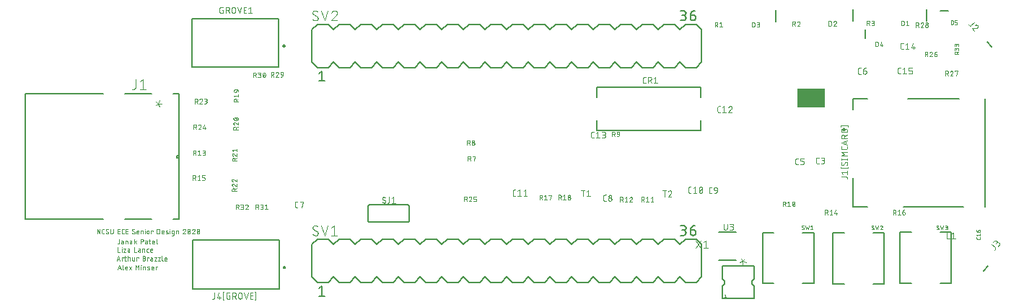
<source format=gbr>
G04 EAGLE Gerber RS-274X export*
G75*
%MOMM*%
%FSLAX34Y34*%
%LPD*%
%INSilkscreen Top*%
%IPPOS*%
%AMOC8*
5,1,8,0,0,1.08239X$1,22.5*%
G01*
%ADD10C,0.050800*%
%ADD11C,0.127000*%
%ADD12C,0.200000*%
%ADD13C,0.203200*%
%ADD14C,0.076200*%
%ADD15C,0.152400*%
%ADD16C,0.101600*%
%ADD17R,3.302000X2.286000*%
%ADD18C,0.025400*%


D10*
X34883Y72898D02*
X34883Y68552D01*
X34881Y68482D01*
X34875Y68413D01*
X34865Y68344D01*
X34852Y68276D01*
X34834Y68208D01*
X34813Y68142D01*
X34788Y68077D01*
X34760Y68013D01*
X34728Y67951D01*
X34693Y67891D01*
X34654Y67833D01*
X34612Y67778D01*
X34567Y67724D01*
X34519Y67674D01*
X34469Y67626D01*
X34415Y67581D01*
X34360Y67539D01*
X34302Y67500D01*
X34242Y67465D01*
X34180Y67433D01*
X34116Y67405D01*
X34051Y67380D01*
X33985Y67359D01*
X33917Y67341D01*
X33849Y67328D01*
X33780Y67318D01*
X33711Y67312D01*
X33641Y67310D01*
X33020Y67310D01*
X38427Y69483D02*
X39824Y69483D01*
X38427Y69484D02*
X38363Y69482D01*
X38298Y69476D01*
X38235Y69467D01*
X38172Y69454D01*
X38110Y69437D01*
X38049Y69416D01*
X37989Y69392D01*
X37931Y69364D01*
X37874Y69333D01*
X37820Y69299D01*
X37767Y69261D01*
X37717Y69220D01*
X37670Y69177D01*
X37625Y69131D01*
X37583Y69082D01*
X37544Y69031D01*
X37508Y68977D01*
X37475Y68922D01*
X37446Y68864D01*
X37420Y68806D01*
X37397Y68745D01*
X37378Y68684D01*
X37363Y68621D01*
X37352Y68557D01*
X37344Y68494D01*
X37340Y68429D01*
X37340Y68365D01*
X37344Y68300D01*
X37352Y68237D01*
X37363Y68173D01*
X37378Y68110D01*
X37397Y68049D01*
X37420Y67988D01*
X37446Y67930D01*
X37475Y67872D01*
X37508Y67817D01*
X37544Y67763D01*
X37583Y67712D01*
X37625Y67663D01*
X37670Y67617D01*
X37717Y67574D01*
X37767Y67533D01*
X37820Y67495D01*
X37874Y67461D01*
X37931Y67430D01*
X37989Y67402D01*
X38049Y67378D01*
X38110Y67357D01*
X38172Y67340D01*
X38235Y67327D01*
X38298Y67318D01*
X38363Y67312D01*
X38427Y67310D01*
X39824Y67310D01*
X39824Y70104D01*
X39822Y70162D01*
X39817Y70221D01*
X39808Y70278D01*
X39795Y70336D01*
X39778Y70392D01*
X39759Y70447D01*
X39735Y70500D01*
X39709Y70553D01*
X39679Y70603D01*
X39646Y70651D01*
X39610Y70697D01*
X39572Y70741D01*
X39530Y70783D01*
X39486Y70821D01*
X39440Y70857D01*
X39392Y70890D01*
X39342Y70920D01*
X39289Y70946D01*
X39236Y70970D01*
X39181Y70989D01*
X39125Y71006D01*
X39067Y71019D01*
X39010Y71028D01*
X38951Y71033D01*
X38893Y71035D01*
X37651Y71035D01*
X42490Y71035D02*
X42490Y67310D01*
X42490Y71035D02*
X44042Y71035D01*
X44100Y71033D01*
X44159Y71028D01*
X44216Y71019D01*
X44274Y71006D01*
X44330Y70989D01*
X44385Y70970D01*
X44438Y70946D01*
X44491Y70920D01*
X44541Y70890D01*
X44589Y70857D01*
X44635Y70821D01*
X44679Y70783D01*
X44721Y70741D01*
X44759Y70697D01*
X44795Y70651D01*
X44828Y70603D01*
X44858Y70553D01*
X44884Y70500D01*
X44908Y70447D01*
X44927Y70392D01*
X44944Y70336D01*
X44957Y70278D01*
X44966Y70221D01*
X44971Y70162D01*
X44973Y70104D01*
X44974Y70104D02*
X44974Y67310D01*
X48485Y69483D02*
X49882Y69483D01*
X48485Y69484D02*
X48421Y69482D01*
X48356Y69476D01*
X48293Y69467D01*
X48230Y69454D01*
X48168Y69437D01*
X48107Y69416D01*
X48047Y69392D01*
X47989Y69364D01*
X47932Y69333D01*
X47878Y69299D01*
X47825Y69261D01*
X47775Y69220D01*
X47728Y69177D01*
X47683Y69131D01*
X47641Y69082D01*
X47602Y69031D01*
X47566Y68977D01*
X47533Y68922D01*
X47504Y68864D01*
X47478Y68806D01*
X47455Y68745D01*
X47436Y68684D01*
X47421Y68621D01*
X47410Y68557D01*
X47402Y68494D01*
X47398Y68429D01*
X47398Y68365D01*
X47402Y68300D01*
X47410Y68237D01*
X47421Y68173D01*
X47436Y68110D01*
X47455Y68049D01*
X47478Y67988D01*
X47504Y67930D01*
X47533Y67872D01*
X47566Y67817D01*
X47602Y67763D01*
X47641Y67712D01*
X47683Y67663D01*
X47728Y67617D01*
X47775Y67574D01*
X47825Y67533D01*
X47878Y67495D01*
X47932Y67461D01*
X47989Y67430D01*
X48047Y67402D01*
X48107Y67378D01*
X48168Y67357D01*
X48230Y67340D01*
X48293Y67327D01*
X48356Y67318D01*
X48421Y67312D01*
X48485Y67310D01*
X49882Y67310D01*
X49882Y70104D01*
X49880Y70162D01*
X49875Y70221D01*
X49866Y70278D01*
X49853Y70336D01*
X49836Y70392D01*
X49817Y70447D01*
X49793Y70500D01*
X49767Y70553D01*
X49737Y70603D01*
X49704Y70651D01*
X49668Y70697D01*
X49630Y70741D01*
X49588Y70783D01*
X49544Y70821D01*
X49498Y70857D01*
X49450Y70890D01*
X49400Y70920D01*
X49347Y70946D01*
X49294Y70970D01*
X49239Y70989D01*
X49183Y71006D01*
X49125Y71019D01*
X49068Y71028D01*
X49009Y71033D01*
X48951Y71035D01*
X47709Y71035D01*
X52615Y72898D02*
X52615Y67310D01*
X52615Y69173D02*
X55098Y71035D01*
X53701Y69949D02*
X55098Y67310D01*
X60367Y67310D02*
X60367Y72898D01*
X61920Y72898D01*
X61997Y72896D01*
X62075Y72890D01*
X62151Y72881D01*
X62228Y72867D01*
X62303Y72850D01*
X62377Y72829D01*
X62451Y72804D01*
X62523Y72776D01*
X62593Y72744D01*
X62662Y72709D01*
X62729Y72670D01*
X62794Y72628D01*
X62857Y72583D01*
X62918Y72535D01*
X62976Y72484D01*
X63031Y72430D01*
X63084Y72373D01*
X63133Y72314D01*
X63180Y72252D01*
X63224Y72188D01*
X63264Y72122D01*
X63301Y72054D01*
X63335Y71984D01*
X63365Y71913D01*
X63391Y71840D01*
X63414Y71766D01*
X63433Y71691D01*
X63448Y71616D01*
X63460Y71539D01*
X63468Y71462D01*
X63472Y71385D01*
X63472Y71307D01*
X63468Y71230D01*
X63460Y71153D01*
X63448Y71076D01*
X63433Y71001D01*
X63414Y70926D01*
X63391Y70852D01*
X63365Y70779D01*
X63335Y70708D01*
X63301Y70638D01*
X63264Y70570D01*
X63224Y70504D01*
X63180Y70440D01*
X63133Y70378D01*
X63084Y70319D01*
X63031Y70262D01*
X62976Y70208D01*
X62918Y70157D01*
X62857Y70109D01*
X62794Y70064D01*
X62729Y70022D01*
X62662Y69983D01*
X62593Y69948D01*
X62523Y69916D01*
X62451Y69888D01*
X62377Y69863D01*
X62303Y69842D01*
X62228Y69825D01*
X62151Y69811D01*
X62075Y69802D01*
X61997Y69796D01*
X61920Y69794D01*
X60367Y69794D01*
X66590Y69483D02*
X67987Y69483D01*
X66590Y69484D02*
X66526Y69482D01*
X66461Y69476D01*
X66398Y69467D01*
X66335Y69454D01*
X66273Y69437D01*
X66212Y69416D01*
X66152Y69392D01*
X66094Y69364D01*
X66037Y69333D01*
X65983Y69299D01*
X65930Y69261D01*
X65880Y69220D01*
X65833Y69177D01*
X65788Y69131D01*
X65746Y69082D01*
X65707Y69031D01*
X65671Y68977D01*
X65638Y68922D01*
X65609Y68864D01*
X65583Y68806D01*
X65560Y68745D01*
X65541Y68684D01*
X65526Y68621D01*
X65515Y68557D01*
X65507Y68494D01*
X65503Y68429D01*
X65503Y68365D01*
X65507Y68300D01*
X65515Y68237D01*
X65526Y68173D01*
X65541Y68110D01*
X65560Y68049D01*
X65583Y67988D01*
X65609Y67930D01*
X65638Y67872D01*
X65671Y67817D01*
X65707Y67763D01*
X65746Y67712D01*
X65788Y67663D01*
X65833Y67617D01*
X65880Y67574D01*
X65930Y67533D01*
X65983Y67495D01*
X66037Y67461D01*
X66094Y67430D01*
X66152Y67402D01*
X66212Y67378D01*
X66273Y67357D01*
X66335Y67340D01*
X66398Y67327D01*
X66461Y67318D01*
X66526Y67312D01*
X66590Y67310D01*
X67987Y67310D01*
X67987Y70104D01*
X67985Y70162D01*
X67980Y70221D01*
X67971Y70278D01*
X67958Y70336D01*
X67941Y70392D01*
X67922Y70447D01*
X67898Y70500D01*
X67872Y70553D01*
X67842Y70603D01*
X67809Y70651D01*
X67773Y70697D01*
X67735Y70741D01*
X67693Y70783D01*
X67649Y70821D01*
X67603Y70857D01*
X67555Y70890D01*
X67505Y70920D01*
X67452Y70946D01*
X67399Y70970D01*
X67344Y70989D01*
X67288Y71006D01*
X67230Y71019D01*
X67173Y71028D01*
X67114Y71033D01*
X67056Y71035D01*
X65814Y71035D01*
X70004Y71035D02*
X71867Y71035D01*
X70625Y72898D02*
X70625Y68241D01*
X70627Y68183D01*
X70632Y68124D01*
X70641Y68067D01*
X70654Y68009D01*
X70671Y67953D01*
X70690Y67898D01*
X70714Y67845D01*
X70740Y67792D01*
X70770Y67742D01*
X70803Y67694D01*
X70839Y67648D01*
X70877Y67604D01*
X70919Y67562D01*
X70963Y67524D01*
X71009Y67488D01*
X71057Y67455D01*
X71108Y67425D01*
X71160Y67399D01*
X71213Y67375D01*
X71268Y67356D01*
X71324Y67339D01*
X71382Y67326D01*
X71439Y67317D01*
X71498Y67312D01*
X71556Y67310D01*
X71867Y67310D01*
X74876Y67310D02*
X76429Y67310D01*
X74876Y67310D02*
X74818Y67312D01*
X74759Y67317D01*
X74702Y67326D01*
X74644Y67339D01*
X74588Y67356D01*
X74533Y67375D01*
X74480Y67399D01*
X74427Y67425D01*
X74377Y67455D01*
X74329Y67488D01*
X74283Y67524D01*
X74239Y67562D01*
X74197Y67604D01*
X74159Y67648D01*
X74123Y67694D01*
X74090Y67742D01*
X74060Y67792D01*
X74034Y67845D01*
X74010Y67898D01*
X73991Y67953D01*
X73974Y68009D01*
X73961Y68067D01*
X73952Y68124D01*
X73947Y68183D01*
X73945Y68241D01*
X73945Y69794D01*
X73947Y69864D01*
X73953Y69933D01*
X73963Y70002D01*
X73976Y70070D01*
X73994Y70138D01*
X74015Y70204D01*
X74040Y70269D01*
X74068Y70333D01*
X74100Y70395D01*
X74135Y70455D01*
X74174Y70513D01*
X74216Y70568D01*
X74261Y70622D01*
X74309Y70672D01*
X74359Y70720D01*
X74413Y70765D01*
X74468Y70807D01*
X74526Y70846D01*
X74586Y70881D01*
X74648Y70913D01*
X74712Y70941D01*
X74777Y70966D01*
X74843Y70987D01*
X74911Y71005D01*
X74979Y71018D01*
X75048Y71028D01*
X75117Y71034D01*
X75187Y71036D01*
X75257Y71034D01*
X75326Y71028D01*
X75395Y71018D01*
X75463Y71005D01*
X75531Y70987D01*
X75597Y70966D01*
X75662Y70941D01*
X75726Y70913D01*
X75788Y70881D01*
X75848Y70846D01*
X75906Y70807D01*
X75961Y70765D01*
X76015Y70720D01*
X76065Y70672D01*
X76113Y70622D01*
X76158Y70568D01*
X76200Y70513D01*
X76239Y70455D01*
X76274Y70395D01*
X76306Y70333D01*
X76334Y70269D01*
X76359Y70204D01*
X76380Y70138D01*
X76398Y70070D01*
X76411Y70002D01*
X76421Y69933D01*
X76427Y69864D01*
X76429Y69794D01*
X76429Y69173D01*
X73945Y69173D01*
X78769Y68241D02*
X78769Y72898D01*
X78770Y68241D02*
X78772Y68183D01*
X78777Y68124D01*
X78786Y68067D01*
X78799Y68009D01*
X78816Y67953D01*
X78835Y67898D01*
X78859Y67845D01*
X78885Y67792D01*
X78915Y67742D01*
X78948Y67694D01*
X78984Y67648D01*
X79022Y67604D01*
X79064Y67562D01*
X79108Y67524D01*
X79154Y67488D01*
X79202Y67455D01*
X79252Y67425D01*
X79305Y67399D01*
X79358Y67375D01*
X79413Y67356D01*
X79469Y67339D01*
X79527Y67326D01*
X79584Y67317D01*
X79643Y67312D01*
X79701Y67310D01*
X33782Y63500D02*
X33782Y57912D01*
X36266Y57912D01*
X38249Y57912D02*
X38249Y61637D01*
X38094Y63190D02*
X38094Y63500D01*
X38404Y63500D01*
X38404Y63190D01*
X38094Y63190D01*
X40299Y61637D02*
X42783Y61637D01*
X40299Y57912D01*
X42783Y57912D01*
X45929Y60085D02*
X47326Y60085D01*
X45929Y60086D02*
X45865Y60084D01*
X45800Y60078D01*
X45737Y60069D01*
X45674Y60056D01*
X45612Y60039D01*
X45551Y60018D01*
X45491Y59994D01*
X45433Y59966D01*
X45376Y59935D01*
X45322Y59901D01*
X45269Y59863D01*
X45219Y59822D01*
X45172Y59779D01*
X45127Y59733D01*
X45085Y59684D01*
X45046Y59633D01*
X45010Y59579D01*
X44977Y59524D01*
X44948Y59466D01*
X44922Y59408D01*
X44899Y59347D01*
X44880Y59286D01*
X44865Y59223D01*
X44854Y59159D01*
X44846Y59096D01*
X44842Y59031D01*
X44842Y58967D01*
X44846Y58902D01*
X44854Y58839D01*
X44865Y58775D01*
X44880Y58712D01*
X44899Y58651D01*
X44922Y58590D01*
X44948Y58532D01*
X44977Y58474D01*
X45010Y58419D01*
X45046Y58365D01*
X45085Y58314D01*
X45127Y58265D01*
X45172Y58219D01*
X45219Y58176D01*
X45269Y58135D01*
X45322Y58097D01*
X45376Y58063D01*
X45433Y58032D01*
X45491Y58004D01*
X45551Y57980D01*
X45612Y57959D01*
X45674Y57942D01*
X45737Y57929D01*
X45800Y57920D01*
X45865Y57914D01*
X45929Y57912D01*
X47326Y57912D01*
X47326Y60706D01*
X47324Y60764D01*
X47319Y60823D01*
X47310Y60880D01*
X47297Y60938D01*
X47280Y60994D01*
X47261Y61049D01*
X47237Y61102D01*
X47211Y61155D01*
X47181Y61205D01*
X47148Y61253D01*
X47112Y61299D01*
X47074Y61343D01*
X47032Y61385D01*
X46988Y61423D01*
X46942Y61459D01*
X46894Y61492D01*
X46844Y61522D01*
X46791Y61548D01*
X46738Y61572D01*
X46683Y61591D01*
X46627Y61608D01*
X46569Y61621D01*
X46512Y61630D01*
X46453Y61635D01*
X46395Y61637D01*
X45153Y61637D01*
X52984Y63500D02*
X52984Y57912D01*
X55468Y57912D01*
X58547Y60085D02*
X59944Y60085D01*
X58547Y60086D02*
X58483Y60084D01*
X58418Y60078D01*
X58355Y60069D01*
X58292Y60056D01*
X58230Y60039D01*
X58169Y60018D01*
X58109Y59994D01*
X58051Y59966D01*
X57994Y59935D01*
X57940Y59901D01*
X57887Y59863D01*
X57837Y59822D01*
X57790Y59779D01*
X57745Y59733D01*
X57703Y59684D01*
X57664Y59633D01*
X57628Y59579D01*
X57595Y59524D01*
X57566Y59466D01*
X57540Y59408D01*
X57517Y59347D01*
X57498Y59286D01*
X57483Y59223D01*
X57472Y59159D01*
X57464Y59096D01*
X57460Y59031D01*
X57460Y58967D01*
X57464Y58902D01*
X57472Y58839D01*
X57483Y58775D01*
X57498Y58712D01*
X57517Y58651D01*
X57540Y58590D01*
X57566Y58532D01*
X57595Y58474D01*
X57628Y58419D01*
X57664Y58365D01*
X57703Y58314D01*
X57745Y58265D01*
X57790Y58219D01*
X57837Y58176D01*
X57887Y58135D01*
X57940Y58097D01*
X57994Y58063D01*
X58051Y58032D01*
X58109Y58004D01*
X58169Y57980D01*
X58230Y57959D01*
X58292Y57942D01*
X58355Y57929D01*
X58418Y57920D01*
X58483Y57914D01*
X58547Y57912D01*
X59944Y57912D01*
X59944Y60706D01*
X59942Y60764D01*
X59937Y60823D01*
X59928Y60880D01*
X59915Y60938D01*
X59898Y60994D01*
X59879Y61049D01*
X59855Y61102D01*
X59829Y61155D01*
X59799Y61205D01*
X59766Y61253D01*
X59730Y61299D01*
X59692Y61343D01*
X59650Y61385D01*
X59606Y61423D01*
X59560Y61459D01*
X59512Y61492D01*
X59462Y61522D01*
X59409Y61548D01*
X59356Y61572D01*
X59301Y61591D01*
X59245Y61608D01*
X59187Y61621D01*
X59130Y61630D01*
X59071Y61635D01*
X59013Y61637D01*
X57771Y61637D01*
X62610Y61637D02*
X62610Y57912D01*
X62610Y61637D02*
X64163Y61637D01*
X64221Y61635D01*
X64280Y61630D01*
X64337Y61621D01*
X64395Y61608D01*
X64451Y61591D01*
X64506Y61572D01*
X64559Y61548D01*
X64612Y61522D01*
X64662Y61492D01*
X64710Y61459D01*
X64756Y61423D01*
X64800Y61385D01*
X64842Y61343D01*
X64880Y61299D01*
X64916Y61253D01*
X64949Y61205D01*
X64979Y61155D01*
X65005Y61102D01*
X65029Y61049D01*
X65048Y60994D01*
X65065Y60938D01*
X65078Y60880D01*
X65087Y60823D01*
X65092Y60764D01*
X65094Y60706D01*
X65094Y57912D01*
X68486Y57912D02*
X69728Y57912D01*
X68486Y57912D02*
X68428Y57914D01*
X68369Y57919D01*
X68312Y57928D01*
X68254Y57941D01*
X68198Y57958D01*
X68143Y57977D01*
X68090Y58001D01*
X68037Y58027D01*
X67987Y58057D01*
X67939Y58090D01*
X67893Y58126D01*
X67849Y58164D01*
X67807Y58206D01*
X67769Y58250D01*
X67733Y58296D01*
X67700Y58344D01*
X67670Y58394D01*
X67644Y58447D01*
X67620Y58500D01*
X67601Y58555D01*
X67584Y58611D01*
X67571Y58669D01*
X67562Y58726D01*
X67557Y58785D01*
X67555Y58843D01*
X67555Y60706D01*
X67557Y60764D01*
X67562Y60823D01*
X67571Y60880D01*
X67584Y60938D01*
X67601Y60994D01*
X67620Y61049D01*
X67644Y61102D01*
X67670Y61155D01*
X67700Y61205D01*
X67733Y61253D01*
X67769Y61299D01*
X67807Y61343D01*
X67849Y61385D01*
X67893Y61423D01*
X67939Y61459D01*
X67987Y61492D01*
X68037Y61522D01*
X68090Y61548D01*
X68143Y61572D01*
X68198Y61591D01*
X68254Y61608D01*
X68312Y61621D01*
X68369Y61630D01*
X68428Y61635D01*
X68486Y61637D01*
X69728Y61637D01*
X72686Y57912D02*
X74238Y57912D01*
X72686Y57912D02*
X72628Y57914D01*
X72569Y57919D01*
X72512Y57928D01*
X72454Y57941D01*
X72398Y57958D01*
X72343Y57977D01*
X72290Y58001D01*
X72237Y58027D01*
X72187Y58057D01*
X72139Y58090D01*
X72093Y58126D01*
X72049Y58164D01*
X72007Y58206D01*
X71969Y58250D01*
X71933Y58296D01*
X71900Y58344D01*
X71870Y58394D01*
X71844Y58447D01*
X71820Y58500D01*
X71801Y58555D01*
X71784Y58611D01*
X71771Y58669D01*
X71762Y58726D01*
X71757Y58785D01*
X71755Y58843D01*
X71754Y58843D02*
X71754Y60396D01*
X71756Y60466D01*
X71762Y60535D01*
X71772Y60604D01*
X71785Y60672D01*
X71803Y60740D01*
X71824Y60806D01*
X71849Y60871D01*
X71877Y60935D01*
X71909Y60997D01*
X71944Y61057D01*
X71983Y61115D01*
X72025Y61170D01*
X72070Y61224D01*
X72118Y61274D01*
X72168Y61322D01*
X72222Y61367D01*
X72277Y61409D01*
X72335Y61448D01*
X72395Y61483D01*
X72457Y61515D01*
X72521Y61543D01*
X72586Y61568D01*
X72652Y61589D01*
X72720Y61607D01*
X72788Y61620D01*
X72857Y61630D01*
X72926Y61636D01*
X72996Y61638D01*
X73066Y61636D01*
X73135Y61630D01*
X73204Y61620D01*
X73272Y61607D01*
X73340Y61589D01*
X73406Y61568D01*
X73471Y61543D01*
X73535Y61515D01*
X73597Y61483D01*
X73657Y61448D01*
X73715Y61409D01*
X73770Y61367D01*
X73824Y61322D01*
X73874Y61274D01*
X73922Y61224D01*
X73967Y61170D01*
X74009Y61115D01*
X74048Y61057D01*
X74083Y60997D01*
X74115Y60935D01*
X74143Y60871D01*
X74168Y60806D01*
X74189Y60740D01*
X74207Y60672D01*
X74220Y60604D01*
X74230Y60535D01*
X74236Y60466D01*
X74238Y60396D01*
X74238Y59775D01*
X71754Y59775D01*
X34121Y53086D02*
X32258Y47498D01*
X35983Y47498D02*
X34121Y53086D01*
X35518Y48895D02*
X32724Y48895D01*
X38215Y47498D02*
X38215Y51223D01*
X40078Y51223D01*
X40078Y50602D01*
X41374Y51223D02*
X43236Y51223D01*
X41994Y53086D02*
X41994Y48429D01*
X41995Y48429D02*
X41997Y48371D01*
X42002Y48312D01*
X42011Y48255D01*
X42024Y48197D01*
X42041Y48141D01*
X42060Y48086D01*
X42084Y48033D01*
X42110Y47980D01*
X42140Y47930D01*
X42173Y47882D01*
X42209Y47836D01*
X42247Y47792D01*
X42289Y47750D01*
X42333Y47712D01*
X42379Y47676D01*
X42427Y47643D01*
X42478Y47613D01*
X42530Y47587D01*
X42583Y47563D01*
X42638Y47544D01*
X42694Y47527D01*
X42752Y47514D01*
X42809Y47505D01*
X42868Y47500D01*
X42926Y47498D01*
X43236Y47498D01*
X45498Y47498D02*
X45498Y53086D01*
X45498Y51223D02*
X47050Y51223D01*
X47108Y51221D01*
X47167Y51216D01*
X47224Y51207D01*
X47282Y51194D01*
X47338Y51177D01*
X47393Y51158D01*
X47446Y51134D01*
X47499Y51108D01*
X47549Y51078D01*
X47597Y51045D01*
X47643Y51009D01*
X47687Y50971D01*
X47729Y50929D01*
X47767Y50885D01*
X47803Y50839D01*
X47836Y50791D01*
X47866Y50741D01*
X47892Y50688D01*
X47916Y50635D01*
X47935Y50580D01*
X47952Y50524D01*
X47965Y50466D01*
X47974Y50409D01*
X47979Y50350D01*
X47981Y50292D01*
X47981Y47498D01*
X50618Y48429D02*
X50618Y51223D01*
X50618Y48429D02*
X50620Y48371D01*
X50625Y48312D01*
X50634Y48255D01*
X50647Y48197D01*
X50664Y48141D01*
X50683Y48086D01*
X50707Y48033D01*
X50733Y47980D01*
X50763Y47930D01*
X50796Y47882D01*
X50832Y47836D01*
X50870Y47792D01*
X50912Y47750D01*
X50956Y47712D01*
X51002Y47676D01*
X51050Y47643D01*
X51100Y47613D01*
X51153Y47587D01*
X51206Y47563D01*
X51261Y47544D01*
X51317Y47527D01*
X51375Y47514D01*
X51432Y47505D01*
X51491Y47500D01*
X51549Y47498D01*
X53102Y47498D01*
X53102Y51223D01*
X55771Y51223D02*
X55771Y47498D01*
X55771Y51223D02*
X57634Y51223D01*
X57634Y50602D01*
X62643Y50602D02*
X64196Y50602D01*
X64273Y50600D01*
X64351Y50594D01*
X64427Y50585D01*
X64504Y50571D01*
X64579Y50554D01*
X64653Y50533D01*
X64727Y50508D01*
X64799Y50480D01*
X64869Y50448D01*
X64938Y50413D01*
X65005Y50374D01*
X65070Y50332D01*
X65133Y50287D01*
X65194Y50239D01*
X65252Y50188D01*
X65307Y50134D01*
X65360Y50077D01*
X65409Y50018D01*
X65456Y49956D01*
X65500Y49892D01*
X65540Y49826D01*
X65577Y49758D01*
X65611Y49688D01*
X65641Y49617D01*
X65667Y49544D01*
X65690Y49470D01*
X65709Y49395D01*
X65724Y49320D01*
X65736Y49243D01*
X65744Y49166D01*
X65748Y49089D01*
X65748Y49011D01*
X65744Y48934D01*
X65736Y48857D01*
X65724Y48780D01*
X65709Y48705D01*
X65690Y48630D01*
X65667Y48556D01*
X65641Y48483D01*
X65611Y48412D01*
X65577Y48342D01*
X65540Y48274D01*
X65500Y48208D01*
X65456Y48144D01*
X65409Y48082D01*
X65360Y48023D01*
X65307Y47966D01*
X65252Y47912D01*
X65194Y47861D01*
X65133Y47813D01*
X65070Y47768D01*
X65005Y47726D01*
X64938Y47687D01*
X64869Y47652D01*
X64799Y47620D01*
X64727Y47592D01*
X64653Y47567D01*
X64579Y47546D01*
X64504Y47529D01*
X64427Y47515D01*
X64351Y47506D01*
X64273Y47500D01*
X64196Y47498D01*
X62643Y47498D01*
X62643Y53086D01*
X64196Y53086D01*
X64266Y53084D01*
X64335Y53078D01*
X64404Y53068D01*
X64472Y53055D01*
X64540Y53037D01*
X64606Y53016D01*
X64671Y52991D01*
X64735Y52963D01*
X64797Y52931D01*
X64857Y52896D01*
X64915Y52857D01*
X64970Y52815D01*
X65024Y52770D01*
X65074Y52722D01*
X65122Y52672D01*
X65167Y52618D01*
X65209Y52563D01*
X65248Y52505D01*
X65283Y52445D01*
X65315Y52383D01*
X65343Y52319D01*
X65368Y52254D01*
X65389Y52188D01*
X65407Y52120D01*
X65420Y52052D01*
X65430Y51983D01*
X65436Y51914D01*
X65438Y51844D01*
X65436Y51774D01*
X65430Y51705D01*
X65420Y51636D01*
X65407Y51568D01*
X65389Y51500D01*
X65368Y51434D01*
X65343Y51369D01*
X65315Y51305D01*
X65283Y51243D01*
X65248Y51183D01*
X65209Y51125D01*
X65167Y51070D01*
X65122Y51016D01*
X65074Y50966D01*
X65024Y50918D01*
X64970Y50873D01*
X64915Y50831D01*
X64857Y50792D01*
X64797Y50757D01*
X64735Y50725D01*
X64671Y50697D01*
X64606Y50672D01*
X64540Y50651D01*
X64472Y50633D01*
X64404Y50620D01*
X64335Y50610D01*
X64266Y50604D01*
X64196Y50602D01*
X68024Y51223D02*
X68024Y47498D01*
X68024Y51223D02*
X69887Y51223D01*
X69887Y50602D01*
X72707Y49671D02*
X74104Y49671D01*
X72707Y49672D02*
X72643Y49670D01*
X72578Y49664D01*
X72515Y49655D01*
X72452Y49642D01*
X72390Y49625D01*
X72329Y49604D01*
X72269Y49580D01*
X72211Y49552D01*
X72154Y49521D01*
X72100Y49487D01*
X72047Y49449D01*
X71997Y49408D01*
X71950Y49365D01*
X71905Y49319D01*
X71863Y49270D01*
X71824Y49219D01*
X71788Y49165D01*
X71755Y49110D01*
X71726Y49052D01*
X71700Y48994D01*
X71677Y48933D01*
X71658Y48872D01*
X71643Y48809D01*
X71632Y48745D01*
X71624Y48682D01*
X71620Y48617D01*
X71620Y48553D01*
X71624Y48488D01*
X71632Y48425D01*
X71643Y48361D01*
X71658Y48298D01*
X71677Y48237D01*
X71700Y48176D01*
X71726Y48118D01*
X71755Y48060D01*
X71788Y48005D01*
X71824Y47951D01*
X71863Y47900D01*
X71905Y47851D01*
X71950Y47805D01*
X71997Y47762D01*
X72047Y47721D01*
X72100Y47683D01*
X72154Y47649D01*
X72211Y47618D01*
X72269Y47590D01*
X72329Y47566D01*
X72390Y47545D01*
X72452Y47528D01*
X72515Y47515D01*
X72578Y47506D01*
X72643Y47500D01*
X72707Y47498D01*
X74104Y47498D01*
X74104Y50292D01*
X74103Y50292D02*
X74101Y50350D01*
X74096Y50409D01*
X74087Y50466D01*
X74074Y50524D01*
X74057Y50580D01*
X74038Y50635D01*
X74014Y50688D01*
X73988Y50741D01*
X73958Y50791D01*
X73925Y50839D01*
X73889Y50885D01*
X73851Y50929D01*
X73809Y50971D01*
X73765Y51009D01*
X73719Y51045D01*
X73671Y51078D01*
X73621Y51108D01*
X73568Y51134D01*
X73515Y51158D01*
X73460Y51177D01*
X73404Y51194D01*
X73346Y51207D01*
X73289Y51216D01*
X73230Y51221D01*
X73172Y51223D01*
X71931Y51223D01*
X76404Y51223D02*
X78887Y51223D01*
X76404Y47498D01*
X78887Y47498D01*
X80793Y51223D02*
X83277Y51223D01*
X80793Y47498D01*
X83277Y47498D01*
X85434Y48429D02*
X85434Y53086D01*
X85435Y48429D02*
X85437Y48371D01*
X85442Y48312D01*
X85451Y48255D01*
X85464Y48197D01*
X85481Y48141D01*
X85500Y48086D01*
X85524Y48033D01*
X85550Y47980D01*
X85580Y47930D01*
X85613Y47882D01*
X85649Y47836D01*
X85687Y47792D01*
X85729Y47750D01*
X85773Y47712D01*
X85819Y47676D01*
X85867Y47643D01*
X85917Y47613D01*
X85970Y47587D01*
X86023Y47563D01*
X86078Y47544D01*
X86134Y47527D01*
X86192Y47514D01*
X86249Y47505D01*
X86308Y47500D01*
X86366Y47498D01*
X89222Y47498D02*
X90775Y47498D01*
X89222Y47498D02*
X89164Y47500D01*
X89105Y47505D01*
X89048Y47514D01*
X88990Y47527D01*
X88934Y47544D01*
X88879Y47563D01*
X88826Y47587D01*
X88773Y47613D01*
X88723Y47643D01*
X88675Y47676D01*
X88629Y47712D01*
X88585Y47750D01*
X88543Y47792D01*
X88505Y47836D01*
X88469Y47882D01*
X88436Y47930D01*
X88406Y47980D01*
X88380Y48033D01*
X88356Y48086D01*
X88337Y48141D01*
X88320Y48197D01*
X88307Y48255D01*
X88298Y48312D01*
X88293Y48371D01*
X88291Y48429D01*
X88291Y49982D01*
X88293Y50052D01*
X88299Y50121D01*
X88309Y50190D01*
X88322Y50258D01*
X88340Y50326D01*
X88361Y50392D01*
X88386Y50457D01*
X88414Y50521D01*
X88446Y50583D01*
X88481Y50643D01*
X88520Y50701D01*
X88562Y50756D01*
X88607Y50810D01*
X88655Y50860D01*
X88705Y50908D01*
X88759Y50953D01*
X88814Y50995D01*
X88872Y51034D01*
X88932Y51069D01*
X88994Y51101D01*
X89058Y51129D01*
X89123Y51154D01*
X89189Y51175D01*
X89257Y51193D01*
X89325Y51206D01*
X89394Y51216D01*
X89463Y51222D01*
X89533Y51224D01*
X89603Y51222D01*
X89672Y51216D01*
X89741Y51206D01*
X89809Y51193D01*
X89877Y51175D01*
X89943Y51154D01*
X90008Y51129D01*
X90072Y51101D01*
X90134Y51069D01*
X90194Y51034D01*
X90252Y50995D01*
X90307Y50953D01*
X90361Y50908D01*
X90411Y50860D01*
X90459Y50810D01*
X90504Y50756D01*
X90546Y50701D01*
X90585Y50643D01*
X90620Y50583D01*
X90652Y50521D01*
X90680Y50457D01*
X90705Y50392D01*
X90726Y50326D01*
X90744Y50258D01*
X90757Y50190D01*
X90767Y50121D01*
X90773Y50052D01*
X90775Y49982D01*
X90775Y49361D01*
X88291Y49361D01*
X35391Y42672D02*
X33528Y37084D01*
X37253Y37084D02*
X35391Y42672D01*
X36788Y38481D02*
X33994Y38481D01*
X39339Y38015D02*
X39339Y42672D01*
X39339Y38015D02*
X39341Y37957D01*
X39346Y37898D01*
X39355Y37841D01*
X39368Y37783D01*
X39385Y37727D01*
X39404Y37672D01*
X39428Y37619D01*
X39454Y37566D01*
X39484Y37516D01*
X39517Y37468D01*
X39553Y37422D01*
X39591Y37378D01*
X39633Y37336D01*
X39677Y37298D01*
X39723Y37262D01*
X39771Y37229D01*
X39821Y37199D01*
X39874Y37173D01*
X39927Y37149D01*
X39982Y37130D01*
X40038Y37113D01*
X40096Y37100D01*
X40153Y37091D01*
X40212Y37086D01*
X40270Y37084D01*
X43127Y37084D02*
X44679Y37084D01*
X43127Y37084D02*
X43069Y37086D01*
X43010Y37091D01*
X42953Y37100D01*
X42895Y37113D01*
X42839Y37130D01*
X42784Y37149D01*
X42731Y37173D01*
X42678Y37199D01*
X42628Y37229D01*
X42580Y37262D01*
X42534Y37298D01*
X42490Y37336D01*
X42448Y37378D01*
X42410Y37422D01*
X42374Y37468D01*
X42341Y37516D01*
X42311Y37566D01*
X42285Y37619D01*
X42261Y37672D01*
X42242Y37727D01*
X42225Y37783D01*
X42212Y37841D01*
X42203Y37898D01*
X42198Y37957D01*
X42196Y38015D01*
X42196Y39568D01*
X42195Y39568D02*
X42197Y39638D01*
X42203Y39707D01*
X42213Y39776D01*
X42226Y39844D01*
X42244Y39912D01*
X42265Y39978D01*
X42290Y40043D01*
X42318Y40107D01*
X42350Y40169D01*
X42385Y40229D01*
X42424Y40287D01*
X42466Y40342D01*
X42511Y40396D01*
X42559Y40446D01*
X42609Y40494D01*
X42663Y40539D01*
X42718Y40581D01*
X42776Y40620D01*
X42836Y40655D01*
X42898Y40687D01*
X42962Y40715D01*
X43027Y40740D01*
X43093Y40761D01*
X43161Y40779D01*
X43229Y40792D01*
X43298Y40802D01*
X43367Y40808D01*
X43437Y40810D01*
X43507Y40808D01*
X43576Y40802D01*
X43645Y40792D01*
X43713Y40779D01*
X43781Y40761D01*
X43847Y40740D01*
X43912Y40715D01*
X43976Y40687D01*
X44038Y40655D01*
X44098Y40620D01*
X44156Y40581D01*
X44211Y40539D01*
X44265Y40494D01*
X44315Y40446D01*
X44363Y40396D01*
X44408Y40342D01*
X44450Y40287D01*
X44489Y40229D01*
X44524Y40169D01*
X44556Y40107D01*
X44584Y40043D01*
X44609Y39978D01*
X44630Y39912D01*
X44648Y39844D01*
X44661Y39776D01*
X44671Y39707D01*
X44677Y39638D01*
X44679Y39568D01*
X44679Y38947D01*
X42196Y38947D01*
X46768Y37084D02*
X49251Y40809D01*
X46768Y40809D02*
X49251Y37084D01*
X54559Y37084D02*
X54559Y42672D01*
X56422Y39568D01*
X58284Y42672D01*
X58284Y37084D01*
X60811Y37084D02*
X60811Y40809D01*
X60656Y42362D02*
X60656Y42672D01*
X60966Y42672D01*
X60966Y42362D01*
X60656Y42362D01*
X63227Y40809D02*
X63227Y37084D01*
X63227Y40809D02*
X64779Y40809D01*
X64837Y40807D01*
X64896Y40802D01*
X64953Y40793D01*
X65011Y40780D01*
X65067Y40763D01*
X65122Y40744D01*
X65175Y40720D01*
X65228Y40694D01*
X65278Y40664D01*
X65326Y40631D01*
X65372Y40595D01*
X65416Y40557D01*
X65458Y40515D01*
X65496Y40471D01*
X65532Y40425D01*
X65565Y40377D01*
X65595Y40327D01*
X65621Y40274D01*
X65645Y40221D01*
X65664Y40166D01*
X65681Y40110D01*
X65694Y40052D01*
X65703Y39995D01*
X65708Y39936D01*
X65710Y39878D01*
X65710Y37084D01*
X68630Y39257D02*
X70182Y38636D01*
X68630Y39257D02*
X68579Y39279D01*
X68530Y39305D01*
X68482Y39334D01*
X68437Y39367D01*
X68394Y39403D01*
X68353Y39441D01*
X68316Y39483D01*
X68281Y39526D01*
X68249Y39572D01*
X68221Y39621D01*
X68196Y39671D01*
X68175Y39722D01*
X68157Y39775D01*
X68143Y39829D01*
X68133Y39884D01*
X68127Y39940D01*
X68124Y39995D01*
X68125Y40051D01*
X68131Y40107D01*
X68140Y40162D01*
X68152Y40216D01*
X68169Y40270D01*
X68189Y40322D01*
X68213Y40372D01*
X68240Y40421D01*
X68271Y40468D01*
X68305Y40512D01*
X68341Y40554D01*
X68381Y40594D01*
X68423Y40630D01*
X68468Y40664D01*
X68515Y40694D01*
X68563Y40721D01*
X68614Y40745D01*
X68666Y40765D01*
X68720Y40781D01*
X68774Y40794D01*
X68829Y40803D01*
X68885Y40808D01*
X68941Y40809D01*
X68940Y40810D02*
X69051Y40806D01*
X69162Y40800D01*
X69272Y40789D01*
X69382Y40775D01*
X69492Y40758D01*
X69601Y40738D01*
X69709Y40714D01*
X69816Y40686D01*
X69923Y40655D01*
X70028Y40621D01*
X70133Y40584D01*
X70236Y40543D01*
X70338Y40499D01*
X70182Y38636D02*
X70233Y38614D01*
X70282Y38588D01*
X70330Y38559D01*
X70375Y38526D01*
X70418Y38490D01*
X70459Y38452D01*
X70496Y38410D01*
X70531Y38367D01*
X70563Y38321D01*
X70591Y38272D01*
X70616Y38222D01*
X70637Y38171D01*
X70655Y38118D01*
X70669Y38064D01*
X70679Y38009D01*
X70685Y37953D01*
X70688Y37898D01*
X70687Y37842D01*
X70681Y37786D01*
X70672Y37731D01*
X70660Y37677D01*
X70643Y37623D01*
X70623Y37571D01*
X70599Y37521D01*
X70572Y37472D01*
X70541Y37425D01*
X70507Y37381D01*
X70471Y37339D01*
X70431Y37299D01*
X70389Y37263D01*
X70344Y37229D01*
X70297Y37199D01*
X70249Y37172D01*
X70198Y37148D01*
X70146Y37128D01*
X70092Y37112D01*
X70038Y37099D01*
X69983Y37090D01*
X69927Y37085D01*
X69871Y37084D01*
X69872Y37084D02*
X69738Y37087D01*
X69604Y37094D01*
X69470Y37105D01*
X69337Y37118D01*
X69204Y37136D01*
X69071Y37156D01*
X68939Y37180D01*
X68808Y37208D01*
X68677Y37238D01*
X68548Y37272D01*
X68419Y37310D01*
X68291Y37350D01*
X68164Y37394D01*
X73851Y37084D02*
X75403Y37084D01*
X73851Y37084D02*
X73793Y37086D01*
X73734Y37091D01*
X73677Y37100D01*
X73619Y37113D01*
X73563Y37130D01*
X73508Y37149D01*
X73455Y37173D01*
X73402Y37199D01*
X73352Y37229D01*
X73304Y37262D01*
X73258Y37298D01*
X73214Y37336D01*
X73172Y37378D01*
X73134Y37422D01*
X73098Y37468D01*
X73065Y37516D01*
X73035Y37566D01*
X73009Y37619D01*
X72985Y37672D01*
X72966Y37727D01*
X72949Y37783D01*
X72936Y37841D01*
X72927Y37898D01*
X72922Y37957D01*
X72920Y38015D01*
X72919Y38015D02*
X72919Y39568D01*
X72921Y39638D01*
X72927Y39707D01*
X72937Y39776D01*
X72950Y39844D01*
X72968Y39912D01*
X72989Y39978D01*
X73014Y40043D01*
X73042Y40107D01*
X73074Y40169D01*
X73109Y40229D01*
X73148Y40287D01*
X73190Y40342D01*
X73235Y40396D01*
X73283Y40446D01*
X73333Y40494D01*
X73387Y40539D01*
X73442Y40581D01*
X73500Y40620D01*
X73560Y40655D01*
X73622Y40687D01*
X73686Y40715D01*
X73751Y40740D01*
X73817Y40761D01*
X73885Y40779D01*
X73953Y40792D01*
X74022Y40802D01*
X74091Y40808D01*
X74161Y40810D01*
X74231Y40808D01*
X74300Y40802D01*
X74369Y40792D01*
X74437Y40779D01*
X74505Y40761D01*
X74571Y40740D01*
X74636Y40715D01*
X74700Y40687D01*
X74762Y40655D01*
X74822Y40620D01*
X74880Y40581D01*
X74935Y40539D01*
X74989Y40494D01*
X75039Y40446D01*
X75087Y40396D01*
X75132Y40342D01*
X75174Y40287D01*
X75213Y40229D01*
X75248Y40169D01*
X75280Y40107D01*
X75308Y40043D01*
X75333Y39978D01*
X75354Y39912D01*
X75372Y39844D01*
X75385Y39776D01*
X75395Y39707D01*
X75401Y39638D01*
X75403Y39568D01*
X75403Y38947D01*
X72919Y38947D01*
X77889Y37084D02*
X77889Y40809D01*
X79752Y40809D01*
X79752Y40188D01*
X9398Y79248D02*
X9398Y84836D01*
X12502Y79248D01*
X12502Y84836D01*
X16293Y79248D02*
X17535Y79248D01*
X16293Y79248D02*
X16223Y79250D01*
X16154Y79256D01*
X16085Y79266D01*
X16017Y79279D01*
X15949Y79297D01*
X15883Y79318D01*
X15818Y79343D01*
X15754Y79371D01*
X15692Y79403D01*
X15632Y79438D01*
X15574Y79477D01*
X15519Y79519D01*
X15465Y79564D01*
X15415Y79612D01*
X15367Y79662D01*
X15322Y79716D01*
X15280Y79771D01*
X15241Y79829D01*
X15206Y79889D01*
X15174Y79951D01*
X15146Y80015D01*
X15121Y80080D01*
X15100Y80146D01*
X15082Y80214D01*
X15069Y80282D01*
X15059Y80351D01*
X15053Y80420D01*
X15051Y80490D01*
X15051Y83594D01*
X15053Y83664D01*
X15059Y83733D01*
X15069Y83802D01*
X15082Y83870D01*
X15100Y83938D01*
X15121Y84004D01*
X15146Y84069D01*
X15174Y84133D01*
X15206Y84195D01*
X15241Y84255D01*
X15280Y84313D01*
X15322Y84368D01*
X15367Y84422D01*
X15415Y84472D01*
X15465Y84520D01*
X15519Y84565D01*
X15574Y84607D01*
X15632Y84646D01*
X15692Y84681D01*
X15754Y84713D01*
X15818Y84741D01*
X15883Y84766D01*
X15949Y84787D01*
X16017Y84805D01*
X16085Y84818D01*
X16154Y84828D01*
X16223Y84834D01*
X16293Y84836D01*
X17535Y84836D01*
X22561Y80490D02*
X22559Y80420D01*
X22553Y80351D01*
X22543Y80282D01*
X22530Y80214D01*
X22512Y80146D01*
X22491Y80080D01*
X22466Y80015D01*
X22438Y79951D01*
X22406Y79889D01*
X22371Y79829D01*
X22332Y79771D01*
X22290Y79716D01*
X22245Y79662D01*
X22197Y79612D01*
X22147Y79564D01*
X22093Y79519D01*
X22038Y79477D01*
X21980Y79438D01*
X21920Y79403D01*
X21858Y79371D01*
X21794Y79343D01*
X21729Y79318D01*
X21663Y79297D01*
X21595Y79279D01*
X21527Y79266D01*
X21458Y79256D01*
X21389Y79250D01*
X21319Y79248D01*
X21220Y79250D01*
X21122Y79255D01*
X21024Y79265D01*
X20926Y79278D01*
X20829Y79294D01*
X20732Y79314D01*
X20637Y79338D01*
X20542Y79366D01*
X20448Y79397D01*
X20356Y79431D01*
X20265Y79469D01*
X20175Y79510D01*
X20087Y79555D01*
X20001Y79603D01*
X19917Y79654D01*
X19835Y79708D01*
X19754Y79766D01*
X19676Y79826D01*
X19601Y79889D01*
X19527Y79955D01*
X19457Y80024D01*
X19611Y83594D02*
X19613Y83664D01*
X19619Y83733D01*
X19629Y83802D01*
X19642Y83870D01*
X19660Y83938D01*
X19681Y84004D01*
X19706Y84069D01*
X19734Y84133D01*
X19766Y84195D01*
X19801Y84255D01*
X19840Y84313D01*
X19882Y84368D01*
X19927Y84422D01*
X19975Y84472D01*
X20025Y84520D01*
X20079Y84565D01*
X20134Y84607D01*
X20192Y84646D01*
X20252Y84681D01*
X20314Y84713D01*
X20378Y84741D01*
X20443Y84766D01*
X20509Y84787D01*
X20577Y84805D01*
X20645Y84818D01*
X20714Y84828D01*
X20783Y84834D01*
X20853Y84836D01*
X20947Y84834D01*
X21040Y84828D01*
X21133Y84819D01*
X21226Y84806D01*
X21318Y84789D01*
X21409Y84769D01*
X21500Y84744D01*
X21589Y84717D01*
X21677Y84685D01*
X21764Y84650D01*
X21850Y84612D01*
X21933Y84570D01*
X22015Y84525D01*
X22096Y84477D01*
X22174Y84425D01*
X22250Y84370D01*
X20233Y82508D02*
X20174Y82544D01*
X20118Y82584D01*
X20064Y82627D01*
X20012Y82672D01*
X19963Y82721D01*
X19917Y82772D01*
X19874Y82825D01*
X19833Y82881D01*
X19796Y82939D01*
X19761Y82999D01*
X19731Y83060D01*
X19703Y83123D01*
X19679Y83188D01*
X19659Y83254D01*
X19642Y83321D01*
X19629Y83388D01*
X19620Y83456D01*
X19614Y83525D01*
X19612Y83594D01*
X21940Y81576D02*
X21999Y81540D01*
X22055Y81500D01*
X22109Y81457D01*
X22161Y81412D01*
X22210Y81363D01*
X22256Y81312D01*
X22299Y81259D01*
X22340Y81203D01*
X22377Y81145D01*
X22412Y81085D01*
X22442Y81024D01*
X22470Y80961D01*
X22494Y80896D01*
X22514Y80830D01*
X22531Y80763D01*
X22544Y80696D01*
X22553Y80628D01*
X22559Y80559D01*
X22561Y80490D01*
X21940Y81576D02*
X20232Y82508D01*
X24943Y80800D02*
X24943Y84836D01*
X24943Y80800D02*
X24945Y80723D01*
X24951Y80645D01*
X24960Y80569D01*
X24974Y80492D01*
X24991Y80417D01*
X25012Y80343D01*
X25037Y80269D01*
X25065Y80197D01*
X25097Y80127D01*
X25132Y80058D01*
X25171Y79991D01*
X25213Y79926D01*
X25258Y79863D01*
X25306Y79802D01*
X25357Y79744D01*
X25411Y79689D01*
X25468Y79636D01*
X25527Y79587D01*
X25589Y79540D01*
X25653Y79496D01*
X25719Y79456D01*
X25787Y79419D01*
X25857Y79385D01*
X25928Y79355D01*
X26001Y79329D01*
X26075Y79306D01*
X26150Y79287D01*
X26225Y79272D01*
X26302Y79260D01*
X26379Y79252D01*
X26456Y79248D01*
X26534Y79248D01*
X26611Y79252D01*
X26688Y79260D01*
X26765Y79272D01*
X26840Y79287D01*
X26915Y79306D01*
X26989Y79329D01*
X27062Y79355D01*
X27133Y79385D01*
X27203Y79419D01*
X27271Y79456D01*
X27337Y79496D01*
X27401Y79540D01*
X27463Y79587D01*
X27522Y79636D01*
X27579Y79689D01*
X27633Y79744D01*
X27684Y79802D01*
X27732Y79863D01*
X27777Y79926D01*
X27819Y79991D01*
X27858Y80058D01*
X27893Y80127D01*
X27925Y80197D01*
X27953Y80269D01*
X27978Y80343D01*
X27999Y80417D01*
X28016Y80492D01*
X28030Y80569D01*
X28039Y80645D01*
X28045Y80723D01*
X28047Y80800D01*
X28047Y84836D01*
X33732Y79248D02*
X36215Y79248D01*
X33732Y79248D02*
X33732Y84836D01*
X36215Y84836D01*
X35595Y82352D02*
X33732Y82352D01*
X39518Y79248D02*
X40760Y79248D01*
X39518Y79248D02*
X39448Y79250D01*
X39379Y79256D01*
X39310Y79266D01*
X39242Y79279D01*
X39174Y79297D01*
X39108Y79318D01*
X39043Y79343D01*
X38979Y79371D01*
X38917Y79403D01*
X38857Y79438D01*
X38799Y79477D01*
X38744Y79519D01*
X38690Y79564D01*
X38640Y79612D01*
X38592Y79662D01*
X38547Y79716D01*
X38505Y79771D01*
X38466Y79829D01*
X38431Y79889D01*
X38399Y79951D01*
X38371Y80015D01*
X38346Y80080D01*
X38325Y80146D01*
X38307Y80214D01*
X38294Y80282D01*
X38284Y80351D01*
X38278Y80420D01*
X38276Y80490D01*
X38277Y80490D02*
X38277Y83594D01*
X38276Y83594D02*
X38278Y83664D01*
X38284Y83733D01*
X38294Y83802D01*
X38307Y83870D01*
X38325Y83938D01*
X38346Y84004D01*
X38371Y84069D01*
X38399Y84133D01*
X38431Y84195D01*
X38466Y84255D01*
X38505Y84313D01*
X38547Y84368D01*
X38592Y84422D01*
X38640Y84472D01*
X38690Y84520D01*
X38744Y84565D01*
X38799Y84607D01*
X38857Y84646D01*
X38917Y84681D01*
X38979Y84713D01*
X39043Y84741D01*
X39108Y84766D01*
X39174Y84787D01*
X39242Y84805D01*
X39310Y84818D01*
X39379Y84828D01*
X39448Y84834D01*
X39518Y84836D01*
X40760Y84836D01*
X43059Y79248D02*
X45542Y79248D01*
X43059Y79248D02*
X43059Y84836D01*
X45542Y84836D01*
X44921Y82352D02*
X43059Y82352D01*
X52225Y79248D02*
X52295Y79250D01*
X52364Y79256D01*
X52433Y79266D01*
X52501Y79279D01*
X52569Y79297D01*
X52635Y79318D01*
X52700Y79343D01*
X52764Y79371D01*
X52826Y79403D01*
X52886Y79438D01*
X52944Y79477D01*
X52999Y79519D01*
X53053Y79564D01*
X53103Y79612D01*
X53151Y79662D01*
X53196Y79716D01*
X53238Y79771D01*
X53277Y79829D01*
X53312Y79889D01*
X53344Y79951D01*
X53372Y80015D01*
X53397Y80080D01*
X53418Y80146D01*
X53436Y80214D01*
X53449Y80282D01*
X53459Y80351D01*
X53465Y80420D01*
X53467Y80490D01*
X52225Y79248D02*
X52126Y79250D01*
X52028Y79255D01*
X51930Y79265D01*
X51832Y79278D01*
X51735Y79294D01*
X51638Y79314D01*
X51543Y79338D01*
X51448Y79366D01*
X51354Y79397D01*
X51262Y79431D01*
X51171Y79469D01*
X51081Y79510D01*
X50993Y79555D01*
X50907Y79603D01*
X50823Y79654D01*
X50741Y79708D01*
X50660Y79766D01*
X50582Y79826D01*
X50507Y79889D01*
X50433Y79955D01*
X50363Y80024D01*
X50518Y83594D02*
X50520Y83664D01*
X50526Y83733D01*
X50536Y83802D01*
X50549Y83870D01*
X50567Y83938D01*
X50588Y84004D01*
X50613Y84069D01*
X50641Y84133D01*
X50673Y84195D01*
X50708Y84255D01*
X50747Y84313D01*
X50789Y84368D01*
X50834Y84422D01*
X50882Y84472D01*
X50932Y84520D01*
X50986Y84565D01*
X51041Y84607D01*
X51099Y84646D01*
X51159Y84681D01*
X51221Y84713D01*
X51285Y84741D01*
X51350Y84766D01*
X51416Y84787D01*
X51484Y84805D01*
X51552Y84818D01*
X51621Y84828D01*
X51690Y84834D01*
X51760Y84836D01*
X51854Y84834D01*
X51947Y84828D01*
X52040Y84819D01*
X52133Y84806D01*
X52225Y84789D01*
X52316Y84769D01*
X52407Y84744D01*
X52496Y84717D01*
X52584Y84685D01*
X52671Y84650D01*
X52757Y84612D01*
X52840Y84570D01*
X52922Y84525D01*
X53003Y84477D01*
X53081Y84425D01*
X53157Y84370D01*
X51139Y82508D02*
X51080Y82544D01*
X51024Y82584D01*
X50970Y82627D01*
X50918Y82672D01*
X50869Y82721D01*
X50823Y82772D01*
X50780Y82825D01*
X50739Y82881D01*
X50702Y82939D01*
X50667Y82999D01*
X50637Y83060D01*
X50609Y83123D01*
X50585Y83188D01*
X50565Y83254D01*
X50548Y83321D01*
X50535Y83388D01*
X50526Y83456D01*
X50520Y83525D01*
X50518Y83594D01*
X52846Y81576D02*
X52905Y81540D01*
X52961Y81500D01*
X53015Y81457D01*
X53067Y81412D01*
X53116Y81363D01*
X53162Y81312D01*
X53205Y81259D01*
X53246Y81203D01*
X53283Y81145D01*
X53318Y81085D01*
X53348Y81024D01*
X53376Y80961D01*
X53400Y80896D01*
X53420Y80830D01*
X53437Y80763D01*
X53450Y80696D01*
X53459Y80628D01*
X53465Y80559D01*
X53467Y80490D01*
X52846Y81576D02*
X51139Y82508D01*
X56542Y79248D02*
X58094Y79248D01*
X56542Y79248D02*
X56484Y79250D01*
X56425Y79255D01*
X56368Y79264D01*
X56310Y79277D01*
X56254Y79294D01*
X56199Y79313D01*
X56146Y79337D01*
X56093Y79363D01*
X56043Y79393D01*
X55995Y79426D01*
X55949Y79462D01*
X55905Y79500D01*
X55863Y79542D01*
X55825Y79586D01*
X55789Y79632D01*
X55756Y79680D01*
X55726Y79730D01*
X55700Y79783D01*
X55676Y79836D01*
X55657Y79891D01*
X55640Y79947D01*
X55627Y80005D01*
X55618Y80062D01*
X55613Y80121D01*
X55611Y80179D01*
X55611Y81732D01*
X55613Y81802D01*
X55619Y81871D01*
X55629Y81940D01*
X55642Y82008D01*
X55660Y82076D01*
X55681Y82142D01*
X55706Y82207D01*
X55734Y82271D01*
X55766Y82333D01*
X55801Y82393D01*
X55840Y82451D01*
X55882Y82506D01*
X55927Y82560D01*
X55975Y82610D01*
X56025Y82658D01*
X56079Y82703D01*
X56134Y82745D01*
X56192Y82784D01*
X56252Y82819D01*
X56314Y82851D01*
X56378Y82879D01*
X56443Y82904D01*
X56509Y82925D01*
X56577Y82943D01*
X56645Y82956D01*
X56714Y82966D01*
X56783Y82972D01*
X56853Y82974D01*
X56923Y82972D01*
X56992Y82966D01*
X57061Y82956D01*
X57129Y82943D01*
X57197Y82925D01*
X57263Y82904D01*
X57328Y82879D01*
X57392Y82851D01*
X57454Y82819D01*
X57514Y82784D01*
X57572Y82745D01*
X57627Y82703D01*
X57681Y82658D01*
X57731Y82610D01*
X57779Y82560D01*
X57824Y82506D01*
X57866Y82451D01*
X57905Y82393D01*
X57940Y82333D01*
X57972Y82271D01*
X58000Y82207D01*
X58025Y82142D01*
X58046Y82076D01*
X58064Y82008D01*
X58077Y81940D01*
X58087Y81871D01*
X58093Y81802D01*
X58095Y81732D01*
X58094Y81732D02*
X58094Y81111D01*
X55611Y81111D01*
X60549Y79248D02*
X60549Y82973D01*
X62101Y82973D01*
X62159Y82971D01*
X62218Y82966D01*
X62275Y82957D01*
X62333Y82944D01*
X62389Y82927D01*
X62444Y82908D01*
X62497Y82884D01*
X62550Y82858D01*
X62600Y82828D01*
X62648Y82795D01*
X62694Y82759D01*
X62738Y82721D01*
X62780Y82679D01*
X62818Y82635D01*
X62854Y82589D01*
X62887Y82541D01*
X62917Y82491D01*
X62943Y82438D01*
X62967Y82385D01*
X62986Y82330D01*
X63003Y82274D01*
X63016Y82216D01*
X63025Y82159D01*
X63030Y82100D01*
X63032Y82042D01*
X63032Y79248D01*
X65448Y79248D02*
X65448Y82973D01*
X65293Y84526D02*
X65293Y84836D01*
X65603Y84836D01*
X65603Y84526D01*
X65293Y84526D01*
X67681Y81732D02*
X67681Y80490D01*
X67681Y81732D02*
X67683Y81802D01*
X67689Y81871D01*
X67699Y81940D01*
X67712Y82008D01*
X67730Y82076D01*
X67751Y82142D01*
X67776Y82207D01*
X67804Y82271D01*
X67836Y82333D01*
X67871Y82393D01*
X67910Y82451D01*
X67952Y82506D01*
X67997Y82560D01*
X68045Y82610D01*
X68095Y82658D01*
X68149Y82703D01*
X68204Y82745D01*
X68262Y82784D01*
X68322Y82819D01*
X68384Y82851D01*
X68448Y82879D01*
X68513Y82904D01*
X68579Y82925D01*
X68647Y82943D01*
X68715Y82956D01*
X68784Y82966D01*
X68853Y82972D01*
X68923Y82974D01*
X68993Y82972D01*
X69062Y82966D01*
X69131Y82956D01*
X69199Y82943D01*
X69267Y82925D01*
X69333Y82904D01*
X69398Y82879D01*
X69462Y82851D01*
X69524Y82819D01*
X69584Y82784D01*
X69642Y82745D01*
X69697Y82703D01*
X69751Y82658D01*
X69801Y82610D01*
X69849Y82560D01*
X69894Y82506D01*
X69936Y82451D01*
X69975Y82393D01*
X70010Y82333D01*
X70042Y82271D01*
X70070Y82207D01*
X70095Y82142D01*
X70116Y82076D01*
X70134Y82008D01*
X70147Y81940D01*
X70157Y81871D01*
X70163Y81802D01*
X70165Y81732D01*
X70164Y81732D02*
X70164Y80490D01*
X70165Y80490D02*
X70163Y80420D01*
X70157Y80351D01*
X70147Y80282D01*
X70134Y80214D01*
X70116Y80146D01*
X70095Y80080D01*
X70070Y80015D01*
X70042Y79951D01*
X70010Y79889D01*
X69975Y79829D01*
X69936Y79771D01*
X69894Y79716D01*
X69849Y79662D01*
X69801Y79612D01*
X69751Y79564D01*
X69697Y79519D01*
X69642Y79477D01*
X69584Y79438D01*
X69524Y79403D01*
X69462Y79371D01*
X69398Y79343D01*
X69333Y79318D01*
X69267Y79297D01*
X69199Y79279D01*
X69131Y79266D01*
X69062Y79256D01*
X68993Y79250D01*
X68923Y79248D01*
X68853Y79250D01*
X68784Y79256D01*
X68715Y79266D01*
X68647Y79279D01*
X68579Y79297D01*
X68513Y79318D01*
X68448Y79343D01*
X68384Y79371D01*
X68322Y79403D01*
X68262Y79438D01*
X68204Y79477D01*
X68149Y79519D01*
X68095Y79564D01*
X68045Y79612D01*
X67997Y79662D01*
X67952Y79716D01*
X67910Y79771D01*
X67871Y79829D01*
X67836Y79889D01*
X67804Y79951D01*
X67776Y80015D01*
X67751Y80080D01*
X67730Y80146D01*
X67712Y80214D01*
X67699Y80282D01*
X67689Y80351D01*
X67683Y80420D01*
X67681Y80490D01*
X72651Y79248D02*
X72651Y82973D01*
X74514Y82973D01*
X74514Y82352D01*
X79440Y84836D02*
X79440Y79248D01*
X79440Y84836D02*
X80993Y84836D01*
X81069Y84834D01*
X81145Y84829D01*
X81221Y84819D01*
X81296Y84806D01*
X81370Y84789D01*
X81444Y84769D01*
X81516Y84745D01*
X81587Y84718D01*
X81657Y84687D01*
X81725Y84653D01*
X81791Y84615D01*
X81855Y84574D01*
X81918Y84531D01*
X81978Y84484D01*
X82035Y84434D01*
X82090Y84381D01*
X82143Y84326D01*
X82193Y84269D01*
X82240Y84209D01*
X82283Y84146D01*
X82324Y84082D01*
X82362Y84016D01*
X82396Y83948D01*
X82427Y83878D01*
X82454Y83807D01*
X82478Y83734D01*
X82498Y83661D01*
X82515Y83587D01*
X82528Y83512D01*
X82538Y83436D01*
X82543Y83360D01*
X82545Y83284D01*
X82545Y80800D01*
X82543Y80721D01*
X82537Y80643D01*
X82527Y80565D01*
X82513Y80488D01*
X82495Y80411D01*
X82474Y80335D01*
X82448Y80261D01*
X82419Y80188D01*
X82386Y80117D01*
X82350Y80047D01*
X82310Y79979D01*
X82267Y79913D01*
X82220Y79850D01*
X82171Y79789D01*
X82118Y79731D01*
X82062Y79675D01*
X82004Y79622D01*
X81943Y79573D01*
X81880Y79526D01*
X81814Y79483D01*
X81746Y79443D01*
X81677Y79407D01*
X81605Y79374D01*
X81532Y79345D01*
X81458Y79319D01*
X81382Y79298D01*
X81305Y79280D01*
X81228Y79266D01*
X81150Y79256D01*
X81072Y79250D01*
X80993Y79248D01*
X79440Y79248D01*
X85986Y79248D02*
X87538Y79248D01*
X85986Y79248D02*
X85928Y79250D01*
X85869Y79255D01*
X85812Y79264D01*
X85754Y79277D01*
X85698Y79294D01*
X85643Y79313D01*
X85590Y79337D01*
X85537Y79363D01*
X85487Y79393D01*
X85439Y79426D01*
X85393Y79462D01*
X85349Y79500D01*
X85307Y79542D01*
X85269Y79586D01*
X85233Y79632D01*
X85200Y79680D01*
X85170Y79730D01*
X85144Y79783D01*
X85120Y79836D01*
X85101Y79891D01*
X85084Y79947D01*
X85071Y80005D01*
X85062Y80062D01*
X85057Y80121D01*
X85055Y80179D01*
X85054Y80179D02*
X85054Y81732D01*
X85056Y81802D01*
X85062Y81871D01*
X85072Y81940D01*
X85085Y82008D01*
X85103Y82076D01*
X85124Y82142D01*
X85149Y82207D01*
X85177Y82271D01*
X85209Y82333D01*
X85244Y82393D01*
X85283Y82451D01*
X85325Y82506D01*
X85370Y82560D01*
X85418Y82610D01*
X85468Y82658D01*
X85522Y82703D01*
X85577Y82745D01*
X85635Y82784D01*
X85695Y82819D01*
X85757Y82851D01*
X85821Y82879D01*
X85886Y82904D01*
X85952Y82925D01*
X86020Y82943D01*
X86088Y82956D01*
X86157Y82966D01*
X86226Y82972D01*
X86296Y82974D01*
X86366Y82972D01*
X86435Y82966D01*
X86504Y82956D01*
X86572Y82943D01*
X86640Y82925D01*
X86706Y82904D01*
X86771Y82879D01*
X86835Y82851D01*
X86897Y82819D01*
X86957Y82784D01*
X87015Y82745D01*
X87070Y82703D01*
X87124Y82658D01*
X87174Y82610D01*
X87222Y82560D01*
X87267Y82506D01*
X87309Y82451D01*
X87348Y82393D01*
X87383Y82333D01*
X87415Y82271D01*
X87443Y82207D01*
X87468Y82142D01*
X87489Y82076D01*
X87507Y82008D01*
X87520Y81940D01*
X87530Y81871D01*
X87536Y81802D01*
X87538Y81732D01*
X87538Y81111D01*
X85054Y81111D01*
X90275Y81421D02*
X91827Y80800D01*
X90275Y81421D02*
X90224Y81443D01*
X90175Y81469D01*
X90127Y81498D01*
X90082Y81531D01*
X90039Y81567D01*
X89998Y81605D01*
X89961Y81647D01*
X89926Y81690D01*
X89894Y81736D01*
X89866Y81785D01*
X89841Y81835D01*
X89820Y81886D01*
X89802Y81939D01*
X89788Y81993D01*
X89778Y82048D01*
X89772Y82104D01*
X89769Y82159D01*
X89770Y82215D01*
X89776Y82271D01*
X89785Y82326D01*
X89797Y82380D01*
X89814Y82434D01*
X89834Y82486D01*
X89858Y82536D01*
X89885Y82585D01*
X89916Y82632D01*
X89950Y82676D01*
X89986Y82718D01*
X90026Y82758D01*
X90068Y82794D01*
X90113Y82828D01*
X90160Y82858D01*
X90208Y82885D01*
X90259Y82909D01*
X90311Y82929D01*
X90365Y82945D01*
X90419Y82958D01*
X90474Y82967D01*
X90530Y82972D01*
X90586Y82973D01*
X90585Y82974D02*
X90696Y82970D01*
X90807Y82964D01*
X90917Y82953D01*
X91027Y82939D01*
X91137Y82922D01*
X91246Y82902D01*
X91354Y82878D01*
X91461Y82850D01*
X91568Y82819D01*
X91673Y82785D01*
X91778Y82748D01*
X91881Y82707D01*
X91983Y82663D01*
X91827Y80800D02*
X91878Y80778D01*
X91927Y80752D01*
X91975Y80723D01*
X92020Y80690D01*
X92063Y80654D01*
X92104Y80616D01*
X92141Y80574D01*
X92176Y80531D01*
X92208Y80485D01*
X92236Y80436D01*
X92261Y80386D01*
X92282Y80335D01*
X92300Y80282D01*
X92314Y80228D01*
X92324Y80173D01*
X92330Y80117D01*
X92333Y80062D01*
X92332Y80006D01*
X92326Y79950D01*
X92317Y79895D01*
X92305Y79841D01*
X92288Y79787D01*
X92268Y79735D01*
X92244Y79685D01*
X92217Y79636D01*
X92186Y79589D01*
X92152Y79545D01*
X92116Y79503D01*
X92076Y79463D01*
X92034Y79427D01*
X91989Y79393D01*
X91942Y79363D01*
X91894Y79336D01*
X91843Y79312D01*
X91791Y79292D01*
X91737Y79276D01*
X91683Y79263D01*
X91628Y79254D01*
X91572Y79249D01*
X91516Y79248D01*
X91517Y79248D02*
X91383Y79251D01*
X91249Y79258D01*
X91115Y79269D01*
X90982Y79282D01*
X90849Y79300D01*
X90716Y79320D01*
X90584Y79344D01*
X90453Y79372D01*
X90322Y79402D01*
X90193Y79436D01*
X90064Y79474D01*
X89936Y79514D01*
X89809Y79558D01*
X94526Y79248D02*
X94526Y82973D01*
X94370Y84526D02*
X94370Y84836D01*
X94681Y84836D01*
X94681Y84526D01*
X94370Y84526D01*
X97661Y79248D02*
X99213Y79248D01*
X97661Y79248D02*
X97603Y79250D01*
X97544Y79255D01*
X97487Y79264D01*
X97429Y79277D01*
X97373Y79294D01*
X97318Y79313D01*
X97265Y79337D01*
X97212Y79363D01*
X97162Y79393D01*
X97114Y79426D01*
X97068Y79462D01*
X97024Y79500D01*
X96982Y79542D01*
X96944Y79586D01*
X96908Y79632D01*
X96875Y79680D01*
X96845Y79730D01*
X96819Y79783D01*
X96795Y79836D01*
X96776Y79891D01*
X96759Y79947D01*
X96746Y80005D01*
X96737Y80062D01*
X96732Y80121D01*
X96730Y80179D01*
X96730Y82042D01*
X96732Y82100D01*
X96737Y82159D01*
X96746Y82216D01*
X96759Y82274D01*
X96776Y82330D01*
X96795Y82385D01*
X96819Y82438D01*
X96845Y82491D01*
X96875Y82541D01*
X96908Y82589D01*
X96944Y82635D01*
X96982Y82679D01*
X97024Y82721D01*
X97068Y82759D01*
X97114Y82795D01*
X97162Y82828D01*
X97212Y82858D01*
X97265Y82884D01*
X97318Y82908D01*
X97373Y82927D01*
X97429Y82944D01*
X97487Y82957D01*
X97544Y82966D01*
X97603Y82971D01*
X97661Y82973D01*
X99213Y82973D01*
X99213Y78317D01*
X99211Y78256D01*
X99205Y78195D01*
X99195Y78135D01*
X99181Y78076D01*
X99164Y78018D01*
X99142Y77961D01*
X99117Y77905D01*
X99088Y77852D01*
X99056Y77800D01*
X99021Y77750D01*
X98982Y77703D01*
X98940Y77659D01*
X98896Y77617D01*
X98849Y77578D01*
X98799Y77543D01*
X98748Y77511D01*
X98694Y77482D01*
X98638Y77457D01*
X98581Y77435D01*
X98523Y77418D01*
X98464Y77404D01*
X98404Y77394D01*
X98343Y77388D01*
X98282Y77386D01*
X98282Y77385D02*
X97040Y77385D01*
X101879Y79248D02*
X101879Y82973D01*
X103431Y82973D01*
X103489Y82971D01*
X103548Y82966D01*
X103605Y82957D01*
X103663Y82944D01*
X103719Y82927D01*
X103774Y82908D01*
X103827Y82884D01*
X103880Y82858D01*
X103930Y82828D01*
X103978Y82795D01*
X104024Y82759D01*
X104068Y82721D01*
X104110Y82679D01*
X104148Y82635D01*
X104184Y82589D01*
X104217Y82541D01*
X104247Y82491D01*
X104273Y82438D01*
X104297Y82385D01*
X104316Y82330D01*
X104333Y82274D01*
X104346Y82216D01*
X104355Y82159D01*
X104360Y82100D01*
X104362Y82042D01*
X104363Y82042D02*
X104363Y79248D01*
X111506Y84836D02*
X111579Y84834D01*
X111652Y84828D01*
X111725Y84819D01*
X111796Y84805D01*
X111868Y84788D01*
X111938Y84768D01*
X112007Y84743D01*
X112074Y84715D01*
X112140Y84684D01*
X112205Y84649D01*
X112267Y84611D01*
X112327Y84569D01*
X112385Y84525D01*
X112441Y84477D01*
X112494Y84427D01*
X112544Y84374D01*
X112592Y84318D01*
X112636Y84260D01*
X112678Y84200D01*
X112716Y84138D01*
X112751Y84073D01*
X112782Y84007D01*
X112810Y83940D01*
X112835Y83871D01*
X112855Y83801D01*
X112872Y83729D01*
X112886Y83658D01*
X112895Y83585D01*
X112901Y83512D01*
X112903Y83439D01*
X111506Y84836D02*
X111422Y84834D01*
X111339Y84828D01*
X111256Y84819D01*
X111174Y84805D01*
X111092Y84788D01*
X111011Y84766D01*
X110931Y84741D01*
X110853Y84713D01*
X110775Y84681D01*
X110700Y84645D01*
X110626Y84606D01*
X110554Y84563D01*
X110484Y84517D01*
X110417Y84468D01*
X110351Y84415D01*
X110289Y84360D01*
X110229Y84302D01*
X110171Y84241D01*
X110117Y84178D01*
X110065Y84112D01*
X110017Y84044D01*
X109972Y83973D01*
X109930Y83901D01*
X109892Y83826D01*
X109857Y83750D01*
X109826Y83673D01*
X109798Y83594D01*
X112436Y82353D02*
X112490Y82406D01*
X112541Y82463D01*
X112589Y82522D01*
X112634Y82583D01*
X112675Y82646D01*
X112714Y82712D01*
X112749Y82779D01*
X112781Y82848D01*
X112809Y82919D01*
X112833Y82990D01*
X112854Y83063D01*
X112871Y83137D01*
X112885Y83212D01*
X112894Y83287D01*
X112900Y83363D01*
X112902Y83439D01*
X112437Y82352D02*
X109798Y79248D01*
X112903Y79248D01*
X115284Y82042D02*
X115286Y82173D01*
X115291Y82303D01*
X115301Y82433D01*
X115314Y82563D01*
X115330Y82693D01*
X115350Y82822D01*
X115374Y82950D01*
X115402Y83077D01*
X115433Y83204D01*
X115468Y83330D01*
X115506Y83455D01*
X115548Y83579D01*
X115593Y83701D01*
X115642Y83822D01*
X115694Y83942D01*
X115750Y84060D01*
X115773Y84120D01*
X115799Y84180D01*
X115828Y84237D01*
X115861Y84293D01*
X115897Y84347D01*
X115935Y84399D01*
X115977Y84449D01*
X116021Y84496D01*
X116068Y84541D01*
X116118Y84583D01*
X116169Y84622D01*
X116223Y84658D01*
X116279Y84691D01*
X116336Y84721D01*
X116395Y84748D01*
X116456Y84771D01*
X116517Y84791D01*
X116580Y84807D01*
X116644Y84820D01*
X116708Y84829D01*
X116772Y84834D01*
X116837Y84836D01*
X116902Y84834D01*
X116966Y84829D01*
X117030Y84820D01*
X117094Y84807D01*
X117157Y84791D01*
X117218Y84771D01*
X117279Y84748D01*
X117338Y84721D01*
X117395Y84691D01*
X117451Y84658D01*
X117505Y84622D01*
X117556Y84583D01*
X117606Y84541D01*
X117653Y84496D01*
X117697Y84449D01*
X117739Y84399D01*
X117777Y84347D01*
X117813Y84293D01*
X117846Y84237D01*
X117875Y84180D01*
X117901Y84120D01*
X117924Y84060D01*
X117923Y84060D02*
X117979Y83942D01*
X118031Y83822D01*
X118080Y83701D01*
X118125Y83579D01*
X118167Y83455D01*
X118205Y83330D01*
X118240Y83204D01*
X118271Y83078D01*
X118299Y82950D01*
X118323Y82822D01*
X118343Y82693D01*
X118359Y82563D01*
X118372Y82433D01*
X118382Y82303D01*
X118387Y82173D01*
X118389Y82042D01*
X115285Y82042D02*
X115287Y81911D01*
X115292Y81781D01*
X115302Y81651D01*
X115315Y81521D01*
X115331Y81391D01*
X115351Y81262D01*
X115375Y81134D01*
X115403Y81007D01*
X115434Y80880D01*
X115469Y80754D01*
X115507Y80629D01*
X115549Y80505D01*
X115594Y80383D01*
X115643Y80262D01*
X115695Y80142D01*
X115751Y80024D01*
X115750Y80024D02*
X115773Y79964D01*
X115799Y79904D01*
X115828Y79847D01*
X115861Y79791D01*
X115897Y79737D01*
X115935Y79685D01*
X115977Y79635D01*
X116021Y79588D01*
X116068Y79543D01*
X116118Y79501D01*
X116169Y79462D01*
X116223Y79426D01*
X116279Y79393D01*
X116336Y79363D01*
X116395Y79336D01*
X116456Y79313D01*
X116517Y79293D01*
X116580Y79277D01*
X116644Y79264D01*
X116708Y79255D01*
X116772Y79250D01*
X116837Y79248D01*
X117923Y80024D02*
X117979Y80142D01*
X118031Y80262D01*
X118080Y80383D01*
X118125Y80505D01*
X118167Y80629D01*
X118205Y80754D01*
X118240Y80880D01*
X118271Y81006D01*
X118299Y81134D01*
X118323Y81262D01*
X118343Y81391D01*
X118359Y81521D01*
X118372Y81651D01*
X118382Y81781D01*
X118387Y81911D01*
X118389Y82042D01*
X117924Y80024D02*
X117901Y79964D01*
X117875Y79904D01*
X117846Y79847D01*
X117813Y79791D01*
X117777Y79737D01*
X117739Y79685D01*
X117697Y79635D01*
X117653Y79588D01*
X117606Y79543D01*
X117556Y79501D01*
X117505Y79462D01*
X117451Y79426D01*
X117395Y79393D01*
X117338Y79363D01*
X117279Y79336D01*
X117218Y79313D01*
X117157Y79293D01*
X117094Y79277D01*
X117030Y79264D01*
X116966Y79255D01*
X116902Y79250D01*
X116837Y79248D01*
X115595Y80490D02*
X118079Y83594D01*
X122478Y84836D02*
X122551Y84834D01*
X122624Y84828D01*
X122697Y84819D01*
X122768Y84805D01*
X122840Y84788D01*
X122910Y84768D01*
X122979Y84743D01*
X123046Y84715D01*
X123112Y84684D01*
X123177Y84649D01*
X123239Y84611D01*
X123299Y84569D01*
X123357Y84525D01*
X123413Y84477D01*
X123466Y84427D01*
X123516Y84374D01*
X123564Y84318D01*
X123608Y84260D01*
X123650Y84200D01*
X123688Y84138D01*
X123723Y84073D01*
X123754Y84007D01*
X123782Y83940D01*
X123807Y83871D01*
X123827Y83801D01*
X123844Y83729D01*
X123858Y83658D01*
X123867Y83585D01*
X123873Y83512D01*
X123875Y83439D01*
X122478Y84836D02*
X122394Y84834D01*
X122311Y84828D01*
X122228Y84819D01*
X122146Y84805D01*
X122064Y84788D01*
X121983Y84766D01*
X121903Y84741D01*
X121825Y84713D01*
X121747Y84681D01*
X121672Y84645D01*
X121598Y84606D01*
X121526Y84563D01*
X121456Y84517D01*
X121389Y84468D01*
X121323Y84415D01*
X121261Y84360D01*
X121201Y84302D01*
X121143Y84241D01*
X121089Y84178D01*
X121037Y84112D01*
X120989Y84044D01*
X120944Y83973D01*
X120902Y83901D01*
X120864Y83826D01*
X120829Y83750D01*
X120798Y83673D01*
X120770Y83594D01*
X123409Y82353D02*
X123463Y82406D01*
X123514Y82463D01*
X123562Y82522D01*
X123607Y82583D01*
X123648Y82646D01*
X123687Y82712D01*
X123722Y82779D01*
X123754Y82848D01*
X123782Y82919D01*
X123806Y82990D01*
X123827Y83063D01*
X123844Y83137D01*
X123858Y83212D01*
X123867Y83287D01*
X123873Y83363D01*
X123875Y83439D01*
X123410Y82352D02*
X120771Y79248D01*
X123875Y79248D01*
X126257Y82042D02*
X126259Y82173D01*
X126264Y82303D01*
X126274Y82433D01*
X126287Y82563D01*
X126303Y82693D01*
X126323Y82822D01*
X126347Y82950D01*
X126375Y83077D01*
X126406Y83204D01*
X126441Y83330D01*
X126479Y83455D01*
X126521Y83579D01*
X126566Y83701D01*
X126615Y83822D01*
X126667Y83942D01*
X126723Y84060D01*
X126722Y84060D02*
X126745Y84120D01*
X126771Y84180D01*
X126800Y84237D01*
X126833Y84293D01*
X126869Y84347D01*
X126907Y84399D01*
X126949Y84449D01*
X126993Y84496D01*
X127040Y84541D01*
X127090Y84583D01*
X127141Y84622D01*
X127195Y84658D01*
X127251Y84691D01*
X127308Y84721D01*
X127367Y84748D01*
X127428Y84771D01*
X127489Y84791D01*
X127552Y84807D01*
X127616Y84820D01*
X127680Y84829D01*
X127744Y84834D01*
X127809Y84836D01*
X127874Y84834D01*
X127938Y84829D01*
X128002Y84820D01*
X128066Y84807D01*
X128129Y84791D01*
X128190Y84771D01*
X128251Y84748D01*
X128310Y84721D01*
X128367Y84691D01*
X128423Y84658D01*
X128477Y84622D01*
X128528Y84583D01*
X128578Y84541D01*
X128625Y84496D01*
X128669Y84449D01*
X128711Y84399D01*
X128749Y84347D01*
X128785Y84293D01*
X128818Y84237D01*
X128847Y84180D01*
X128873Y84120D01*
X128896Y84060D01*
X128952Y83942D01*
X129004Y83822D01*
X129053Y83701D01*
X129098Y83579D01*
X129140Y83455D01*
X129178Y83330D01*
X129213Y83204D01*
X129244Y83078D01*
X129272Y82950D01*
X129296Y82822D01*
X129316Y82693D01*
X129332Y82563D01*
X129345Y82433D01*
X129355Y82303D01*
X129360Y82173D01*
X129362Y82042D01*
X126257Y82042D02*
X126259Y81911D01*
X126264Y81781D01*
X126274Y81651D01*
X126287Y81521D01*
X126303Y81391D01*
X126323Y81262D01*
X126347Y81134D01*
X126375Y81007D01*
X126406Y80880D01*
X126441Y80754D01*
X126479Y80629D01*
X126521Y80505D01*
X126566Y80383D01*
X126615Y80262D01*
X126667Y80142D01*
X126723Y80024D01*
X126722Y80024D02*
X126745Y79964D01*
X126771Y79904D01*
X126800Y79847D01*
X126833Y79791D01*
X126869Y79737D01*
X126907Y79685D01*
X126949Y79635D01*
X126993Y79588D01*
X127040Y79543D01*
X127090Y79501D01*
X127141Y79462D01*
X127195Y79426D01*
X127251Y79393D01*
X127308Y79363D01*
X127367Y79336D01*
X127428Y79313D01*
X127489Y79293D01*
X127552Y79277D01*
X127616Y79264D01*
X127680Y79255D01*
X127744Y79250D01*
X127809Y79248D01*
X128896Y80024D02*
X128952Y80142D01*
X129004Y80262D01*
X129053Y80383D01*
X129098Y80505D01*
X129140Y80629D01*
X129178Y80754D01*
X129213Y80880D01*
X129244Y81006D01*
X129272Y81134D01*
X129296Y81262D01*
X129316Y81391D01*
X129332Y81521D01*
X129345Y81651D01*
X129355Y81781D01*
X129360Y81911D01*
X129362Y82042D01*
X128896Y80024D02*
X128873Y79964D01*
X128847Y79904D01*
X128818Y79847D01*
X128785Y79791D01*
X128749Y79737D01*
X128711Y79685D01*
X128669Y79635D01*
X128625Y79588D01*
X128578Y79543D01*
X128528Y79501D01*
X128477Y79462D01*
X128423Y79426D01*
X128367Y79393D01*
X128310Y79363D01*
X128251Y79336D01*
X128190Y79313D01*
X128129Y79293D01*
X128066Y79277D01*
X128002Y79264D01*
X127938Y79255D01*
X127874Y79250D01*
X127809Y79248D01*
X126568Y80490D02*
X129051Y83594D01*
X854444Y161678D02*
X856025Y161678D01*
X854444Y161678D02*
X854366Y161680D01*
X854289Y161686D01*
X854212Y161695D01*
X854136Y161708D01*
X854060Y161725D01*
X853985Y161746D01*
X853912Y161770D01*
X853839Y161798D01*
X853768Y161830D01*
X853699Y161865D01*
X853632Y161903D01*
X853566Y161944D01*
X853503Y161989D01*
X853442Y162037D01*
X853383Y162087D01*
X853327Y162141D01*
X853273Y162197D01*
X853223Y162256D01*
X853175Y162317D01*
X853130Y162380D01*
X853089Y162446D01*
X853051Y162513D01*
X853016Y162582D01*
X852984Y162653D01*
X852956Y162726D01*
X852932Y162799D01*
X852911Y162874D01*
X852894Y162950D01*
X852881Y163026D01*
X852872Y163103D01*
X852866Y163180D01*
X852864Y163258D01*
X852864Y167210D01*
X852866Y167288D01*
X852872Y167365D01*
X852881Y167442D01*
X852894Y167518D01*
X852911Y167594D01*
X852932Y167669D01*
X852956Y167742D01*
X852984Y167815D01*
X853016Y167886D01*
X853051Y167955D01*
X853089Y168022D01*
X853130Y168088D01*
X853175Y168151D01*
X853223Y168212D01*
X853273Y168271D01*
X853327Y168327D01*
X853383Y168381D01*
X853442Y168431D01*
X853503Y168479D01*
X853566Y168524D01*
X853632Y168565D01*
X853699Y168603D01*
X853768Y168638D01*
X853839Y168670D01*
X853912Y168698D01*
X853985Y168722D01*
X854060Y168743D01*
X854136Y168760D01*
X854212Y168773D01*
X854289Y168782D01*
X854366Y168788D01*
X854444Y168790D01*
X856025Y168790D01*
X858597Y161678D02*
X860573Y161678D01*
X860660Y161680D01*
X860748Y161686D01*
X860835Y161695D01*
X860921Y161709D01*
X861007Y161726D01*
X861091Y161747D01*
X861175Y161772D01*
X861258Y161801D01*
X861339Y161833D01*
X861419Y161868D01*
X861497Y161907D01*
X861574Y161950D01*
X861648Y161996D01*
X861720Y162045D01*
X861790Y162097D01*
X861858Y162153D01*
X861923Y162211D01*
X861986Y162272D01*
X862045Y162336D01*
X862102Y162403D01*
X862156Y162471D01*
X862207Y162543D01*
X862254Y162616D01*
X862299Y162691D01*
X862340Y162769D01*
X862377Y162848D01*
X862411Y162928D01*
X862441Y163010D01*
X862468Y163093D01*
X862491Y163178D01*
X862510Y163263D01*
X862525Y163349D01*
X862537Y163436D01*
X862545Y163523D01*
X862549Y163610D01*
X862549Y163698D01*
X862545Y163785D01*
X862537Y163872D01*
X862525Y163959D01*
X862510Y164045D01*
X862491Y164130D01*
X862468Y164215D01*
X862441Y164298D01*
X862411Y164380D01*
X862377Y164460D01*
X862340Y164539D01*
X862299Y164617D01*
X862254Y164692D01*
X862207Y164765D01*
X862156Y164837D01*
X862102Y164905D01*
X862045Y164972D01*
X861986Y165036D01*
X861923Y165097D01*
X861858Y165155D01*
X861790Y165211D01*
X861720Y165263D01*
X861648Y165312D01*
X861574Y165358D01*
X861497Y165401D01*
X861419Y165440D01*
X861339Y165475D01*
X861258Y165507D01*
X861175Y165536D01*
X861091Y165561D01*
X861007Y165582D01*
X860921Y165599D01*
X860835Y165613D01*
X860748Y165622D01*
X860660Y165628D01*
X860573Y165630D01*
X860968Y168790D02*
X858597Y168790D01*
X860968Y168790D02*
X861047Y168788D01*
X861125Y168782D01*
X861203Y168772D01*
X861281Y168759D01*
X861358Y168741D01*
X861434Y168720D01*
X861508Y168695D01*
X861582Y168666D01*
X861654Y168634D01*
X861724Y168598D01*
X861792Y168558D01*
X861858Y168515D01*
X861922Y168469D01*
X861984Y168420D01*
X862043Y168368D01*
X862099Y168313D01*
X862153Y168255D01*
X862203Y168195D01*
X862251Y168132D01*
X862295Y168067D01*
X862336Y168000D01*
X862374Y167931D01*
X862408Y167860D01*
X862439Y167787D01*
X862466Y167713D01*
X862489Y167638D01*
X862508Y167562D01*
X862524Y167484D01*
X862536Y167406D01*
X862544Y167328D01*
X862548Y167249D01*
X862548Y167171D01*
X862544Y167092D01*
X862536Y167014D01*
X862524Y166936D01*
X862508Y166858D01*
X862489Y166782D01*
X862466Y166707D01*
X862439Y166633D01*
X862408Y166560D01*
X862374Y166489D01*
X862336Y166420D01*
X862295Y166353D01*
X862251Y166288D01*
X862203Y166225D01*
X862153Y166165D01*
X862099Y166107D01*
X862043Y166052D01*
X861984Y166000D01*
X861922Y165951D01*
X861858Y165905D01*
X861792Y165862D01*
X861724Y165822D01*
X861654Y165786D01*
X861582Y165754D01*
X861508Y165725D01*
X861434Y165700D01*
X861358Y165679D01*
X861281Y165661D01*
X861203Y165648D01*
X861125Y165638D01*
X861047Y165632D01*
X860968Y165630D01*
X860968Y165629D02*
X859387Y165629D01*
X831857Y160716D02*
X830276Y160716D01*
X830198Y160718D01*
X830121Y160724D01*
X830044Y160733D01*
X829968Y160746D01*
X829892Y160763D01*
X829817Y160784D01*
X829744Y160808D01*
X829671Y160836D01*
X829600Y160868D01*
X829531Y160903D01*
X829464Y160941D01*
X829398Y160982D01*
X829335Y161027D01*
X829274Y161075D01*
X829215Y161125D01*
X829159Y161179D01*
X829105Y161235D01*
X829055Y161294D01*
X829007Y161355D01*
X828962Y161418D01*
X828921Y161484D01*
X828883Y161551D01*
X828848Y161620D01*
X828816Y161691D01*
X828788Y161764D01*
X828764Y161837D01*
X828743Y161912D01*
X828726Y161988D01*
X828713Y162064D01*
X828704Y162141D01*
X828698Y162218D01*
X828696Y162296D01*
X828696Y166248D01*
X828698Y166326D01*
X828704Y166403D01*
X828713Y166480D01*
X828726Y166556D01*
X828743Y166632D01*
X828764Y166707D01*
X828788Y166780D01*
X828816Y166853D01*
X828848Y166924D01*
X828883Y166993D01*
X828921Y167060D01*
X828962Y167126D01*
X829007Y167189D01*
X829055Y167250D01*
X829105Y167309D01*
X829159Y167365D01*
X829215Y167419D01*
X829274Y167469D01*
X829335Y167517D01*
X829398Y167562D01*
X829464Y167603D01*
X829531Y167641D01*
X829600Y167676D01*
X829671Y167708D01*
X829744Y167736D01*
X829817Y167760D01*
X829892Y167781D01*
X829968Y167798D01*
X830044Y167811D01*
X830121Y167820D01*
X830198Y167826D01*
X830276Y167828D01*
X831857Y167828D01*
X834429Y160716D02*
X836800Y160716D01*
X836878Y160718D01*
X836955Y160724D01*
X837032Y160733D01*
X837108Y160746D01*
X837184Y160763D01*
X837259Y160784D01*
X837332Y160808D01*
X837405Y160836D01*
X837476Y160868D01*
X837545Y160903D01*
X837612Y160941D01*
X837678Y160982D01*
X837741Y161027D01*
X837802Y161075D01*
X837861Y161125D01*
X837917Y161179D01*
X837971Y161235D01*
X838021Y161294D01*
X838069Y161355D01*
X838114Y161418D01*
X838155Y161484D01*
X838193Y161551D01*
X838228Y161620D01*
X838260Y161691D01*
X838288Y161764D01*
X838312Y161837D01*
X838333Y161912D01*
X838350Y161988D01*
X838363Y162064D01*
X838372Y162141D01*
X838378Y162218D01*
X838380Y162296D01*
X838380Y163087D01*
X838378Y163165D01*
X838372Y163242D01*
X838363Y163319D01*
X838350Y163395D01*
X838333Y163471D01*
X838312Y163546D01*
X838288Y163619D01*
X838260Y163692D01*
X838228Y163763D01*
X838193Y163832D01*
X838155Y163899D01*
X838114Y163965D01*
X838069Y164028D01*
X838021Y164089D01*
X837971Y164148D01*
X837917Y164204D01*
X837861Y164258D01*
X837802Y164308D01*
X837741Y164356D01*
X837678Y164401D01*
X837612Y164442D01*
X837545Y164480D01*
X837476Y164515D01*
X837405Y164547D01*
X837332Y164575D01*
X837259Y164599D01*
X837184Y164620D01*
X837108Y164637D01*
X837032Y164650D01*
X836955Y164659D01*
X836878Y164665D01*
X836800Y164667D01*
X834429Y164667D01*
X834429Y167828D01*
X838380Y167828D01*
D11*
X896400Y225200D02*
X896400Y237650D01*
X913400Y237650D01*
X960700Y237650D02*
X1020700Y237650D01*
X1025700Y111150D02*
X955700Y111150D01*
X896400Y111150D02*
X896400Y144400D01*
X896400Y111150D02*
X913400Y111150D01*
D12*
X884700Y201950D02*
X884702Y202013D01*
X884708Y202075D01*
X884718Y202137D01*
X884731Y202199D01*
X884749Y202259D01*
X884770Y202318D01*
X884795Y202376D01*
X884824Y202432D01*
X884856Y202486D01*
X884891Y202538D01*
X884929Y202587D01*
X884971Y202635D01*
X885015Y202679D01*
X885063Y202721D01*
X885112Y202759D01*
X885164Y202794D01*
X885218Y202826D01*
X885274Y202855D01*
X885332Y202880D01*
X885391Y202901D01*
X885451Y202919D01*
X885513Y202932D01*
X885575Y202942D01*
X885637Y202948D01*
X885700Y202950D01*
X885763Y202948D01*
X885825Y202942D01*
X885887Y202932D01*
X885949Y202919D01*
X886009Y202901D01*
X886068Y202880D01*
X886126Y202855D01*
X886182Y202826D01*
X886236Y202794D01*
X886288Y202759D01*
X886337Y202721D01*
X886385Y202679D01*
X886429Y202635D01*
X886471Y202587D01*
X886509Y202538D01*
X886544Y202486D01*
X886576Y202432D01*
X886605Y202376D01*
X886630Y202318D01*
X886651Y202259D01*
X886669Y202199D01*
X886682Y202137D01*
X886692Y202075D01*
X886698Y202013D01*
X886700Y201950D01*
X886698Y201887D01*
X886692Y201825D01*
X886682Y201763D01*
X886669Y201701D01*
X886651Y201641D01*
X886630Y201582D01*
X886605Y201524D01*
X886576Y201468D01*
X886544Y201414D01*
X886509Y201362D01*
X886471Y201313D01*
X886429Y201265D01*
X886385Y201221D01*
X886337Y201179D01*
X886288Y201141D01*
X886236Y201106D01*
X886182Y201074D01*
X886126Y201045D01*
X886068Y201020D01*
X886009Y200999D01*
X885949Y200981D01*
X885887Y200968D01*
X885825Y200958D01*
X885763Y200952D01*
X885700Y200950D01*
X885637Y200952D01*
X885575Y200958D01*
X885513Y200968D01*
X885451Y200981D01*
X885391Y200999D01*
X885332Y201020D01*
X885274Y201045D01*
X885218Y201074D01*
X885164Y201106D01*
X885112Y201141D01*
X885063Y201179D01*
X885015Y201221D01*
X884971Y201265D01*
X884929Y201313D01*
X884891Y201362D01*
X884856Y201414D01*
X884824Y201468D01*
X884795Y201524D01*
X884770Y201582D01*
X884749Y201641D01*
X884731Y201701D01*
X884718Y201763D01*
X884708Y201825D01*
X884702Y201887D01*
X884700Y201950D01*
D11*
X1050900Y237650D02*
X1050900Y111150D01*
D10*
X887932Y146251D02*
X882401Y146251D01*
X887932Y146251D02*
X888010Y146249D01*
X888087Y146243D01*
X888164Y146234D01*
X888240Y146221D01*
X888316Y146204D01*
X888391Y146183D01*
X888464Y146159D01*
X888537Y146131D01*
X888608Y146099D01*
X888677Y146064D01*
X888744Y146026D01*
X888810Y145985D01*
X888873Y145940D01*
X888934Y145892D01*
X888993Y145842D01*
X889049Y145788D01*
X889103Y145732D01*
X889153Y145673D01*
X889201Y145612D01*
X889246Y145549D01*
X889287Y145483D01*
X889325Y145416D01*
X889360Y145347D01*
X889392Y145276D01*
X889420Y145203D01*
X889444Y145130D01*
X889465Y145055D01*
X889482Y144979D01*
X889495Y144903D01*
X889504Y144826D01*
X889510Y144749D01*
X889512Y144671D01*
X889513Y144671D02*
X889513Y143881D01*
X883981Y149361D02*
X882401Y151337D01*
X889513Y151337D01*
X889513Y153312D02*
X889513Y149361D01*
X890303Y156258D02*
X890303Y157444D01*
X890303Y156258D02*
X881610Y156258D01*
X881610Y157444D01*
X887932Y163599D02*
X888010Y163597D01*
X888087Y163591D01*
X888164Y163582D01*
X888240Y163569D01*
X888316Y163552D01*
X888391Y163531D01*
X888464Y163507D01*
X888537Y163479D01*
X888608Y163447D01*
X888677Y163412D01*
X888744Y163374D01*
X888810Y163333D01*
X888873Y163288D01*
X888934Y163240D01*
X888993Y163190D01*
X889049Y163136D01*
X889103Y163080D01*
X889153Y163021D01*
X889201Y162960D01*
X889246Y162897D01*
X889287Y162831D01*
X889325Y162764D01*
X889360Y162695D01*
X889392Y162624D01*
X889420Y162551D01*
X889444Y162478D01*
X889465Y162403D01*
X889482Y162327D01*
X889495Y162251D01*
X889504Y162174D01*
X889510Y162097D01*
X889512Y162019D01*
X889513Y162019D02*
X889511Y161904D01*
X889505Y161790D01*
X889495Y161676D01*
X889482Y161562D01*
X889464Y161449D01*
X889442Y161336D01*
X889417Y161224D01*
X889388Y161114D01*
X889355Y161004D01*
X889318Y160895D01*
X889278Y160788D01*
X889234Y160682D01*
X889186Y160578D01*
X889135Y160475D01*
X889080Y160375D01*
X889022Y160276D01*
X888960Y160179D01*
X888896Y160085D01*
X888828Y159992D01*
X888756Y159902D01*
X888682Y159815D01*
X888605Y159730D01*
X888525Y159648D01*
X883981Y159846D02*
X883903Y159848D01*
X883826Y159854D01*
X883749Y159863D01*
X883673Y159876D01*
X883597Y159893D01*
X883522Y159914D01*
X883449Y159938D01*
X883376Y159966D01*
X883305Y159998D01*
X883236Y160033D01*
X883169Y160071D01*
X883103Y160112D01*
X883040Y160157D01*
X882979Y160205D01*
X882920Y160255D01*
X882864Y160309D01*
X882810Y160365D01*
X882760Y160424D01*
X882712Y160485D01*
X882667Y160548D01*
X882626Y160614D01*
X882588Y160681D01*
X882553Y160750D01*
X882521Y160821D01*
X882493Y160894D01*
X882469Y160967D01*
X882448Y161042D01*
X882431Y161118D01*
X882418Y161194D01*
X882409Y161271D01*
X882403Y161348D01*
X882401Y161426D01*
X882403Y161532D01*
X882409Y161638D01*
X882418Y161743D01*
X882431Y161848D01*
X882448Y161953D01*
X882469Y162057D01*
X882493Y162160D01*
X882521Y162262D01*
X882553Y162363D01*
X882588Y162463D01*
X882627Y162561D01*
X882670Y162659D01*
X882715Y162754D01*
X882764Y162848D01*
X882817Y162940D01*
X882873Y163030D01*
X882932Y163118D01*
X882994Y163204D01*
X885364Y160636D02*
X885322Y160569D01*
X885277Y160504D01*
X885228Y160441D01*
X885177Y160380D01*
X885122Y160323D01*
X885065Y160268D01*
X885005Y160215D01*
X884943Y160166D01*
X884878Y160120D01*
X884812Y160078D01*
X884743Y160038D01*
X884672Y160002D01*
X884599Y159970D01*
X884525Y159941D01*
X884450Y159916D01*
X884374Y159895D01*
X884296Y159877D01*
X884218Y159864D01*
X884139Y159854D01*
X884060Y159848D01*
X883981Y159846D01*
X886549Y162809D02*
X886591Y162876D01*
X886636Y162941D01*
X886685Y163004D01*
X886736Y163065D01*
X886791Y163122D01*
X886848Y163177D01*
X886908Y163230D01*
X886970Y163279D01*
X887035Y163325D01*
X887101Y163367D01*
X887170Y163407D01*
X887241Y163443D01*
X887314Y163475D01*
X887388Y163504D01*
X887463Y163529D01*
X887539Y163550D01*
X887617Y163568D01*
X887695Y163581D01*
X887774Y163591D01*
X887853Y163597D01*
X887932Y163599D01*
X886549Y162809D02*
X885364Y160636D01*
X882401Y166881D02*
X889513Y166881D01*
X889513Y166091D02*
X889513Y167672D01*
X882401Y167672D02*
X882401Y166091D01*
X882401Y170683D02*
X889513Y170683D01*
X886352Y173054D02*
X882401Y170683D01*
X886352Y173054D02*
X882401Y175424D01*
X889513Y175424D01*
X889513Y180184D02*
X889513Y181764D01*
X889512Y180184D02*
X889510Y180106D01*
X889504Y180029D01*
X889495Y179952D01*
X889482Y179876D01*
X889465Y179800D01*
X889444Y179725D01*
X889420Y179652D01*
X889392Y179579D01*
X889360Y179508D01*
X889325Y179439D01*
X889287Y179372D01*
X889246Y179306D01*
X889201Y179243D01*
X889153Y179182D01*
X889103Y179123D01*
X889049Y179067D01*
X888993Y179013D01*
X888934Y178963D01*
X888873Y178915D01*
X888810Y178870D01*
X888744Y178829D01*
X888677Y178791D01*
X888608Y178756D01*
X888537Y178724D01*
X888464Y178696D01*
X888391Y178672D01*
X888316Y178651D01*
X888240Y178634D01*
X888164Y178621D01*
X888087Y178612D01*
X888010Y178606D01*
X887932Y178604D01*
X883981Y178604D01*
X883981Y178603D02*
X883903Y178605D01*
X883826Y178611D01*
X883749Y178620D01*
X883673Y178633D01*
X883597Y178650D01*
X883522Y178671D01*
X883448Y178695D01*
X883376Y178723D01*
X883305Y178755D01*
X883236Y178790D01*
X883168Y178828D01*
X883103Y178869D01*
X883039Y178914D01*
X882978Y178962D01*
X882919Y179013D01*
X882863Y179066D01*
X882810Y179122D01*
X882759Y179181D01*
X882711Y179242D01*
X882666Y179306D01*
X882625Y179371D01*
X882587Y179439D01*
X882552Y179508D01*
X882520Y179579D01*
X882492Y179651D01*
X882468Y179725D01*
X882447Y179800D01*
X882430Y179876D01*
X882417Y179952D01*
X882408Y180029D01*
X882402Y180106D01*
X882400Y180184D01*
X882401Y180184D02*
X882401Y181764D01*
X882401Y186312D02*
X889513Y183942D01*
X889513Y188683D02*
X882401Y186312D01*
X887735Y188090D02*
X887735Y184534D01*
X889513Y191464D02*
X882401Y191464D01*
X882401Y193439D01*
X882400Y193439D02*
X882402Y193526D01*
X882408Y193614D01*
X882417Y193701D01*
X882431Y193787D01*
X882448Y193873D01*
X882469Y193957D01*
X882494Y194041D01*
X882523Y194124D01*
X882555Y194205D01*
X882590Y194285D01*
X882629Y194363D01*
X882672Y194440D01*
X882718Y194514D01*
X882767Y194586D01*
X882819Y194656D01*
X882875Y194724D01*
X882933Y194789D01*
X882994Y194852D01*
X883058Y194911D01*
X883125Y194968D01*
X883193Y195022D01*
X883265Y195073D01*
X883338Y195120D01*
X883413Y195165D01*
X883491Y195206D01*
X883570Y195243D01*
X883650Y195277D01*
X883732Y195307D01*
X883815Y195334D01*
X883900Y195357D01*
X883985Y195376D01*
X884071Y195391D01*
X884158Y195403D01*
X884245Y195411D01*
X884332Y195415D01*
X884420Y195415D01*
X884507Y195411D01*
X884594Y195403D01*
X884681Y195391D01*
X884767Y195376D01*
X884852Y195357D01*
X884937Y195334D01*
X885020Y195307D01*
X885102Y195277D01*
X885182Y195243D01*
X885261Y195206D01*
X885339Y195165D01*
X885414Y195120D01*
X885487Y195073D01*
X885559Y195022D01*
X885627Y194968D01*
X885694Y194911D01*
X885758Y194852D01*
X885819Y194789D01*
X885877Y194724D01*
X885933Y194656D01*
X885985Y194586D01*
X886034Y194514D01*
X886080Y194440D01*
X886123Y194363D01*
X886162Y194285D01*
X886197Y194205D01*
X886229Y194124D01*
X886258Y194041D01*
X886283Y193957D01*
X886304Y193873D01*
X886321Y193787D01*
X886335Y193701D01*
X886344Y193614D01*
X886350Y193526D01*
X886352Y193439D01*
X886352Y191464D01*
X886352Y193834D02*
X889513Y195415D01*
X889513Y198510D02*
X882401Y198510D01*
X882401Y200485D01*
X882400Y200485D02*
X882402Y200571D01*
X882408Y200657D01*
X882417Y200743D01*
X882430Y200828D01*
X882447Y200913D01*
X882467Y200996D01*
X882491Y201079D01*
X882519Y201161D01*
X882550Y201241D01*
X882585Y201320D01*
X882623Y201397D01*
X882665Y201473D01*
X882709Y201547D01*
X882757Y201618D01*
X882808Y201688D01*
X882862Y201755D01*
X882919Y201820D01*
X882979Y201882D01*
X883041Y201942D01*
X883106Y201999D01*
X883173Y202053D01*
X883243Y202104D01*
X883314Y202152D01*
X883388Y202196D01*
X883464Y202238D01*
X883541Y202276D01*
X883620Y202311D01*
X883700Y202342D01*
X883782Y202370D01*
X883865Y202394D01*
X883948Y202414D01*
X884033Y202431D01*
X884118Y202444D01*
X884204Y202453D01*
X884290Y202459D01*
X884376Y202461D01*
X887537Y202461D01*
X887623Y202459D01*
X887709Y202453D01*
X887795Y202444D01*
X887880Y202431D01*
X887965Y202414D01*
X888048Y202394D01*
X888131Y202370D01*
X888213Y202342D01*
X888293Y202311D01*
X888372Y202276D01*
X888449Y202238D01*
X888525Y202196D01*
X888599Y202152D01*
X888670Y202104D01*
X888740Y202053D01*
X888807Y201999D01*
X888872Y201942D01*
X888934Y201882D01*
X888994Y201820D01*
X889051Y201755D01*
X889105Y201688D01*
X889156Y201618D01*
X889204Y201547D01*
X889248Y201473D01*
X889290Y201397D01*
X889328Y201320D01*
X889363Y201241D01*
X889394Y201161D01*
X889422Y201079D01*
X889446Y200996D01*
X889466Y200913D01*
X889483Y200828D01*
X889496Y200743D01*
X889505Y200657D01*
X889511Y200571D01*
X889513Y200485D01*
X889513Y198510D01*
X881610Y205123D02*
X881610Y206308D01*
X890303Y206308D01*
X890303Y205123D01*
D13*
X982150Y329309D02*
X982150Y342959D01*
D10*
X952747Y329530D02*
X952747Y323942D01*
X952747Y329530D02*
X954299Y329530D01*
X954375Y329528D01*
X954451Y329523D01*
X954527Y329513D01*
X954602Y329500D01*
X954676Y329483D01*
X954750Y329463D01*
X954822Y329439D01*
X954893Y329412D01*
X954963Y329381D01*
X955031Y329347D01*
X955097Y329309D01*
X955161Y329268D01*
X955224Y329225D01*
X955284Y329178D01*
X955341Y329128D01*
X955396Y329075D01*
X955449Y329020D01*
X955499Y328963D01*
X955546Y328903D01*
X955589Y328840D01*
X955630Y328776D01*
X955668Y328710D01*
X955702Y328642D01*
X955733Y328572D01*
X955760Y328501D01*
X955784Y328428D01*
X955804Y328355D01*
X955821Y328281D01*
X955834Y328206D01*
X955844Y328130D01*
X955849Y328054D01*
X955851Y327978D01*
X955852Y327978D02*
X955852Y325494D01*
X955851Y325494D02*
X955849Y325415D01*
X955843Y325337D01*
X955833Y325259D01*
X955819Y325182D01*
X955801Y325105D01*
X955780Y325029D01*
X955754Y324955D01*
X955725Y324882D01*
X955692Y324811D01*
X955656Y324741D01*
X955616Y324673D01*
X955573Y324607D01*
X955526Y324544D01*
X955477Y324483D01*
X955424Y324425D01*
X955368Y324369D01*
X955310Y324316D01*
X955249Y324267D01*
X955186Y324220D01*
X955120Y324177D01*
X955052Y324137D01*
X954983Y324101D01*
X954911Y324068D01*
X954838Y324039D01*
X954764Y324013D01*
X954688Y323992D01*
X954611Y323974D01*
X954534Y323960D01*
X954456Y323950D01*
X954378Y323944D01*
X954299Y323942D01*
X952747Y323942D01*
X958416Y328288D02*
X959969Y329530D01*
X959969Y323942D01*
X961521Y323942D02*
X958416Y323942D01*
D13*
X895900Y329525D02*
X895900Y343175D01*
D10*
X867767Y328984D02*
X867767Y323396D01*
X867767Y328984D02*
X869319Y328984D01*
X869395Y328982D01*
X869471Y328977D01*
X869547Y328967D01*
X869622Y328954D01*
X869696Y328937D01*
X869770Y328917D01*
X869842Y328893D01*
X869913Y328866D01*
X869983Y328835D01*
X870051Y328801D01*
X870117Y328763D01*
X870181Y328722D01*
X870244Y328679D01*
X870304Y328632D01*
X870361Y328582D01*
X870416Y328529D01*
X870469Y328474D01*
X870519Y328417D01*
X870566Y328357D01*
X870609Y328294D01*
X870650Y328230D01*
X870688Y328164D01*
X870722Y328096D01*
X870753Y328026D01*
X870780Y327955D01*
X870804Y327882D01*
X870824Y327809D01*
X870841Y327735D01*
X870854Y327660D01*
X870864Y327584D01*
X870869Y327508D01*
X870871Y327432D01*
X870872Y327432D02*
X870872Y324948D01*
X870871Y324948D02*
X870869Y324869D01*
X870863Y324791D01*
X870853Y324713D01*
X870839Y324636D01*
X870821Y324559D01*
X870800Y324483D01*
X870774Y324409D01*
X870745Y324336D01*
X870712Y324265D01*
X870676Y324195D01*
X870636Y324127D01*
X870593Y324061D01*
X870546Y323998D01*
X870497Y323937D01*
X870444Y323879D01*
X870388Y323823D01*
X870330Y323770D01*
X870269Y323721D01*
X870206Y323674D01*
X870140Y323631D01*
X870072Y323591D01*
X870003Y323555D01*
X869931Y323522D01*
X869858Y323493D01*
X869784Y323467D01*
X869708Y323446D01*
X869631Y323428D01*
X869554Y323414D01*
X869476Y323404D01*
X869398Y323398D01*
X869319Y323396D01*
X867767Y323396D01*
X875144Y328984D02*
X875217Y328982D01*
X875290Y328976D01*
X875363Y328967D01*
X875434Y328953D01*
X875506Y328936D01*
X875576Y328916D01*
X875645Y328891D01*
X875712Y328863D01*
X875778Y328832D01*
X875843Y328797D01*
X875905Y328759D01*
X875965Y328717D01*
X876023Y328673D01*
X876079Y328625D01*
X876132Y328575D01*
X876182Y328522D01*
X876230Y328466D01*
X876274Y328408D01*
X876316Y328348D01*
X876354Y328286D01*
X876389Y328221D01*
X876420Y328155D01*
X876448Y328088D01*
X876473Y328019D01*
X876493Y327949D01*
X876510Y327877D01*
X876524Y327806D01*
X876533Y327733D01*
X876539Y327660D01*
X876541Y327587D01*
X875144Y328984D02*
X875060Y328982D01*
X874977Y328976D01*
X874894Y328967D01*
X874812Y328953D01*
X874730Y328936D01*
X874649Y328914D01*
X874569Y328889D01*
X874491Y328861D01*
X874413Y328829D01*
X874338Y328793D01*
X874264Y328754D01*
X874192Y328711D01*
X874122Y328665D01*
X874055Y328616D01*
X873989Y328563D01*
X873927Y328508D01*
X873867Y328450D01*
X873809Y328389D01*
X873755Y328326D01*
X873703Y328260D01*
X873655Y328192D01*
X873610Y328121D01*
X873568Y328049D01*
X873530Y327974D01*
X873495Y327898D01*
X873464Y327821D01*
X873436Y327742D01*
X876074Y326501D02*
X876128Y326554D01*
X876179Y326611D01*
X876227Y326670D01*
X876272Y326731D01*
X876313Y326794D01*
X876352Y326860D01*
X876387Y326927D01*
X876419Y326996D01*
X876447Y327067D01*
X876471Y327138D01*
X876492Y327211D01*
X876509Y327285D01*
X876523Y327360D01*
X876532Y327435D01*
X876538Y327511D01*
X876540Y327587D01*
X876075Y326500D02*
X873436Y323396D01*
X876541Y323396D01*
D13*
X805900Y328725D02*
X805900Y342375D01*
D10*
X777513Y327930D02*
X777513Y322342D01*
X777513Y327930D02*
X779065Y327930D01*
X779141Y327928D01*
X779217Y327923D01*
X779293Y327913D01*
X779368Y327900D01*
X779442Y327883D01*
X779516Y327863D01*
X779588Y327839D01*
X779659Y327812D01*
X779729Y327781D01*
X779797Y327747D01*
X779863Y327709D01*
X779927Y327668D01*
X779990Y327625D01*
X780050Y327578D01*
X780107Y327528D01*
X780162Y327475D01*
X780215Y327420D01*
X780265Y327363D01*
X780312Y327303D01*
X780355Y327240D01*
X780396Y327176D01*
X780434Y327110D01*
X780468Y327042D01*
X780499Y326972D01*
X780526Y326901D01*
X780550Y326828D01*
X780570Y326755D01*
X780587Y326681D01*
X780600Y326606D01*
X780610Y326530D01*
X780615Y326454D01*
X780617Y326378D01*
X780618Y326378D02*
X780618Y323894D01*
X780617Y323894D02*
X780615Y323815D01*
X780609Y323737D01*
X780599Y323659D01*
X780585Y323582D01*
X780567Y323505D01*
X780546Y323429D01*
X780520Y323355D01*
X780491Y323282D01*
X780458Y323211D01*
X780422Y323141D01*
X780382Y323073D01*
X780339Y323007D01*
X780292Y322944D01*
X780243Y322883D01*
X780190Y322825D01*
X780134Y322769D01*
X780076Y322716D01*
X780015Y322667D01*
X779952Y322620D01*
X779886Y322577D01*
X779818Y322537D01*
X779749Y322501D01*
X779677Y322468D01*
X779604Y322439D01*
X779530Y322413D01*
X779454Y322392D01*
X779377Y322374D01*
X779300Y322360D01*
X779222Y322350D01*
X779144Y322344D01*
X779065Y322342D01*
X777513Y322342D01*
X783182Y322342D02*
X784735Y322342D01*
X784812Y322344D01*
X784890Y322350D01*
X784966Y322359D01*
X785043Y322373D01*
X785118Y322390D01*
X785192Y322411D01*
X785266Y322436D01*
X785338Y322464D01*
X785408Y322496D01*
X785477Y322531D01*
X785544Y322570D01*
X785609Y322612D01*
X785672Y322657D01*
X785733Y322705D01*
X785791Y322756D01*
X785846Y322810D01*
X785899Y322867D01*
X785948Y322926D01*
X785995Y322988D01*
X786039Y323052D01*
X786079Y323118D01*
X786116Y323186D01*
X786150Y323256D01*
X786180Y323327D01*
X786206Y323400D01*
X786229Y323474D01*
X786248Y323549D01*
X786263Y323624D01*
X786275Y323701D01*
X786283Y323778D01*
X786287Y323855D01*
X786287Y323933D01*
X786283Y324010D01*
X786275Y324087D01*
X786263Y324164D01*
X786248Y324239D01*
X786229Y324314D01*
X786206Y324388D01*
X786180Y324461D01*
X786150Y324532D01*
X786116Y324602D01*
X786079Y324670D01*
X786039Y324736D01*
X785995Y324800D01*
X785948Y324862D01*
X785899Y324921D01*
X785846Y324978D01*
X785791Y325032D01*
X785733Y325083D01*
X785672Y325131D01*
X785609Y325176D01*
X785544Y325218D01*
X785477Y325257D01*
X785408Y325292D01*
X785338Y325324D01*
X785266Y325352D01*
X785192Y325377D01*
X785118Y325398D01*
X785043Y325415D01*
X784966Y325429D01*
X784890Y325438D01*
X784812Y325444D01*
X784735Y325446D01*
X785045Y327930D02*
X783182Y327930D01*
X785045Y327930D02*
X785115Y327928D01*
X785184Y327922D01*
X785253Y327912D01*
X785321Y327899D01*
X785389Y327881D01*
X785455Y327860D01*
X785520Y327835D01*
X785584Y327807D01*
X785646Y327775D01*
X785706Y327740D01*
X785764Y327701D01*
X785819Y327659D01*
X785873Y327614D01*
X785923Y327566D01*
X785971Y327516D01*
X786016Y327462D01*
X786058Y327407D01*
X786097Y327349D01*
X786132Y327289D01*
X786164Y327227D01*
X786192Y327163D01*
X786217Y327098D01*
X786238Y327032D01*
X786256Y326964D01*
X786269Y326896D01*
X786279Y326827D01*
X786285Y326758D01*
X786287Y326688D01*
X786285Y326618D01*
X786279Y326549D01*
X786269Y326480D01*
X786256Y326412D01*
X786238Y326344D01*
X786217Y326278D01*
X786192Y326213D01*
X786164Y326149D01*
X786132Y326087D01*
X786097Y326027D01*
X786058Y325969D01*
X786016Y325914D01*
X785971Y325860D01*
X785923Y325810D01*
X785873Y325762D01*
X785819Y325717D01*
X785764Y325675D01*
X785706Y325636D01*
X785646Y325601D01*
X785584Y325569D01*
X785520Y325541D01*
X785455Y325516D01*
X785389Y325495D01*
X785321Y325477D01*
X785253Y325464D01*
X785184Y325454D01*
X785115Y325448D01*
X785045Y325446D01*
X783803Y325446D01*
D11*
X120500Y332000D02*
X120500Y274800D01*
X222100Y274800D02*
X222100Y332000D01*
X120500Y332000D01*
X120500Y274800D02*
X222100Y274800D01*
D12*
X227600Y300200D02*
X227602Y300263D01*
X227608Y300325D01*
X227618Y300387D01*
X227631Y300449D01*
X227649Y300509D01*
X227670Y300568D01*
X227695Y300626D01*
X227724Y300682D01*
X227756Y300736D01*
X227791Y300788D01*
X227829Y300837D01*
X227871Y300885D01*
X227915Y300929D01*
X227963Y300971D01*
X228012Y301009D01*
X228064Y301044D01*
X228118Y301076D01*
X228174Y301105D01*
X228232Y301130D01*
X228291Y301151D01*
X228351Y301169D01*
X228413Y301182D01*
X228475Y301192D01*
X228537Y301198D01*
X228600Y301200D01*
X228663Y301198D01*
X228725Y301192D01*
X228787Y301182D01*
X228849Y301169D01*
X228909Y301151D01*
X228968Y301130D01*
X229026Y301105D01*
X229082Y301076D01*
X229136Y301044D01*
X229188Y301009D01*
X229237Y300971D01*
X229285Y300929D01*
X229329Y300885D01*
X229371Y300837D01*
X229409Y300788D01*
X229444Y300736D01*
X229476Y300682D01*
X229505Y300626D01*
X229530Y300568D01*
X229551Y300509D01*
X229569Y300449D01*
X229582Y300387D01*
X229592Y300325D01*
X229598Y300263D01*
X229600Y300200D01*
X229598Y300137D01*
X229592Y300075D01*
X229582Y300013D01*
X229569Y299951D01*
X229551Y299891D01*
X229530Y299832D01*
X229505Y299774D01*
X229476Y299718D01*
X229444Y299664D01*
X229409Y299612D01*
X229371Y299563D01*
X229329Y299515D01*
X229285Y299471D01*
X229237Y299429D01*
X229188Y299391D01*
X229136Y299356D01*
X229082Y299324D01*
X229026Y299295D01*
X228968Y299270D01*
X228909Y299249D01*
X228849Y299231D01*
X228787Y299218D01*
X228725Y299208D01*
X228663Y299202D01*
X228600Y299200D01*
X228537Y299202D01*
X228475Y299208D01*
X228413Y299218D01*
X228351Y299231D01*
X228291Y299249D01*
X228232Y299270D01*
X228174Y299295D01*
X228118Y299324D01*
X228064Y299356D01*
X228012Y299391D01*
X227963Y299429D01*
X227915Y299471D01*
X227871Y299515D01*
X227829Y299563D01*
X227791Y299612D01*
X227756Y299664D01*
X227724Y299718D01*
X227695Y299774D01*
X227670Y299832D01*
X227649Y299891D01*
X227631Y299951D01*
X227618Y300013D01*
X227608Y300075D01*
X227602Y300137D01*
X227600Y300200D01*
D10*
X157123Y342395D02*
X155938Y342395D01*
X157123Y342395D02*
X157123Y338444D01*
X154752Y338444D01*
X154674Y338446D01*
X154597Y338452D01*
X154520Y338461D01*
X154444Y338474D01*
X154368Y338491D01*
X154293Y338512D01*
X154220Y338536D01*
X154147Y338564D01*
X154076Y338596D01*
X154007Y338631D01*
X153940Y338669D01*
X153874Y338710D01*
X153811Y338755D01*
X153750Y338803D01*
X153691Y338853D01*
X153635Y338907D01*
X153581Y338963D01*
X153531Y339022D01*
X153483Y339083D01*
X153438Y339146D01*
X153397Y339212D01*
X153359Y339279D01*
X153324Y339348D01*
X153292Y339419D01*
X153264Y339492D01*
X153240Y339565D01*
X153219Y339640D01*
X153202Y339716D01*
X153189Y339792D01*
X153180Y339869D01*
X153174Y339946D01*
X153172Y340024D01*
X153172Y343975D01*
X153174Y344053D01*
X153180Y344130D01*
X153189Y344207D01*
X153202Y344283D01*
X153219Y344359D01*
X153240Y344434D01*
X153264Y344507D01*
X153292Y344580D01*
X153324Y344651D01*
X153359Y344720D01*
X153397Y344787D01*
X153438Y344853D01*
X153483Y344916D01*
X153531Y344977D01*
X153581Y345036D01*
X153635Y345092D01*
X153691Y345146D01*
X153750Y345196D01*
X153811Y345244D01*
X153874Y345289D01*
X153940Y345330D01*
X154007Y345368D01*
X154076Y345403D01*
X154147Y345435D01*
X154220Y345463D01*
X154293Y345487D01*
X154368Y345508D01*
X154444Y345525D01*
X154520Y345538D01*
X154597Y345547D01*
X154674Y345553D01*
X154752Y345555D01*
X154752Y345556D02*
X157123Y345556D01*
X160528Y345556D02*
X160528Y338444D01*
X160528Y345556D02*
X162503Y345556D01*
X162590Y345554D01*
X162678Y345548D01*
X162765Y345539D01*
X162851Y345525D01*
X162937Y345508D01*
X163021Y345487D01*
X163105Y345462D01*
X163188Y345433D01*
X163269Y345401D01*
X163349Y345366D01*
X163427Y345327D01*
X163504Y345284D01*
X163578Y345238D01*
X163650Y345189D01*
X163720Y345137D01*
X163788Y345081D01*
X163853Y345023D01*
X163916Y344962D01*
X163975Y344898D01*
X164032Y344831D01*
X164086Y344763D01*
X164137Y344691D01*
X164184Y344618D01*
X164229Y344543D01*
X164270Y344465D01*
X164307Y344386D01*
X164341Y344306D01*
X164371Y344224D01*
X164398Y344141D01*
X164421Y344056D01*
X164440Y343971D01*
X164455Y343885D01*
X164467Y343798D01*
X164475Y343711D01*
X164479Y343624D01*
X164479Y343536D01*
X164475Y343449D01*
X164467Y343362D01*
X164455Y343275D01*
X164440Y343189D01*
X164421Y343104D01*
X164398Y343019D01*
X164371Y342936D01*
X164341Y342854D01*
X164307Y342774D01*
X164270Y342695D01*
X164229Y342617D01*
X164184Y342542D01*
X164137Y342469D01*
X164086Y342397D01*
X164032Y342329D01*
X163975Y342262D01*
X163916Y342198D01*
X163853Y342137D01*
X163788Y342079D01*
X163720Y342023D01*
X163650Y341971D01*
X163578Y341922D01*
X163504Y341876D01*
X163427Y341833D01*
X163349Y341794D01*
X163269Y341759D01*
X163188Y341727D01*
X163105Y341698D01*
X163021Y341673D01*
X162937Y341652D01*
X162851Y341635D01*
X162765Y341621D01*
X162678Y341612D01*
X162590Y341606D01*
X162503Y341604D01*
X162503Y341605D02*
X160528Y341605D01*
X162898Y341605D02*
X164479Y338444D01*
X167345Y340419D02*
X167345Y343580D01*
X167347Y343667D01*
X167353Y343755D01*
X167362Y343842D01*
X167376Y343928D01*
X167393Y344014D01*
X167414Y344098D01*
X167439Y344182D01*
X167468Y344265D01*
X167500Y344346D01*
X167535Y344426D01*
X167574Y344504D01*
X167617Y344581D01*
X167663Y344655D01*
X167712Y344727D01*
X167764Y344797D01*
X167820Y344865D01*
X167878Y344930D01*
X167939Y344993D01*
X168003Y345052D01*
X168070Y345109D01*
X168138Y345163D01*
X168210Y345214D01*
X168283Y345261D01*
X168358Y345306D01*
X168436Y345347D01*
X168515Y345384D01*
X168595Y345418D01*
X168677Y345448D01*
X168760Y345475D01*
X168845Y345498D01*
X168930Y345517D01*
X169016Y345532D01*
X169103Y345544D01*
X169190Y345552D01*
X169277Y345556D01*
X169365Y345556D01*
X169452Y345552D01*
X169539Y345544D01*
X169626Y345532D01*
X169712Y345517D01*
X169797Y345498D01*
X169882Y345475D01*
X169965Y345448D01*
X170047Y345418D01*
X170127Y345384D01*
X170206Y345347D01*
X170284Y345306D01*
X170359Y345261D01*
X170432Y345214D01*
X170504Y345163D01*
X170572Y345109D01*
X170639Y345052D01*
X170703Y344993D01*
X170764Y344930D01*
X170822Y344865D01*
X170878Y344797D01*
X170930Y344727D01*
X170979Y344655D01*
X171025Y344581D01*
X171068Y344504D01*
X171107Y344426D01*
X171142Y344346D01*
X171174Y344265D01*
X171203Y344182D01*
X171228Y344098D01*
X171249Y344014D01*
X171266Y343928D01*
X171280Y343842D01*
X171289Y343755D01*
X171295Y343667D01*
X171297Y343580D01*
X171296Y343580D02*
X171296Y340419D01*
X171297Y340419D02*
X171295Y340332D01*
X171289Y340244D01*
X171280Y340157D01*
X171266Y340071D01*
X171249Y339985D01*
X171228Y339901D01*
X171203Y339817D01*
X171174Y339734D01*
X171142Y339653D01*
X171107Y339573D01*
X171068Y339495D01*
X171025Y339418D01*
X170979Y339344D01*
X170930Y339272D01*
X170878Y339202D01*
X170822Y339134D01*
X170764Y339069D01*
X170703Y339006D01*
X170639Y338947D01*
X170572Y338890D01*
X170504Y338836D01*
X170432Y338785D01*
X170359Y338738D01*
X170284Y338693D01*
X170206Y338652D01*
X170127Y338615D01*
X170047Y338581D01*
X169965Y338551D01*
X169882Y338524D01*
X169797Y338501D01*
X169712Y338482D01*
X169626Y338467D01*
X169539Y338455D01*
X169452Y338447D01*
X169365Y338443D01*
X169277Y338443D01*
X169190Y338447D01*
X169103Y338455D01*
X169016Y338467D01*
X168930Y338482D01*
X168845Y338501D01*
X168760Y338524D01*
X168677Y338551D01*
X168595Y338581D01*
X168515Y338615D01*
X168436Y338652D01*
X168358Y338693D01*
X168283Y338738D01*
X168210Y338785D01*
X168138Y338836D01*
X168070Y338890D01*
X168003Y338947D01*
X167939Y339006D01*
X167878Y339069D01*
X167820Y339134D01*
X167764Y339202D01*
X167712Y339272D01*
X167663Y339344D01*
X167617Y339418D01*
X167574Y339495D01*
X167535Y339573D01*
X167500Y339653D01*
X167468Y339734D01*
X167439Y339817D01*
X167414Y339901D01*
X167393Y339985D01*
X167376Y340071D01*
X167362Y340157D01*
X167353Y340244D01*
X167347Y340332D01*
X167345Y340419D01*
X173808Y345556D02*
X176179Y338444D01*
X178549Y345556D01*
X181302Y338444D02*
X184463Y338444D01*
X181302Y338444D02*
X181302Y345556D01*
X184463Y345556D01*
X183673Y342395D02*
X181302Y342395D01*
X187005Y343975D02*
X188980Y345556D01*
X188980Y338444D01*
X187005Y338444D02*
X190956Y338444D01*
X734273Y327676D02*
X734273Y322088D01*
X734273Y327676D02*
X735825Y327676D01*
X735902Y327674D01*
X735980Y327668D01*
X736056Y327659D01*
X736133Y327645D01*
X736208Y327628D01*
X736282Y327607D01*
X736356Y327582D01*
X736428Y327554D01*
X736498Y327522D01*
X736567Y327487D01*
X736634Y327448D01*
X736699Y327406D01*
X736762Y327361D01*
X736823Y327313D01*
X736881Y327262D01*
X736936Y327208D01*
X736989Y327151D01*
X737038Y327092D01*
X737085Y327030D01*
X737129Y326966D01*
X737169Y326900D01*
X737206Y326832D01*
X737240Y326762D01*
X737270Y326691D01*
X737296Y326618D01*
X737319Y326544D01*
X737338Y326469D01*
X737353Y326394D01*
X737365Y326317D01*
X737373Y326240D01*
X737377Y326163D01*
X737377Y326085D01*
X737373Y326008D01*
X737365Y325931D01*
X737353Y325854D01*
X737338Y325779D01*
X737319Y325704D01*
X737296Y325630D01*
X737270Y325557D01*
X737240Y325486D01*
X737206Y325416D01*
X737169Y325348D01*
X737129Y325282D01*
X737085Y325218D01*
X737038Y325156D01*
X736989Y325097D01*
X736936Y325040D01*
X736881Y324986D01*
X736823Y324935D01*
X736762Y324887D01*
X736699Y324842D01*
X736634Y324800D01*
X736567Y324761D01*
X736498Y324726D01*
X736428Y324694D01*
X736356Y324666D01*
X736282Y324641D01*
X736208Y324620D01*
X736133Y324603D01*
X736056Y324589D01*
X735980Y324580D01*
X735902Y324574D01*
X735825Y324572D01*
X734273Y324572D01*
X736135Y324572D02*
X737377Y322088D01*
X739723Y326434D02*
X741275Y327676D01*
X741275Y322088D01*
X739723Y322088D02*
X742827Y322088D01*
X825173Y323188D02*
X825173Y328776D01*
X826725Y328776D01*
X826802Y328774D01*
X826880Y328768D01*
X826956Y328759D01*
X827033Y328745D01*
X827108Y328728D01*
X827182Y328707D01*
X827256Y328682D01*
X827328Y328654D01*
X827398Y328622D01*
X827467Y328587D01*
X827534Y328548D01*
X827599Y328506D01*
X827662Y328461D01*
X827723Y328413D01*
X827781Y328362D01*
X827836Y328308D01*
X827889Y328251D01*
X827938Y328192D01*
X827985Y328130D01*
X828029Y328066D01*
X828069Y328000D01*
X828106Y327932D01*
X828140Y327862D01*
X828170Y327791D01*
X828196Y327718D01*
X828219Y327644D01*
X828238Y327569D01*
X828253Y327494D01*
X828265Y327417D01*
X828273Y327340D01*
X828277Y327263D01*
X828277Y327185D01*
X828273Y327108D01*
X828265Y327031D01*
X828253Y326954D01*
X828238Y326879D01*
X828219Y326804D01*
X828196Y326730D01*
X828170Y326657D01*
X828140Y326586D01*
X828106Y326516D01*
X828069Y326448D01*
X828029Y326382D01*
X827985Y326318D01*
X827938Y326256D01*
X827889Y326197D01*
X827836Y326140D01*
X827781Y326086D01*
X827723Y326035D01*
X827662Y325987D01*
X827599Y325942D01*
X827534Y325900D01*
X827467Y325861D01*
X827398Y325826D01*
X827328Y325794D01*
X827256Y325766D01*
X827182Y325741D01*
X827108Y325720D01*
X827033Y325703D01*
X826956Y325689D01*
X826880Y325680D01*
X826802Y325674D01*
X826725Y325672D01*
X825173Y325672D01*
X827035Y325672D02*
X828277Y323188D01*
X833727Y327379D02*
X833725Y327452D01*
X833719Y327525D01*
X833710Y327598D01*
X833696Y327669D01*
X833679Y327741D01*
X833659Y327811D01*
X833634Y327880D01*
X833606Y327947D01*
X833575Y328013D01*
X833540Y328078D01*
X833502Y328140D01*
X833460Y328200D01*
X833416Y328258D01*
X833368Y328314D01*
X833318Y328367D01*
X833265Y328417D01*
X833209Y328465D01*
X833151Y328509D01*
X833091Y328551D01*
X833029Y328589D01*
X832964Y328624D01*
X832898Y328655D01*
X832831Y328683D01*
X832762Y328708D01*
X832692Y328728D01*
X832620Y328745D01*
X832549Y328759D01*
X832476Y328768D01*
X832403Y328774D01*
X832330Y328776D01*
X832246Y328774D01*
X832163Y328768D01*
X832080Y328759D01*
X831998Y328745D01*
X831916Y328728D01*
X831835Y328706D01*
X831755Y328681D01*
X831677Y328653D01*
X831599Y328621D01*
X831524Y328585D01*
X831450Y328546D01*
X831378Y328503D01*
X831308Y328457D01*
X831241Y328408D01*
X831175Y328355D01*
X831113Y328300D01*
X831053Y328242D01*
X830995Y328181D01*
X830941Y328118D01*
X830889Y328052D01*
X830841Y327984D01*
X830796Y327913D01*
X830754Y327841D01*
X830716Y327766D01*
X830681Y327690D01*
X830650Y327613D01*
X830622Y327534D01*
X833261Y326293D02*
X833315Y326346D01*
X833366Y326403D01*
X833414Y326462D01*
X833459Y326523D01*
X833500Y326586D01*
X833539Y326652D01*
X833574Y326719D01*
X833606Y326788D01*
X833634Y326859D01*
X833658Y326930D01*
X833679Y327003D01*
X833696Y327077D01*
X833710Y327152D01*
X833719Y327227D01*
X833725Y327303D01*
X833727Y327379D01*
X833262Y326292D02*
X830623Y323188D01*
X833727Y323188D01*
X912419Y324042D02*
X912419Y329630D01*
X913971Y329630D01*
X914048Y329628D01*
X914126Y329622D01*
X914202Y329613D01*
X914279Y329599D01*
X914354Y329582D01*
X914428Y329561D01*
X914502Y329536D01*
X914574Y329508D01*
X914644Y329476D01*
X914713Y329441D01*
X914780Y329402D01*
X914845Y329360D01*
X914908Y329315D01*
X914969Y329267D01*
X915027Y329216D01*
X915082Y329162D01*
X915135Y329105D01*
X915184Y329046D01*
X915231Y328984D01*
X915275Y328920D01*
X915315Y328854D01*
X915352Y328786D01*
X915386Y328716D01*
X915416Y328645D01*
X915442Y328572D01*
X915465Y328498D01*
X915484Y328423D01*
X915499Y328348D01*
X915511Y328271D01*
X915519Y328194D01*
X915523Y328117D01*
X915523Y328039D01*
X915519Y327962D01*
X915511Y327885D01*
X915499Y327808D01*
X915484Y327733D01*
X915465Y327658D01*
X915442Y327584D01*
X915416Y327511D01*
X915386Y327440D01*
X915352Y327370D01*
X915315Y327302D01*
X915275Y327236D01*
X915231Y327172D01*
X915184Y327110D01*
X915135Y327051D01*
X915082Y326994D01*
X915027Y326940D01*
X914969Y326889D01*
X914908Y326841D01*
X914845Y326796D01*
X914780Y326754D01*
X914713Y326715D01*
X914644Y326680D01*
X914574Y326648D01*
X914502Y326620D01*
X914428Y326595D01*
X914354Y326574D01*
X914279Y326557D01*
X914202Y326543D01*
X914126Y326534D01*
X914048Y326528D01*
X913971Y326526D01*
X912419Y326526D01*
X914281Y326526D02*
X915523Y324042D01*
X917869Y324042D02*
X919421Y324042D01*
X919498Y324044D01*
X919576Y324050D01*
X919652Y324059D01*
X919729Y324073D01*
X919804Y324090D01*
X919878Y324111D01*
X919952Y324136D01*
X920024Y324164D01*
X920094Y324196D01*
X920163Y324231D01*
X920230Y324270D01*
X920295Y324312D01*
X920358Y324357D01*
X920419Y324405D01*
X920477Y324456D01*
X920532Y324510D01*
X920585Y324567D01*
X920634Y324626D01*
X920681Y324688D01*
X920725Y324752D01*
X920765Y324818D01*
X920802Y324886D01*
X920836Y324956D01*
X920866Y325027D01*
X920892Y325100D01*
X920915Y325174D01*
X920934Y325249D01*
X920949Y325324D01*
X920961Y325401D01*
X920969Y325478D01*
X920973Y325555D01*
X920973Y325633D01*
X920969Y325710D01*
X920961Y325787D01*
X920949Y325864D01*
X920934Y325939D01*
X920915Y326014D01*
X920892Y326088D01*
X920866Y326161D01*
X920836Y326232D01*
X920802Y326302D01*
X920765Y326370D01*
X920725Y326436D01*
X920681Y326500D01*
X920634Y326562D01*
X920585Y326621D01*
X920532Y326678D01*
X920477Y326732D01*
X920419Y326783D01*
X920358Y326831D01*
X920295Y326876D01*
X920230Y326918D01*
X920163Y326957D01*
X920094Y326992D01*
X920024Y327024D01*
X919952Y327052D01*
X919878Y327077D01*
X919804Y327098D01*
X919729Y327115D01*
X919652Y327129D01*
X919576Y327138D01*
X919498Y327144D01*
X919421Y327146D01*
X919732Y329630D02*
X917869Y329630D01*
X919732Y329630D02*
X919802Y329628D01*
X919871Y329622D01*
X919940Y329612D01*
X920008Y329599D01*
X920076Y329581D01*
X920142Y329560D01*
X920207Y329535D01*
X920271Y329507D01*
X920333Y329475D01*
X920393Y329440D01*
X920451Y329401D01*
X920506Y329359D01*
X920560Y329314D01*
X920610Y329266D01*
X920658Y329216D01*
X920703Y329162D01*
X920745Y329107D01*
X920784Y329049D01*
X920819Y328989D01*
X920851Y328927D01*
X920879Y328863D01*
X920904Y328798D01*
X920925Y328732D01*
X920943Y328664D01*
X920956Y328596D01*
X920966Y328527D01*
X920972Y328458D01*
X920974Y328388D01*
X920972Y328318D01*
X920966Y328249D01*
X920956Y328180D01*
X920943Y328112D01*
X920925Y328044D01*
X920904Y327978D01*
X920879Y327913D01*
X920851Y327849D01*
X920819Y327787D01*
X920784Y327727D01*
X920745Y327669D01*
X920703Y327614D01*
X920658Y327560D01*
X920610Y327510D01*
X920560Y327462D01*
X920506Y327417D01*
X920451Y327375D01*
X920393Y327336D01*
X920333Y327301D01*
X920271Y327269D01*
X920207Y327241D01*
X920142Y327216D01*
X920076Y327195D01*
X920008Y327177D01*
X919940Y327164D01*
X919871Y327154D01*
X919802Y327148D01*
X919732Y327146D01*
X918490Y327146D01*
X813951Y117184D02*
X813951Y111596D01*
X813951Y117184D02*
X815504Y117184D01*
X815581Y117182D01*
X815659Y117176D01*
X815735Y117167D01*
X815812Y117153D01*
X815887Y117136D01*
X815961Y117115D01*
X816035Y117090D01*
X816107Y117062D01*
X816177Y117030D01*
X816246Y116995D01*
X816313Y116956D01*
X816378Y116914D01*
X816441Y116869D01*
X816502Y116821D01*
X816560Y116770D01*
X816615Y116716D01*
X816668Y116659D01*
X816717Y116600D01*
X816764Y116538D01*
X816808Y116474D01*
X816848Y116408D01*
X816885Y116340D01*
X816919Y116270D01*
X816949Y116199D01*
X816975Y116126D01*
X816998Y116052D01*
X817017Y115977D01*
X817032Y115902D01*
X817044Y115825D01*
X817052Y115748D01*
X817056Y115671D01*
X817056Y115593D01*
X817052Y115516D01*
X817044Y115439D01*
X817032Y115362D01*
X817017Y115287D01*
X816998Y115212D01*
X816975Y115138D01*
X816949Y115065D01*
X816919Y114994D01*
X816885Y114924D01*
X816848Y114856D01*
X816808Y114790D01*
X816764Y114726D01*
X816717Y114664D01*
X816668Y114605D01*
X816615Y114548D01*
X816560Y114494D01*
X816502Y114443D01*
X816441Y114395D01*
X816378Y114350D01*
X816313Y114308D01*
X816246Y114269D01*
X816177Y114234D01*
X816107Y114202D01*
X816035Y114174D01*
X815961Y114149D01*
X815887Y114128D01*
X815812Y114111D01*
X815735Y114097D01*
X815659Y114088D01*
X815581Y114082D01*
X815504Y114080D01*
X813951Y114080D01*
X815814Y114080D02*
X817056Y111596D01*
X819402Y115942D02*
X820954Y117184D01*
X820954Y111596D01*
X819402Y111596D02*
X822506Y111596D01*
X824888Y114390D02*
X824890Y114521D01*
X824895Y114651D01*
X824905Y114781D01*
X824918Y114911D01*
X824934Y115041D01*
X824954Y115170D01*
X824978Y115298D01*
X825006Y115425D01*
X825037Y115552D01*
X825072Y115678D01*
X825110Y115803D01*
X825152Y115927D01*
X825197Y116049D01*
X825246Y116170D01*
X825298Y116290D01*
X825354Y116408D01*
X825353Y116408D02*
X825376Y116468D01*
X825402Y116528D01*
X825431Y116585D01*
X825464Y116641D01*
X825500Y116695D01*
X825538Y116747D01*
X825580Y116797D01*
X825624Y116844D01*
X825671Y116889D01*
X825721Y116931D01*
X825772Y116970D01*
X825826Y117006D01*
X825882Y117039D01*
X825939Y117069D01*
X825998Y117096D01*
X826059Y117119D01*
X826120Y117139D01*
X826183Y117155D01*
X826247Y117168D01*
X826311Y117177D01*
X826375Y117182D01*
X826440Y117184D01*
X826505Y117182D01*
X826569Y117177D01*
X826633Y117168D01*
X826697Y117155D01*
X826760Y117139D01*
X826821Y117119D01*
X826882Y117096D01*
X826941Y117069D01*
X826998Y117039D01*
X827054Y117006D01*
X827108Y116970D01*
X827159Y116931D01*
X827209Y116889D01*
X827256Y116844D01*
X827300Y116797D01*
X827342Y116747D01*
X827380Y116695D01*
X827416Y116641D01*
X827449Y116585D01*
X827478Y116528D01*
X827504Y116468D01*
X827527Y116408D01*
X827583Y116290D01*
X827635Y116170D01*
X827684Y116049D01*
X827729Y115927D01*
X827771Y115803D01*
X827809Y115678D01*
X827844Y115552D01*
X827875Y115426D01*
X827903Y115298D01*
X827927Y115170D01*
X827947Y115041D01*
X827963Y114911D01*
X827976Y114781D01*
X827986Y114651D01*
X827991Y114521D01*
X827993Y114390D01*
X824888Y114390D02*
X824890Y114259D01*
X824895Y114129D01*
X824905Y113999D01*
X824918Y113869D01*
X824934Y113739D01*
X824954Y113610D01*
X824978Y113482D01*
X825006Y113355D01*
X825037Y113228D01*
X825072Y113102D01*
X825110Y112977D01*
X825152Y112853D01*
X825197Y112731D01*
X825246Y112610D01*
X825298Y112490D01*
X825354Y112372D01*
X825353Y112372D02*
X825376Y112312D01*
X825402Y112252D01*
X825431Y112195D01*
X825464Y112139D01*
X825500Y112085D01*
X825538Y112033D01*
X825580Y111983D01*
X825624Y111936D01*
X825671Y111891D01*
X825721Y111849D01*
X825772Y111810D01*
X825826Y111774D01*
X825882Y111741D01*
X825939Y111711D01*
X825998Y111684D01*
X826059Y111661D01*
X826120Y111641D01*
X826183Y111625D01*
X826247Y111612D01*
X826311Y111603D01*
X826375Y111598D01*
X826440Y111596D01*
X827527Y112372D02*
X827583Y112490D01*
X827635Y112610D01*
X827684Y112731D01*
X827729Y112853D01*
X827771Y112977D01*
X827809Y113102D01*
X827844Y113228D01*
X827875Y113354D01*
X827903Y113482D01*
X827927Y113610D01*
X827947Y113739D01*
X827963Y113869D01*
X827976Y113999D01*
X827986Y114129D01*
X827991Y114259D01*
X827993Y114390D01*
X827527Y112372D02*
X827504Y112312D01*
X827478Y112252D01*
X827449Y112195D01*
X827416Y112139D01*
X827380Y112085D01*
X827342Y112033D01*
X827300Y111983D01*
X827256Y111936D01*
X827209Y111891D01*
X827159Y111849D01*
X827108Y111810D01*
X827054Y111774D01*
X826998Y111741D01*
X826941Y111711D01*
X826882Y111684D01*
X826821Y111661D01*
X826760Y111641D01*
X826697Y111625D01*
X826633Y111612D01*
X826569Y111603D01*
X826505Y111598D01*
X826440Y111596D01*
X825199Y112838D02*
X827682Y115942D01*
D13*
X803180Y20750D02*
X790180Y20750D01*
X790180Y80750D01*
X803180Y80750D01*
X837180Y80750D02*
X850180Y80750D01*
X850180Y20750D01*
X837180Y20750D01*
D10*
X837563Y84314D02*
X837624Y84316D01*
X837685Y84321D01*
X837746Y84331D01*
X837806Y84344D01*
X837865Y84360D01*
X837923Y84380D01*
X837980Y84404D01*
X838035Y84430D01*
X838089Y84461D01*
X838140Y84494D01*
X838190Y84530D01*
X838237Y84570D01*
X838281Y84612D01*
X838323Y84656D01*
X838363Y84703D01*
X838399Y84753D01*
X838432Y84804D01*
X838463Y84858D01*
X838489Y84913D01*
X838513Y84970D01*
X838533Y85028D01*
X838549Y85087D01*
X838562Y85147D01*
X838572Y85208D01*
X838577Y85269D01*
X838579Y85330D01*
X837563Y84314D02*
X837474Y84316D01*
X837385Y84321D01*
X837296Y84331D01*
X837208Y84344D01*
X837120Y84360D01*
X837033Y84380D01*
X836948Y84404D01*
X836863Y84432D01*
X836779Y84462D01*
X836697Y84497D01*
X836616Y84534D01*
X836537Y84575D01*
X836459Y84620D01*
X836384Y84667D01*
X836310Y84718D01*
X836239Y84771D01*
X836170Y84828D01*
X836103Y84887D01*
X836039Y84949D01*
X836166Y87870D02*
X836168Y87931D01*
X836173Y87992D01*
X836183Y88053D01*
X836196Y88113D01*
X836212Y88172D01*
X836232Y88230D01*
X836256Y88287D01*
X836282Y88342D01*
X836313Y88396D01*
X836346Y88447D01*
X836382Y88497D01*
X836422Y88544D01*
X836464Y88588D01*
X836508Y88630D01*
X836555Y88670D01*
X836605Y88706D01*
X836656Y88739D01*
X836710Y88770D01*
X836765Y88796D01*
X836822Y88820D01*
X836880Y88840D01*
X836939Y88856D01*
X836999Y88869D01*
X837060Y88879D01*
X837121Y88884D01*
X837182Y88886D01*
X837264Y88884D01*
X837345Y88879D01*
X837426Y88870D01*
X837507Y88858D01*
X837587Y88842D01*
X837667Y88823D01*
X837746Y88801D01*
X837823Y88775D01*
X837899Y88746D01*
X837974Y88713D01*
X838048Y88678D01*
X838120Y88639D01*
X838190Y88597D01*
X838259Y88553D01*
X838325Y88505D01*
X836674Y86981D02*
X836621Y87015D01*
X836570Y87051D01*
X836521Y87091D01*
X836475Y87134D01*
X836431Y87180D01*
X836390Y87228D01*
X836353Y87278D01*
X836318Y87331D01*
X836287Y87386D01*
X836259Y87442D01*
X836235Y87500D01*
X836214Y87560D01*
X836197Y87620D01*
X836183Y87682D01*
X836174Y87744D01*
X836168Y87807D01*
X836166Y87870D01*
X838071Y86219D02*
X838124Y86185D01*
X838175Y86149D01*
X838224Y86109D01*
X838270Y86066D01*
X838314Y86020D01*
X838355Y85972D01*
X838392Y85922D01*
X838427Y85869D01*
X838458Y85814D01*
X838486Y85758D01*
X838510Y85700D01*
X838531Y85640D01*
X838548Y85580D01*
X838562Y85518D01*
X838571Y85456D01*
X838577Y85393D01*
X838579Y85330D01*
X838071Y86219D02*
X836674Y86981D01*
X840306Y88886D02*
X841322Y84314D01*
X842338Y87362D01*
X843354Y84314D01*
X844370Y88886D01*
X846250Y87870D02*
X847520Y88886D01*
X847520Y84314D01*
X846250Y84314D02*
X848790Y84314D01*
X903788Y266954D02*
X905369Y266954D01*
X903788Y266954D02*
X903710Y266956D01*
X903633Y266962D01*
X903556Y266971D01*
X903480Y266984D01*
X903404Y267001D01*
X903329Y267022D01*
X903256Y267046D01*
X903183Y267074D01*
X903112Y267106D01*
X903043Y267141D01*
X902976Y267179D01*
X902910Y267220D01*
X902847Y267265D01*
X902786Y267313D01*
X902727Y267363D01*
X902671Y267417D01*
X902617Y267473D01*
X902567Y267532D01*
X902519Y267593D01*
X902474Y267656D01*
X902433Y267722D01*
X902395Y267789D01*
X902360Y267858D01*
X902328Y267929D01*
X902300Y268002D01*
X902276Y268075D01*
X902255Y268150D01*
X902238Y268226D01*
X902225Y268302D01*
X902216Y268379D01*
X902210Y268456D01*
X902208Y268534D01*
X902208Y272486D01*
X902210Y272564D01*
X902216Y272641D01*
X902225Y272718D01*
X902238Y272794D01*
X902255Y272870D01*
X902276Y272945D01*
X902300Y273018D01*
X902328Y273091D01*
X902360Y273162D01*
X902395Y273231D01*
X902433Y273298D01*
X902474Y273364D01*
X902519Y273427D01*
X902567Y273488D01*
X902617Y273547D01*
X902671Y273603D01*
X902727Y273657D01*
X902786Y273707D01*
X902847Y273755D01*
X902910Y273800D01*
X902976Y273841D01*
X903043Y273879D01*
X903112Y273914D01*
X903183Y273946D01*
X903256Y273974D01*
X903329Y273998D01*
X903404Y274019D01*
X903480Y274036D01*
X903556Y274049D01*
X903633Y274058D01*
X903710Y274064D01*
X903788Y274066D01*
X905369Y274066D01*
X907941Y270905D02*
X910312Y270905D01*
X910390Y270903D01*
X910467Y270897D01*
X910544Y270888D01*
X910620Y270875D01*
X910696Y270858D01*
X910771Y270837D01*
X910844Y270813D01*
X910917Y270785D01*
X910988Y270753D01*
X911057Y270718D01*
X911124Y270680D01*
X911190Y270639D01*
X911253Y270594D01*
X911314Y270546D01*
X911373Y270496D01*
X911429Y270442D01*
X911483Y270386D01*
X911533Y270327D01*
X911581Y270266D01*
X911626Y270203D01*
X911667Y270137D01*
X911705Y270070D01*
X911740Y270001D01*
X911772Y269930D01*
X911800Y269857D01*
X911824Y269784D01*
X911845Y269709D01*
X911862Y269633D01*
X911875Y269557D01*
X911884Y269480D01*
X911890Y269403D01*
X911892Y269325D01*
X911892Y268930D01*
X911893Y268930D02*
X911891Y268843D01*
X911885Y268755D01*
X911876Y268668D01*
X911862Y268582D01*
X911845Y268496D01*
X911824Y268412D01*
X911799Y268328D01*
X911770Y268245D01*
X911738Y268164D01*
X911703Y268084D01*
X911664Y268006D01*
X911621Y267929D01*
X911575Y267855D01*
X911526Y267783D01*
X911474Y267713D01*
X911418Y267645D01*
X911360Y267580D01*
X911299Y267517D01*
X911235Y267458D01*
X911168Y267401D01*
X911100Y267347D01*
X911028Y267296D01*
X910955Y267249D01*
X910880Y267204D01*
X910802Y267163D01*
X910723Y267126D01*
X910643Y267092D01*
X910561Y267062D01*
X910478Y267035D01*
X910393Y267012D01*
X910308Y266993D01*
X910222Y266978D01*
X910135Y266966D01*
X910048Y266958D01*
X909961Y266954D01*
X909873Y266954D01*
X909786Y266958D01*
X909699Y266966D01*
X909612Y266978D01*
X909526Y266993D01*
X909441Y267012D01*
X909356Y267035D01*
X909273Y267062D01*
X909191Y267092D01*
X909111Y267126D01*
X909032Y267163D01*
X908954Y267204D01*
X908879Y267249D01*
X908806Y267296D01*
X908734Y267347D01*
X908666Y267401D01*
X908599Y267458D01*
X908535Y267517D01*
X908474Y267580D01*
X908416Y267645D01*
X908360Y267713D01*
X908308Y267783D01*
X908259Y267855D01*
X908213Y267929D01*
X908170Y268006D01*
X908131Y268084D01*
X908096Y268164D01*
X908064Y268245D01*
X908035Y268328D01*
X908010Y268412D01*
X907989Y268496D01*
X907972Y268582D01*
X907958Y268668D01*
X907949Y268755D01*
X907943Y268843D01*
X907941Y268930D01*
X907941Y270905D01*
X907943Y271015D01*
X907949Y271125D01*
X907958Y271235D01*
X907972Y271345D01*
X907989Y271454D01*
X908010Y271562D01*
X908035Y271670D01*
X908063Y271776D01*
X908096Y271882D01*
X908132Y271986D01*
X908171Y272089D01*
X908214Y272191D01*
X908261Y272291D01*
X908311Y272389D01*
X908364Y272485D01*
X908421Y272580D01*
X908481Y272673D01*
X908545Y272763D01*
X908611Y272851D01*
X908681Y272937D01*
X908753Y273020D01*
X908828Y273101D01*
X908906Y273179D01*
X908987Y273254D01*
X909070Y273326D01*
X909156Y273396D01*
X909244Y273462D01*
X909334Y273526D01*
X909427Y273586D01*
X909521Y273642D01*
X909618Y273696D01*
X909716Y273746D01*
X909816Y273793D01*
X909918Y273836D01*
X910021Y273875D01*
X910125Y273911D01*
X910231Y273944D01*
X910337Y273972D01*
X910445Y273997D01*
X910553Y274018D01*
X910662Y274035D01*
X910772Y274049D01*
X910881Y274058D01*
X910992Y274064D01*
X911102Y274066D01*
D11*
X121100Y71800D02*
X121100Y14600D01*
X222700Y14600D02*
X222700Y71800D01*
X121100Y71800D01*
X121100Y14600D02*
X222700Y14600D01*
D12*
X228200Y40000D02*
X228202Y40063D01*
X228208Y40125D01*
X228218Y40187D01*
X228231Y40249D01*
X228249Y40309D01*
X228270Y40368D01*
X228295Y40426D01*
X228324Y40482D01*
X228356Y40536D01*
X228391Y40588D01*
X228429Y40637D01*
X228471Y40685D01*
X228515Y40729D01*
X228563Y40771D01*
X228612Y40809D01*
X228664Y40844D01*
X228718Y40876D01*
X228774Y40905D01*
X228832Y40930D01*
X228891Y40951D01*
X228951Y40969D01*
X229013Y40982D01*
X229075Y40992D01*
X229137Y40998D01*
X229200Y41000D01*
X229263Y40998D01*
X229325Y40992D01*
X229387Y40982D01*
X229449Y40969D01*
X229509Y40951D01*
X229568Y40930D01*
X229626Y40905D01*
X229682Y40876D01*
X229736Y40844D01*
X229788Y40809D01*
X229837Y40771D01*
X229885Y40729D01*
X229929Y40685D01*
X229971Y40637D01*
X230009Y40588D01*
X230044Y40536D01*
X230076Y40482D01*
X230105Y40426D01*
X230130Y40368D01*
X230151Y40309D01*
X230169Y40249D01*
X230182Y40187D01*
X230192Y40125D01*
X230198Y40063D01*
X230200Y40000D01*
X230198Y39937D01*
X230192Y39875D01*
X230182Y39813D01*
X230169Y39751D01*
X230151Y39691D01*
X230130Y39632D01*
X230105Y39574D01*
X230076Y39518D01*
X230044Y39464D01*
X230009Y39412D01*
X229971Y39363D01*
X229929Y39315D01*
X229885Y39271D01*
X229837Y39229D01*
X229788Y39191D01*
X229736Y39156D01*
X229682Y39124D01*
X229626Y39095D01*
X229568Y39070D01*
X229509Y39049D01*
X229449Y39031D01*
X229387Y39018D01*
X229325Y39008D01*
X229263Y39002D01*
X229200Y39000D01*
X229137Y39002D01*
X229075Y39008D01*
X229013Y39018D01*
X228951Y39031D01*
X228891Y39049D01*
X228832Y39070D01*
X228774Y39095D01*
X228718Y39124D01*
X228664Y39156D01*
X228612Y39191D01*
X228563Y39229D01*
X228515Y39271D01*
X228471Y39315D01*
X228429Y39363D01*
X228391Y39412D01*
X228356Y39464D01*
X228324Y39518D01*
X228295Y39574D01*
X228270Y39632D01*
X228249Y39691D01*
X228231Y39751D01*
X228218Y39813D01*
X228208Y39875D01*
X228202Y39937D01*
X228200Y40000D01*
D10*
X146999Y9918D02*
X146999Y4386D01*
X146998Y4386D02*
X146996Y4308D01*
X146990Y4231D01*
X146981Y4154D01*
X146968Y4078D01*
X146951Y4002D01*
X146930Y3927D01*
X146906Y3854D01*
X146878Y3781D01*
X146846Y3710D01*
X146811Y3641D01*
X146773Y3574D01*
X146732Y3508D01*
X146687Y3445D01*
X146639Y3384D01*
X146589Y3325D01*
X146535Y3269D01*
X146479Y3215D01*
X146420Y3165D01*
X146359Y3117D01*
X146296Y3072D01*
X146230Y3031D01*
X146163Y2993D01*
X146094Y2958D01*
X146023Y2926D01*
X145950Y2898D01*
X145877Y2874D01*
X145802Y2853D01*
X145726Y2836D01*
X145650Y2823D01*
X145573Y2814D01*
X145496Y2808D01*
X145418Y2806D01*
X144628Y2806D01*
X150109Y4386D02*
X151689Y9918D01*
X150109Y4386D02*
X154060Y4386D01*
X152874Y2806D02*
X152874Y5967D01*
X157006Y2016D02*
X158191Y2016D01*
X157006Y2016D02*
X157006Y10708D01*
X158191Y10708D01*
X163618Y6757D02*
X164804Y6757D01*
X164804Y2806D01*
X162433Y2806D01*
X162355Y2808D01*
X162278Y2814D01*
X162201Y2823D01*
X162125Y2836D01*
X162049Y2853D01*
X161974Y2874D01*
X161901Y2898D01*
X161828Y2926D01*
X161757Y2958D01*
X161688Y2993D01*
X161621Y3031D01*
X161555Y3072D01*
X161492Y3117D01*
X161431Y3165D01*
X161372Y3215D01*
X161316Y3269D01*
X161262Y3325D01*
X161212Y3384D01*
X161164Y3445D01*
X161119Y3508D01*
X161078Y3574D01*
X161040Y3641D01*
X161005Y3710D01*
X160973Y3781D01*
X160945Y3854D01*
X160921Y3927D01*
X160900Y4002D01*
X160883Y4078D01*
X160870Y4154D01*
X160861Y4231D01*
X160855Y4308D01*
X160853Y4386D01*
X160853Y8338D01*
X160855Y8416D01*
X160861Y8493D01*
X160870Y8570D01*
X160883Y8646D01*
X160900Y8722D01*
X160921Y8797D01*
X160945Y8870D01*
X160973Y8943D01*
X161005Y9014D01*
X161040Y9083D01*
X161078Y9150D01*
X161119Y9216D01*
X161164Y9279D01*
X161212Y9340D01*
X161262Y9399D01*
X161316Y9455D01*
X161372Y9509D01*
X161431Y9559D01*
X161492Y9607D01*
X161555Y9652D01*
X161621Y9693D01*
X161688Y9731D01*
X161757Y9766D01*
X161828Y9798D01*
X161901Y9826D01*
X161974Y9850D01*
X162049Y9871D01*
X162125Y9888D01*
X162201Y9901D01*
X162278Y9910D01*
X162355Y9916D01*
X162433Y9918D01*
X164804Y9918D01*
X168208Y9918D02*
X168208Y2806D01*
X168208Y9918D02*
X170184Y9918D01*
X170271Y9916D01*
X170359Y9910D01*
X170446Y9901D01*
X170532Y9887D01*
X170618Y9870D01*
X170702Y9849D01*
X170786Y9824D01*
X170869Y9795D01*
X170950Y9763D01*
X171030Y9728D01*
X171108Y9689D01*
X171185Y9646D01*
X171259Y9600D01*
X171331Y9551D01*
X171401Y9499D01*
X171469Y9443D01*
X171534Y9385D01*
X171597Y9324D01*
X171656Y9260D01*
X171713Y9193D01*
X171767Y9125D01*
X171818Y9053D01*
X171865Y8980D01*
X171910Y8905D01*
X171951Y8827D01*
X171988Y8748D01*
X172022Y8668D01*
X172052Y8586D01*
X172079Y8503D01*
X172102Y8418D01*
X172121Y8333D01*
X172136Y8247D01*
X172148Y8160D01*
X172156Y8073D01*
X172160Y7986D01*
X172160Y7898D01*
X172156Y7811D01*
X172148Y7724D01*
X172136Y7637D01*
X172121Y7551D01*
X172102Y7466D01*
X172079Y7381D01*
X172052Y7298D01*
X172022Y7216D01*
X171988Y7136D01*
X171951Y7057D01*
X171910Y6979D01*
X171865Y6904D01*
X171818Y6831D01*
X171767Y6759D01*
X171713Y6691D01*
X171656Y6624D01*
X171597Y6560D01*
X171534Y6499D01*
X171469Y6441D01*
X171401Y6385D01*
X171331Y6333D01*
X171259Y6284D01*
X171185Y6238D01*
X171108Y6195D01*
X171030Y6156D01*
X170950Y6121D01*
X170869Y6089D01*
X170786Y6060D01*
X170702Y6035D01*
X170618Y6014D01*
X170532Y5997D01*
X170446Y5983D01*
X170359Y5974D01*
X170271Y5968D01*
X170184Y5966D01*
X170184Y5967D02*
X168208Y5967D01*
X170579Y5967D02*
X172159Y2806D01*
X175026Y4782D02*
X175026Y7942D01*
X175025Y7942D02*
X175027Y8029D01*
X175033Y8117D01*
X175042Y8204D01*
X175056Y8290D01*
X175073Y8376D01*
X175094Y8460D01*
X175119Y8544D01*
X175148Y8627D01*
X175180Y8708D01*
X175215Y8788D01*
X175254Y8866D01*
X175297Y8943D01*
X175343Y9017D01*
X175392Y9089D01*
X175444Y9159D01*
X175500Y9227D01*
X175558Y9292D01*
X175619Y9355D01*
X175683Y9414D01*
X175750Y9471D01*
X175818Y9525D01*
X175890Y9576D01*
X175963Y9623D01*
X176038Y9668D01*
X176116Y9709D01*
X176195Y9746D01*
X176275Y9780D01*
X176357Y9810D01*
X176440Y9837D01*
X176525Y9860D01*
X176610Y9879D01*
X176696Y9894D01*
X176783Y9906D01*
X176870Y9914D01*
X176957Y9918D01*
X177045Y9918D01*
X177132Y9914D01*
X177219Y9906D01*
X177306Y9894D01*
X177392Y9879D01*
X177477Y9860D01*
X177562Y9837D01*
X177645Y9810D01*
X177727Y9780D01*
X177807Y9746D01*
X177886Y9709D01*
X177964Y9668D01*
X178039Y9623D01*
X178112Y9576D01*
X178184Y9525D01*
X178252Y9471D01*
X178319Y9414D01*
X178383Y9355D01*
X178444Y9292D01*
X178502Y9227D01*
X178558Y9159D01*
X178610Y9089D01*
X178659Y9017D01*
X178705Y8943D01*
X178748Y8866D01*
X178787Y8788D01*
X178822Y8708D01*
X178854Y8627D01*
X178883Y8544D01*
X178908Y8460D01*
X178929Y8376D01*
X178946Y8290D01*
X178960Y8204D01*
X178969Y8117D01*
X178975Y8029D01*
X178977Y7942D01*
X178977Y4782D01*
X178975Y4695D01*
X178969Y4607D01*
X178960Y4520D01*
X178946Y4434D01*
X178929Y4348D01*
X178908Y4264D01*
X178883Y4180D01*
X178854Y4097D01*
X178822Y4016D01*
X178787Y3936D01*
X178748Y3858D01*
X178705Y3781D01*
X178659Y3707D01*
X178610Y3635D01*
X178558Y3565D01*
X178502Y3497D01*
X178444Y3432D01*
X178383Y3369D01*
X178319Y3310D01*
X178252Y3253D01*
X178184Y3199D01*
X178112Y3148D01*
X178039Y3101D01*
X177964Y3056D01*
X177886Y3015D01*
X177807Y2978D01*
X177727Y2944D01*
X177645Y2914D01*
X177562Y2887D01*
X177477Y2864D01*
X177392Y2845D01*
X177306Y2830D01*
X177219Y2818D01*
X177132Y2810D01*
X177045Y2806D01*
X176957Y2806D01*
X176870Y2810D01*
X176783Y2818D01*
X176696Y2830D01*
X176610Y2845D01*
X176525Y2864D01*
X176440Y2887D01*
X176357Y2914D01*
X176275Y2944D01*
X176195Y2978D01*
X176116Y3015D01*
X176038Y3056D01*
X175963Y3101D01*
X175890Y3148D01*
X175818Y3199D01*
X175750Y3253D01*
X175683Y3310D01*
X175619Y3369D01*
X175558Y3432D01*
X175500Y3497D01*
X175444Y3565D01*
X175392Y3635D01*
X175343Y3707D01*
X175297Y3781D01*
X175254Y3858D01*
X175215Y3936D01*
X175180Y4016D01*
X175148Y4097D01*
X175119Y4180D01*
X175094Y4264D01*
X175073Y4348D01*
X175056Y4434D01*
X175042Y4520D01*
X175033Y4607D01*
X175027Y4695D01*
X175025Y4782D01*
X181489Y9918D02*
X183859Y2806D01*
X186230Y9918D01*
X188983Y2806D02*
X192144Y2806D01*
X188983Y2806D02*
X188983Y9918D01*
X192144Y9918D01*
X191353Y6757D02*
X188983Y6757D01*
X194211Y10708D02*
X195397Y10708D01*
X195397Y2016D01*
X194211Y2016D01*
D14*
X243013Y110329D02*
X244537Y110329D01*
X243013Y110329D02*
X242936Y110331D01*
X242859Y110337D01*
X242782Y110347D01*
X242706Y110360D01*
X242631Y110378D01*
X242557Y110399D01*
X242484Y110424D01*
X242412Y110453D01*
X242342Y110485D01*
X242273Y110520D01*
X242207Y110560D01*
X242142Y110602D01*
X242080Y110648D01*
X242020Y110697D01*
X241963Y110748D01*
X241908Y110803D01*
X241857Y110860D01*
X241808Y110920D01*
X241762Y110982D01*
X241720Y111047D01*
X241680Y111113D01*
X241645Y111182D01*
X241613Y111252D01*
X241584Y111324D01*
X241559Y111397D01*
X241538Y111471D01*
X241520Y111546D01*
X241507Y111622D01*
X241497Y111699D01*
X241491Y111776D01*
X241489Y111853D01*
X241489Y115663D01*
X241491Y115740D01*
X241497Y115817D01*
X241507Y115894D01*
X241520Y115970D01*
X241538Y116045D01*
X241559Y116119D01*
X241584Y116192D01*
X241613Y116264D01*
X241645Y116334D01*
X241680Y116403D01*
X241720Y116469D01*
X241762Y116534D01*
X241808Y116596D01*
X241857Y116656D01*
X241908Y116713D01*
X241963Y116768D01*
X242020Y116819D01*
X242080Y116868D01*
X242142Y116914D01*
X242207Y116956D01*
X242273Y116996D01*
X242342Y117031D01*
X242412Y117063D01*
X242484Y117092D01*
X242557Y117117D01*
X242631Y117138D01*
X242706Y117156D01*
X242782Y117169D01*
X242859Y117179D01*
X242936Y117185D01*
X243013Y117187D01*
X244537Y117187D01*
X247226Y117187D02*
X247226Y116425D01*
X247226Y117187D02*
X251036Y117187D01*
X249131Y110329D01*
D10*
X863399Y107292D02*
X863399Y101704D01*
X863399Y107292D02*
X864952Y107292D01*
X865029Y107290D01*
X865107Y107284D01*
X865183Y107275D01*
X865260Y107261D01*
X865335Y107244D01*
X865409Y107223D01*
X865483Y107198D01*
X865555Y107170D01*
X865625Y107138D01*
X865694Y107103D01*
X865761Y107064D01*
X865826Y107022D01*
X865889Y106977D01*
X865950Y106929D01*
X866008Y106878D01*
X866063Y106824D01*
X866116Y106767D01*
X866165Y106708D01*
X866212Y106646D01*
X866256Y106582D01*
X866296Y106516D01*
X866333Y106448D01*
X866367Y106378D01*
X866397Y106307D01*
X866423Y106234D01*
X866446Y106160D01*
X866465Y106085D01*
X866480Y106010D01*
X866492Y105933D01*
X866500Y105856D01*
X866504Y105779D01*
X866504Y105701D01*
X866500Y105624D01*
X866492Y105547D01*
X866480Y105470D01*
X866465Y105395D01*
X866446Y105320D01*
X866423Y105246D01*
X866397Y105173D01*
X866367Y105102D01*
X866333Y105032D01*
X866296Y104964D01*
X866256Y104898D01*
X866212Y104834D01*
X866165Y104772D01*
X866116Y104713D01*
X866063Y104656D01*
X866008Y104602D01*
X865950Y104551D01*
X865889Y104503D01*
X865826Y104458D01*
X865761Y104416D01*
X865694Y104377D01*
X865625Y104342D01*
X865555Y104310D01*
X865483Y104282D01*
X865409Y104257D01*
X865335Y104236D01*
X865260Y104219D01*
X865183Y104205D01*
X865107Y104196D01*
X865029Y104190D01*
X864952Y104188D01*
X863399Y104188D01*
X865262Y104188D02*
X866504Y101704D01*
X868850Y106050D02*
X870402Y107292D01*
X870402Y101704D01*
X868850Y101704D02*
X871954Y101704D01*
X874336Y102946D02*
X875578Y107292D01*
X874336Y102946D02*
X877441Y102946D01*
X876509Y104188D02*
X876509Y101704D01*
D13*
X872840Y20250D02*
X885840Y20250D01*
X872840Y20250D02*
X872840Y80250D01*
X885840Y80250D01*
X919840Y80250D02*
X932840Y80250D01*
X932840Y20250D01*
X919840Y20250D01*
D10*
X919383Y84210D02*
X919444Y84212D01*
X919505Y84217D01*
X919566Y84227D01*
X919626Y84240D01*
X919685Y84256D01*
X919743Y84276D01*
X919800Y84300D01*
X919855Y84326D01*
X919909Y84357D01*
X919960Y84390D01*
X920010Y84426D01*
X920057Y84466D01*
X920101Y84508D01*
X920143Y84552D01*
X920183Y84599D01*
X920219Y84649D01*
X920252Y84700D01*
X920283Y84754D01*
X920309Y84809D01*
X920333Y84866D01*
X920353Y84924D01*
X920369Y84983D01*
X920382Y85043D01*
X920392Y85104D01*
X920397Y85165D01*
X920399Y85226D01*
X919383Y84210D02*
X919294Y84212D01*
X919205Y84217D01*
X919116Y84227D01*
X919028Y84240D01*
X918940Y84256D01*
X918853Y84276D01*
X918768Y84300D01*
X918683Y84328D01*
X918599Y84358D01*
X918517Y84393D01*
X918436Y84430D01*
X918357Y84471D01*
X918279Y84516D01*
X918204Y84563D01*
X918130Y84614D01*
X918059Y84667D01*
X917990Y84724D01*
X917923Y84783D01*
X917859Y84845D01*
X917986Y87766D02*
X917988Y87827D01*
X917993Y87888D01*
X918003Y87949D01*
X918016Y88009D01*
X918032Y88068D01*
X918052Y88126D01*
X918076Y88183D01*
X918102Y88238D01*
X918133Y88292D01*
X918166Y88343D01*
X918202Y88393D01*
X918242Y88440D01*
X918284Y88484D01*
X918328Y88526D01*
X918375Y88566D01*
X918425Y88602D01*
X918476Y88635D01*
X918530Y88666D01*
X918585Y88692D01*
X918642Y88716D01*
X918700Y88736D01*
X918759Y88752D01*
X918819Y88765D01*
X918880Y88775D01*
X918941Y88780D01*
X919002Y88782D01*
X919084Y88780D01*
X919165Y88775D01*
X919246Y88766D01*
X919327Y88754D01*
X919407Y88738D01*
X919487Y88719D01*
X919566Y88697D01*
X919643Y88671D01*
X919719Y88642D01*
X919794Y88609D01*
X919868Y88574D01*
X919940Y88535D01*
X920010Y88493D01*
X920079Y88449D01*
X920145Y88401D01*
X918494Y86877D02*
X918441Y86911D01*
X918390Y86947D01*
X918341Y86987D01*
X918295Y87030D01*
X918251Y87076D01*
X918210Y87124D01*
X918173Y87174D01*
X918138Y87227D01*
X918107Y87282D01*
X918079Y87338D01*
X918055Y87396D01*
X918034Y87456D01*
X918017Y87516D01*
X918003Y87578D01*
X917994Y87640D01*
X917988Y87703D01*
X917986Y87766D01*
X919891Y86115D02*
X919944Y86081D01*
X919995Y86045D01*
X920044Y86005D01*
X920090Y85962D01*
X920134Y85916D01*
X920175Y85868D01*
X920212Y85818D01*
X920247Y85765D01*
X920278Y85710D01*
X920306Y85654D01*
X920330Y85596D01*
X920351Y85536D01*
X920368Y85476D01*
X920382Y85414D01*
X920391Y85352D01*
X920397Y85289D01*
X920399Y85226D01*
X919891Y86115D02*
X918494Y86877D01*
X922126Y88782D02*
X923142Y84210D01*
X924158Y87258D01*
X925174Y84210D01*
X926190Y88782D01*
X929467Y88782D02*
X929533Y88780D01*
X929600Y88774D01*
X929665Y88765D01*
X929731Y88751D01*
X929795Y88734D01*
X929858Y88713D01*
X929920Y88689D01*
X929980Y88660D01*
X930039Y88629D01*
X930095Y88594D01*
X930150Y88556D01*
X930202Y88515D01*
X930251Y88470D01*
X930298Y88423D01*
X930343Y88374D01*
X930384Y88322D01*
X930422Y88267D01*
X930457Y88211D01*
X930488Y88152D01*
X930517Y88092D01*
X930541Y88030D01*
X930562Y87967D01*
X930579Y87903D01*
X930593Y87837D01*
X930602Y87772D01*
X930608Y87705D01*
X930610Y87639D01*
X929467Y88782D02*
X929393Y88780D01*
X929320Y88775D01*
X929246Y88765D01*
X929174Y88752D01*
X929102Y88736D01*
X929031Y88716D01*
X928961Y88692D01*
X928892Y88665D01*
X928825Y88634D01*
X928759Y88600D01*
X928696Y88563D01*
X928634Y88523D01*
X928574Y88479D01*
X928517Y88433D01*
X928461Y88384D01*
X928409Y88332D01*
X928359Y88277D01*
X928312Y88220D01*
X928268Y88161D01*
X928227Y88100D01*
X928189Y88036D01*
X928154Y87971D01*
X928123Y87904D01*
X928095Y87836D01*
X928070Y87766D01*
X930229Y86750D02*
X930276Y86797D01*
X930320Y86846D01*
X930361Y86898D01*
X930400Y86952D01*
X930435Y87008D01*
X930468Y87066D01*
X930497Y87125D01*
X930523Y87186D01*
X930546Y87248D01*
X930566Y87312D01*
X930581Y87376D01*
X930594Y87441D01*
X930603Y87507D01*
X930608Y87573D01*
X930610Y87639D01*
X930229Y86750D02*
X928070Y84210D01*
X930610Y84210D01*
X943211Y101610D02*
X943211Y107198D01*
X944764Y107198D01*
X944841Y107196D01*
X944919Y107190D01*
X944995Y107181D01*
X945072Y107167D01*
X945147Y107150D01*
X945221Y107129D01*
X945295Y107104D01*
X945367Y107076D01*
X945437Y107044D01*
X945506Y107009D01*
X945573Y106970D01*
X945638Y106928D01*
X945701Y106883D01*
X945762Y106835D01*
X945820Y106784D01*
X945875Y106730D01*
X945928Y106673D01*
X945977Y106614D01*
X946024Y106552D01*
X946068Y106488D01*
X946108Y106422D01*
X946145Y106354D01*
X946179Y106284D01*
X946209Y106213D01*
X946235Y106140D01*
X946258Y106066D01*
X946277Y105991D01*
X946292Y105916D01*
X946304Y105839D01*
X946312Y105762D01*
X946316Y105685D01*
X946316Y105607D01*
X946312Y105530D01*
X946304Y105453D01*
X946292Y105376D01*
X946277Y105301D01*
X946258Y105226D01*
X946235Y105152D01*
X946209Y105079D01*
X946179Y105008D01*
X946145Y104938D01*
X946108Y104870D01*
X946068Y104804D01*
X946024Y104740D01*
X945977Y104678D01*
X945928Y104619D01*
X945875Y104562D01*
X945820Y104508D01*
X945762Y104457D01*
X945701Y104409D01*
X945638Y104364D01*
X945573Y104322D01*
X945506Y104283D01*
X945437Y104248D01*
X945367Y104216D01*
X945295Y104188D01*
X945221Y104163D01*
X945147Y104142D01*
X945072Y104125D01*
X944995Y104111D01*
X944919Y104102D01*
X944841Y104096D01*
X944764Y104094D01*
X943211Y104094D01*
X945074Y104094D02*
X946316Y101610D01*
X948662Y105956D02*
X950214Y107198D01*
X950214Y101610D01*
X948662Y101610D02*
X951766Y101610D01*
X954148Y104714D02*
X956011Y104714D01*
X956011Y104715D02*
X956081Y104713D01*
X956150Y104707D01*
X956219Y104697D01*
X956287Y104684D01*
X956355Y104666D01*
X956421Y104645D01*
X956486Y104620D01*
X956550Y104592D01*
X956612Y104560D01*
X956672Y104525D01*
X956730Y104486D01*
X956785Y104444D01*
X956839Y104399D01*
X956889Y104351D01*
X956937Y104301D01*
X956982Y104247D01*
X957024Y104192D01*
X957063Y104134D01*
X957098Y104074D01*
X957130Y104012D01*
X957158Y103948D01*
X957183Y103883D01*
X957204Y103817D01*
X957222Y103749D01*
X957235Y103681D01*
X957245Y103612D01*
X957251Y103543D01*
X957253Y103473D01*
X957253Y103162D01*
X957252Y103162D02*
X957250Y103085D01*
X957244Y103007D01*
X957235Y102931D01*
X957221Y102854D01*
X957204Y102779D01*
X957183Y102705D01*
X957158Y102631D01*
X957130Y102559D01*
X957098Y102489D01*
X957063Y102420D01*
X957024Y102353D01*
X956982Y102288D01*
X956937Y102225D01*
X956889Y102164D01*
X956838Y102106D01*
X956784Y102051D01*
X956727Y101998D01*
X956668Y101949D01*
X956606Y101902D01*
X956542Y101858D01*
X956476Y101818D01*
X956408Y101781D01*
X956338Y101747D01*
X956267Y101717D01*
X956194Y101691D01*
X956120Y101668D01*
X956045Y101649D01*
X955970Y101634D01*
X955893Y101622D01*
X955816Y101614D01*
X955739Y101610D01*
X955661Y101610D01*
X955584Y101614D01*
X955507Y101622D01*
X955430Y101634D01*
X955355Y101649D01*
X955280Y101668D01*
X955206Y101691D01*
X955133Y101717D01*
X955062Y101747D01*
X954992Y101781D01*
X954924Y101818D01*
X954858Y101858D01*
X954794Y101902D01*
X954732Y101949D01*
X954673Y101998D01*
X954616Y102051D01*
X954562Y102106D01*
X954511Y102164D01*
X954463Y102225D01*
X954418Y102288D01*
X954376Y102353D01*
X954337Y102420D01*
X954302Y102489D01*
X954270Y102559D01*
X954242Y102631D01*
X954217Y102705D01*
X954196Y102779D01*
X954179Y102854D01*
X954165Y102931D01*
X954156Y103007D01*
X954150Y103085D01*
X954148Y103162D01*
X954148Y104714D01*
X954150Y104812D01*
X954156Y104909D01*
X954165Y105006D01*
X954179Y105103D01*
X954196Y105199D01*
X954217Y105294D01*
X954241Y105388D01*
X954270Y105482D01*
X954302Y105574D01*
X954337Y105665D01*
X954376Y105754D01*
X954419Y105842D01*
X954465Y105928D01*
X954514Y106012D01*
X954567Y106094D01*
X954622Y106174D01*
X954681Y106252D01*
X954743Y106327D01*
X954808Y106400D01*
X954876Y106470D01*
X954946Y106538D01*
X955019Y106603D01*
X955094Y106665D01*
X955172Y106724D01*
X955252Y106779D01*
X955334Y106832D01*
X955418Y106881D01*
X955504Y106927D01*
X955592Y106970D01*
X955681Y107009D01*
X955772Y107044D01*
X955864Y107076D01*
X955958Y107105D01*
X956052Y107129D01*
X956147Y107150D01*
X956243Y107167D01*
X956340Y107181D01*
X956437Y107190D01*
X956534Y107196D01*
X956632Y107198D01*
D13*
X951590Y21012D02*
X964590Y21012D01*
X951590Y21012D02*
X951590Y81012D01*
X964590Y81012D01*
X998590Y81012D02*
X1011590Y81012D01*
X1011590Y21012D01*
X998590Y21012D01*
D10*
X995583Y84180D02*
X995644Y84182D01*
X995705Y84187D01*
X995766Y84197D01*
X995826Y84210D01*
X995885Y84226D01*
X995943Y84246D01*
X996000Y84270D01*
X996055Y84296D01*
X996109Y84327D01*
X996160Y84360D01*
X996210Y84396D01*
X996257Y84436D01*
X996301Y84478D01*
X996343Y84522D01*
X996383Y84569D01*
X996419Y84619D01*
X996452Y84670D01*
X996483Y84724D01*
X996509Y84779D01*
X996533Y84836D01*
X996553Y84894D01*
X996569Y84953D01*
X996582Y85013D01*
X996592Y85074D01*
X996597Y85135D01*
X996599Y85196D01*
X995583Y84180D02*
X995494Y84182D01*
X995405Y84187D01*
X995316Y84197D01*
X995228Y84210D01*
X995140Y84226D01*
X995053Y84246D01*
X994968Y84270D01*
X994883Y84298D01*
X994799Y84328D01*
X994717Y84363D01*
X994636Y84400D01*
X994557Y84441D01*
X994479Y84486D01*
X994404Y84533D01*
X994330Y84584D01*
X994259Y84637D01*
X994190Y84694D01*
X994123Y84753D01*
X994059Y84815D01*
X994186Y87736D02*
X994188Y87797D01*
X994193Y87858D01*
X994203Y87919D01*
X994216Y87979D01*
X994232Y88038D01*
X994252Y88096D01*
X994276Y88153D01*
X994302Y88208D01*
X994333Y88262D01*
X994366Y88313D01*
X994402Y88363D01*
X994442Y88410D01*
X994484Y88454D01*
X994528Y88496D01*
X994575Y88536D01*
X994625Y88572D01*
X994676Y88605D01*
X994730Y88636D01*
X994785Y88662D01*
X994842Y88686D01*
X994900Y88706D01*
X994959Y88722D01*
X995019Y88735D01*
X995080Y88745D01*
X995141Y88750D01*
X995202Y88752D01*
X995284Y88750D01*
X995365Y88745D01*
X995446Y88736D01*
X995527Y88724D01*
X995607Y88708D01*
X995687Y88689D01*
X995766Y88667D01*
X995843Y88641D01*
X995919Y88612D01*
X995994Y88579D01*
X996068Y88544D01*
X996140Y88505D01*
X996210Y88463D01*
X996279Y88419D01*
X996345Y88371D01*
X994694Y86847D02*
X994641Y86881D01*
X994590Y86917D01*
X994541Y86957D01*
X994495Y87000D01*
X994451Y87046D01*
X994410Y87094D01*
X994373Y87144D01*
X994338Y87197D01*
X994307Y87252D01*
X994279Y87308D01*
X994255Y87366D01*
X994234Y87426D01*
X994217Y87486D01*
X994203Y87548D01*
X994194Y87610D01*
X994188Y87673D01*
X994186Y87736D01*
X996091Y86085D02*
X996144Y86051D01*
X996195Y86015D01*
X996244Y85975D01*
X996290Y85932D01*
X996334Y85886D01*
X996375Y85838D01*
X996412Y85788D01*
X996447Y85735D01*
X996478Y85680D01*
X996506Y85624D01*
X996530Y85566D01*
X996551Y85506D01*
X996568Y85446D01*
X996582Y85384D01*
X996591Y85322D01*
X996597Y85259D01*
X996599Y85196D01*
X996091Y86085D02*
X994694Y86847D01*
X998326Y88752D02*
X999342Y84180D01*
X1000358Y87228D01*
X1001374Y84180D01*
X1002390Y88752D01*
X1004270Y84180D02*
X1005540Y84180D01*
X1005610Y84182D01*
X1005680Y84188D01*
X1005749Y84197D01*
X1005818Y84211D01*
X1005886Y84228D01*
X1005952Y84249D01*
X1006018Y84273D01*
X1006082Y84301D01*
X1006144Y84333D01*
X1006205Y84368D01*
X1006264Y84406D01*
X1006320Y84448D01*
X1006374Y84492D01*
X1006426Y84540D01*
X1006474Y84590D01*
X1006520Y84643D01*
X1006563Y84698D01*
X1006603Y84755D01*
X1006640Y84815D01*
X1006673Y84877D01*
X1006703Y84940D01*
X1006729Y85005D01*
X1006752Y85071D01*
X1006771Y85138D01*
X1006786Y85207D01*
X1006798Y85276D01*
X1006806Y85345D01*
X1006810Y85415D01*
X1006810Y85485D01*
X1006806Y85555D01*
X1006798Y85624D01*
X1006786Y85693D01*
X1006771Y85762D01*
X1006752Y85829D01*
X1006729Y85895D01*
X1006703Y85960D01*
X1006673Y86023D01*
X1006640Y86085D01*
X1006603Y86145D01*
X1006563Y86202D01*
X1006520Y86257D01*
X1006474Y86310D01*
X1006426Y86360D01*
X1006374Y86408D01*
X1006320Y86452D01*
X1006264Y86494D01*
X1006205Y86532D01*
X1006144Y86567D01*
X1006082Y86599D01*
X1006018Y86627D01*
X1005952Y86651D01*
X1005886Y86672D01*
X1005818Y86689D01*
X1005749Y86703D01*
X1005680Y86712D01*
X1005610Y86718D01*
X1005540Y86720D01*
X1005794Y88752D02*
X1004270Y88752D01*
X1005794Y88752D02*
X1005857Y88750D01*
X1005919Y88744D01*
X1005981Y88735D01*
X1006042Y88721D01*
X1006102Y88704D01*
X1006161Y88683D01*
X1006219Y88659D01*
X1006275Y88631D01*
X1006329Y88600D01*
X1006381Y88565D01*
X1006431Y88528D01*
X1006478Y88487D01*
X1006523Y88443D01*
X1006566Y88397D01*
X1006605Y88348D01*
X1006641Y88297D01*
X1006674Y88244D01*
X1006703Y88189D01*
X1006730Y88132D01*
X1006752Y88074D01*
X1006771Y88014D01*
X1006786Y87953D01*
X1006798Y87892D01*
X1006806Y87830D01*
X1006810Y87767D01*
X1006810Y87705D01*
X1006806Y87642D01*
X1006798Y87580D01*
X1006786Y87519D01*
X1006771Y87458D01*
X1006752Y87398D01*
X1006730Y87340D01*
X1006703Y87283D01*
X1006674Y87228D01*
X1006641Y87175D01*
X1006605Y87124D01*
X1006566Y87075D01*
X1006523Y87029D01*
X1006478Y86985D01*
X1006431Y86944D01*
X1006381Y86907D01*
X1006329Y86872D01*
X1006275Y86841D01*
X1006219Y86813D01*
X1006161Y86789D01*
X1006102Y86768D01*
X1006042Y86751D01*
X1005981Y86737D01*
X1005919Y86728D01*
X1005857Y86722D01*
X1005794Y86720D01*
X1004778Y86720D01*
D15*
X280450Y72900D02*
X267750Y72900D01*
X280450Y72900D02*
X286800Y66550D01*
X293150Y72900D01*
X305850Y72900D01*
X312200Y66550D01*
X267750Y72900D02*
X261400Y66550D01*
X312200Y66550D02*
X318550Y72900D01*
X331250Y72900D01*
X337600Y66550D01*
X343950Y72900D02*
X356650Y72900D01*
X363000Y66550D01*
X369350Y72900D01*
X382050Y72900D01*
X388400Y66550D01*
X343950Y72900D02*
X337600Y66550D01*
X388400Y66550D02*
X394750Y72900D01*
X407450Y72900D01*
X413800Y66550D01*
X286800Y28450D02*
X280450Y22100D01*
X305850Y22100D02*
X312200Y28450D01*
X305850Y22100D02*
X293150Y22100D01*
X286800Y28450D01*
X261400Y28450D02*
X261400Y66550D01*
X261400Y28450D02*
X267750Y22100D01*
X280450Y22100D01*
X331250Y22100D02*
X337600Y28450D01*
X331250Y22100D02*
X318550Y22100D01*
X312200Y28450D01*
X356650Y22100D02*
X363000Y28450D01*
X382050Y22100D02*
X388400Y28450D01*
X382050Y22100D02*
X369350Y22100D01*
X363000Y28450D01*
X343950Y22100D02*
X337600Y28450D01*
X343950Y22100D02*
X356650Y22100D01*
X407450Y22100D02*
X413800Y28450D01*
X407450Y22100D02*
X394750Y22100D01*
X388400Y28450D01*
X432850Y72900D02*
X439200Y66550D01*
X432850Y72900D02*
X420150Y72900D01*
X413800Y66550D01*
X413800Y28450D02*
X420150Y22100D01*
X432850Y22100D01*
X439200Y28450D01*
X445550Y72900D02*
X458250Y72900D01*
X464600Y66550D01*
X470950Y72900D01*
X483650Y72900D01*
X490000Y66550D01*
X445550Y72900D02*
X439200Y66550D01*
X490000Y66550D02*
X496350Y72900D01*
X509050Y72900D01*
X515400Y66550D01*
X521750Y72900D02*
X534450Y72900D01*
X540800Y66550D01*
X547150Y72900D01*
X559850Y72900D01*
X566200Y66550D01*
X521750Y72900D02*
X515400Y66550D01*
X566200Y66550D02*
X572550Y72900D01*
X585250Y72900D01*
X591600Y66550D01*
X464600Y28450D02*
X458250Y22100D01*
X483650Y22100D02*
X490000Y28450D01*
X483650Y22100D02*
X470950Y22100D01*
X464600Y28450D01*
X445550Y22100D02*
X439200Y28450D01*
X445550Y22100D02*
X458250Y22100D01*
X509050Y22100D02*
X515400Y28450D01*
X509050Y22100D02*
X496350Y22100D01*
X490000Y28450D01*
X534450Y22100D02*
X540800Y28450D01*
X559850Y22100D02*
X566200Y28450D01*
X559850Y22100D02*
X547150Y22100D01*
X540800Y28450D01*
X521750Y22100D02*
X515400Y28450D01*
X521750Y22100D02*
X534450Y22100D01*
X585250Y22100D02*
X591600Y28450D01*
X585250Y22100D02*
X572550Y22100D01*
X566200Y28450D01*
X610650Y72900D02*
X617000Y66550D01*
X610650Y72900D02*
X597950Y72900D01*
X591600Y66550D01*
X591600Y28450D02*
X597950Y22100D01*
X610650Y22100D01*
X617000Y28450D01*
X623350Y72900D02*
X636050Y72900D01*
X642400Y66550D01*
X648750Y72900D01*
X661450Y72900D01*
X667800Y66550D01*
X623350Y72900D02*
X617000Y66550D01*
X667800Y66550D02*
X674150Y72900D01*
X686850Y72900D01*
X693200Y66550D01*
X699550Y72900D01*
X712250Y72900D01*
X642400Y28450D02*
X636050Y22100D01*
X661450Y22100D02*
X667800Y28450D01*
X661450Y22100D02*
X648750Y22100D01*
X642400Y28450D01*
X623350Y22100D02*
X617000Y28450D01*
X623350Y22100D02*
X636050Y22100D01*
X699550Y22100D02*
X712250Y22100D01*
X699550Y22100D02*
X693200Y28450D01*
X686850Y22100D01*
X674150Y22100D01*
X667800Y28450D01*
X718600Y28450D02*
X718600Y66550D01*
X712250Y72900D01*
X718600Y28450D02*
X712250Y22100D01*
D11*
X272830Y17655D02*
X269655Y15115D01*
X272830Y17655D02*
X272830Y6225D01*
X269655Y6225D02*
X276005Y6225D01*
X693835Y77345D02*
X697010Y77345D01*
X697121Y77347D01*
X697231Y77353D01*
X697342Y77362D01*
X697452Y77376D01*
X697561Y77393D01*
X697670Y77414D01*
X697778Y77439D01*
X697885Y77468D01*
X697991Y77500D01*
X698096Y77536D01*
X698199Y77576D01*
X698301Y77619D01*
X698402Y77666D01*
X698501Y77717D01*
X698598Y77770D01*
X698692Y77827D01*
X698785Y77888D01*
X698876Y77951D01*
X698965Y78018D01*
X699051Y78088D01*
X699134Y78161D01*
X699216Y78236D01*
X699294Y78314D01*
X699369Y78396D01*
X699442Y78479D01*
X699512Y78565D01*
X699579Y78654D01*
X699642Y78745D01*
X699703Y78838D01*
X699760Y78932D01*
X699813Y79029D01*
X699864Y79128D01*
X699911Y79229D01*
X699954Y79331D01*
X699994Y79434D01*
X700030Y79539D01*
X700062Y79645D01*
X700091Y79752D01*
X700116Y79860D01*
X700137Y79969D01*
X700154Y80078D01*
X700168Y80188D01*
X700177Y80299D01*
X700183Y80409D01*
X700185Y80520D01*
X700183Y80631D01*
X700177Y80741D01*
X700168Y80852D01*
X700154Y80962D01*
X700137Y81071D01*
X700116Y81180D01*
X700091Y81288D01*
X700062Y81395D01*
X700030Y81501D01*
X699994Y81606D01*
X699954Y81709D01*
X699911Y81811D01*
X699864Y81912D01*
X699813Y82011D01*
X699760Y82107D01*
X699703Y82202D01*
X699642Y82295D01*
X699579Y82386D01*
X699512Y82475D01*
X699442Y82561D01*
X699369Y82644D01*
X699294Y82726D01*
X699216Y82804D01*
X699134Y82879D01*
X699051Y82952D01*
X698965Y83022D01*
X698876Y83089D01*
X698785Y83152D01*
X698692Y83213D01*
X698598Y83270D01*
X698501Y83323D01*
X698402Y83374D01*
X698301Y83421D01*
X698199Y83464D01*
X698096Y83504D01*
X697991Y83540D01*
X697885Y83572D01*
X697778Y83601D01*
X697670Y83626D01*
X697561Y83647D01*
X697452Y83664D01*
X697342Y83678D01*
X697231Y83687D01*
X697121Y83693D01*
X697010Y83695D01*
X697645Y88775D02*
X693835Y88775D01*
X697645Y88775D02*
X697745Y88773D01*
X697844Y88767D01*
X697944Y88757D01*
X698042Y88744D01*
X698141Y88726D01*
X698238Y88705D01*
X698334Y88680D01*
X698430Y88651D01*
X698524Y88618D01*
X698617Y88582D01*
X698708Y88542D01*
X698798Y88498D01*
X698886Y88451D01*
X698972Y88401D01*
X699056Y88347D01*
X699138Y88290D01*
X699217Y88230D01*
X699295Y88166D01*
X699369Y88100D01*
X699441Y88031D01*
X699510Y87959D01*
X699576Y87885D01*
X699640Y87807D01*
X699700Y87728D01*
X699757Y87646D01*
X699811Y87562D01*
X699861Y87476D01*
X699908Y87388D01*
X699952Y87298D01*
X699992Y87207D01*
X700028Y87114D01*
X700061Y87020D01*
X700090Y86924D01*
X700115Y86828D01*
X700136Y86731D01*
X700154Y86632D01*
X700167Y86534D01*
X700177Y86434D01*
X700183Y86335D01*
X700185Y86235D01*
X700183Y86135D01*
X700177Y86036D01*
X700167Y85936D01*
X700154Y85838D01*
X700136Y85739D01*
X700115Y85642D01*
X700090Y85546D01*
X700061Y85450D01*
X700028Y85356D01*
X699992Y85263D01*
X699952Y85172D01*
X699908Y85082D01*
X699861Y84994D01*
X699811Y84908D01*
X699757Y84824D01*
X699700Y84742D01*
X699640Y84663D01*
X699576Y84585D01*
X699510Y84511D01*
X699441Y84439D01*
X699369Y84370D01*
X699295Y84304D01*
X699217Y84240D01*
X699138Y84180D01*
X699056Y84123D01*
X698972Y84069D01*
X698886Y84019D01*
X698798Y83972D01*
X698708Y83928D01*
X698617Y83888D01*
X698524Y83852D01*
X698430Y83819D01*
X698334Y83790D01*
X698238Y83765D01*
X698141Y83744D01*
X698042Y83726D01*
X697944Y83713D01*
X697844Y83703D01*
X697745Y83697D01*
X697645Y83695D01*
X695105Y83695D01*
X705265Y83695D02*
X709075Y83695D01*
X709175Y83693D01*
X709274Y83687D01*
X709374Y83677D01*
X709472Y83664D01*
X709571Y83646D01*
X709668Y83625D01*
X709764Y83600D01*
X709860Y83571D01*
X709954Y83538D01*
X710047Y83502D01*
X710138Y83462D01*
X710228Y83418D01*
X710316Y83371D01*
X710402Y83321D01*
X710486Y83267D01*
X710568Y83210D01*
X710647Y83150D01*
X710725Y83086D01*
X710799Y83020D01*
X710871Y82951D01*
X710940Y82879D01*
X711006Y82805D01*
X711070Y82727D01*
X711130Y82648D01*
X711187Y82566D01*
X711241Y82482D01*
X711291Y82396D01*
X711338Y82308D01*
X711382Y82218D01*
X711422Y82127D01*
X711458Y82034D01*
X711491Y81940D01*
X711520Y81844D01*
X711545Y81748D01*
X711566Y81651D01*
X711584Y81552D01*
X711597Y81454D01*
X711607Y81354D01*
X711613Y81255D01*
X711615Y81155D01*
X711615Y80520D01*
X711613Y80409D01*
X711607Y80299D01*
X711598Y80188D01*
X711584Y80078D01*
X711567Y79969D01*
X711546Y79860D01*
X711521Y79752D01*
X711492Y79645D01*
X711460Y79539D01*
X711424Y79434D01*
X711384Y79331D01*
X711341Y79229D01*
X711294Y79128D01*
X711243Y79029D01*
X711190Y78932D01*
X711133Y78838D01*
X711072Y78745D01*
X711009Y78654D01*
X710942Y78565D01*
X710872Y78479D01*
X710799Y78396D01*
X710724Y78314D01*
X710646Y78236D01*
X710564Y78161D01*
X710481Y78088D01*
X710395Y78018D01*
X710306Y77951D01*
X710215Y77888D01*
X710122Y77827D01*
X710028Y77770D01*
X709931Y77717D01*
X709832Y77666D01*
X709731Y77619D01*
X709629Y77576D01*
X709526Y77536D01*
X709421Y77500D01*
X709315Y77468D01*
X709208Y77439D01*
X709100Y77414D01*
X708991Y77393D01*
X708882Y77376D01*
X708772Y77362D01*
X708661Y77353D01*
X708551Y77347D01*
X708440Y77345D01*
X708329Y77347D01*
X708219Y77353D01*
X708108Y77362D01*
X707998Y77376D01*
X707889Y77393D01*
X707780Y77414D01*
X707672Y77439D01*
X707565Y77468D01*
X707459Y77500D01*
X707354Y77536D01*
X707251Y77576D01*
X707149Y77619D01*
X707048Y77666D01*
X706949Y77717D01*
X706853Y77770D01*
X706758Y77827D01*
X706665Y77888D01*
X706574Y77951D01*
X706485Y78018D01*
X706399Y78088D01*
X706316Y78161D01*
X706234Y78236D01*
X706156Y78314D01*
X706081Y78396D01*
X706008Y78479D01*
X705938Y78565D01*
X705871Y78654D01*
X705808Y78745D01*
X705747Y78838D01*
X705690Y78933D01*
X705637Y79029D01*
X705586Y79128D01*
X705539Y79229D01*
X705496Y79331D01*
X705456Y79434D01*
X705420Y79539D01*
X705388Y79645D01*
X705359Y79752D01*
X705334Y79860D01*
X705313Y79969D01*
X705296Y80078D01*
X705282Y80188D01*
X705273Y80299D01*
X705267Y80409D01*
X705265Y80520D01*
X705265Y83695D01*
X705267Y83835D01*
X705273Y83975D01*
X705282Y84115D01*
X705296Y84254D01*
X705313Y84393D01*
X705334Y84531D01*
X705359Y84669D01*
X705388Y84806D01*
X705420Y84942D01*
X705457Y85077D01*
X705497Y85211D01*
X705540Y85344D01*
X705588Y85476D01*
X705638Y85607D01*
X705693Y85736D01*
X705751Y85863D01*
X705812Y85989D01*
X705877Y86113D01*
X705946Y86235D01*
X706017Y86355D01*
X706092Y86473D01*
X706170Y86590D01*
X706252Y86704D01*
X706336Y86815D01*
X706424Y86924D01*
X706514Y87031D01*
X706608Y87136D01*
X706704Y87237D01*
X706803Y87336D01*
X706904Y87432D01*
X707009Y87526D01*
X707116Y87616D01*
X707225Y87704D01*
X707336Y87788D01*
X707450Y87870D01*
X707567Y87948D01*
X707685Y88023D01*
X707805Y88094D01*
X707927Y88163D01*
X708051Y88228D01*
X708177Y88289D01*
X708304Y88347D01*
X708433Y88402D01*
X708564Y88452D01*
X708696Y88500D01*
X708829Y88543D01*
X708963Y88583D01*
X709098Y88620D01*
X709234Y88652D01*
X709371Y88681D01*
X709509Y88706D01*
X709647Y88727D01*
X709786Y88744D01*
X709925Y88758D01*
X710065Y88767D01*
X710205Y88773D01*
X710345Y88775D01*
D16*
X268399Y79814D02*
X268397Y79715D01*
X268391Y79615D01*
X268382Y79516D01*
X268369Y79418D01*
X268352Y79320D01*
X268331Y79222D01*
X268306Y79126D01*
X268278Y79031D01*
X268246Y78937D01*
X268211Y78844D01*
X268172Y78752D01*
X268129Y78662D01*
X268084Y78574D01*
X268034Y78487D01*
X267982Y78403D01*
X267926Y78320D01*
X267868Y78240D01*
X267806Y78162D01*
X267741Y78087D01*
X267673Y78014D01*
X267603Y77944D01*
X267530Y77876D01*
X267455Y77811D01*
X267377Y77749D01*
X267297Y77691D01*
X267214Y77635D01*
X267130Y77583D01*
X267043Y77533D01*
X266955Y77488D01*
X266865Y77445D01*
X266773Y77406D01*
X266680Y77371D01*
X266586Y77339D01*
X266491Y77311D01*
X266395Y77286D01*
X266297Y77265D01*
X266199Y77248D01*
X266101Y77235D01*
X266002Y77226D01*
X265902Y77220D01*
X265803Y77218D01*
X265659Y77220D01*
X265514Y77226D01*
X265370Y77235D01*
X265227Y77248D01*
X265083Y77265D01*
X264940Y77286D01*
X264798Y77311D01*
X264657Y77339D01*
X264516Y77371D01*
X264376Y77407D01*
X264237Y77446D01*
X264099Y77489D01*
X263963Y77536D01*
X263827Y77586D01*
X263693Y77640D01*
X263561Y77697D01*
X263430Y77758D01*
X263301Y77822D01*
X263173Y77890D01*
X263047Y77960D01*
X262923Y78035D01*
X262802Y78112D01*
X262682Y78193D01*
X262564Y78276D01*
X262449Y78363D01*
X262336Y78453D01*
X262225Y78546D01*
X262117Y78641D01*
X262011Y78740D01*
X261908Y78841D01*
X262233Y86306D02*
X262235Y86405D01*
X262241Y86505D01*
X262250Y86604D01*
X262263Y86702D01*
X262280Y86800D01*
X262301Y86898D01*
X262326Y86994D01*
X262354Y87089D01*
X262386Y87183D01*
X262421Y87276D01*
X262460Y87368D01*
X262503Y87458D01*
X262548Y87546D01*
X262598Y87633D01*
X262650Y87717D01*
X262706Y87800D01*
X262764Y87880D01*
X262826Y87958D01*
X262891Y88033D01*
X262959Y88106D01*
X263029Y88176D01*
X263102Y88244D01*
X263177Y88309D01*
X263255Y88371D01*
X263335Y88429D01*
X263418Y88485D01*
X263502Y88537D01*
X263589Y88587D01*
X263677Y88632D01*
X263767Y88675D01*
X263859Y88714D01*
X263952Y88749D01*
X264046Y88781D01*
X264141Y88809D01*
X264238Y88834D01*
X264335Y88855D01*
X264433Y88872D01*
X264531Y88885D01*
X264630Y88894D01*
X264730Y88900D01*
X264829Y88902D01*
X264965Y88900D01*
X265101Y88894D01*
X265237Y88885D01*
X265373Y88872D01*
X265508Y88854D01*
X265642Y88834D01*
X265776Y88809D01*
X265910Y88781D01*
X266042Y88748D01*
X266173Y88713D01*
X266304Y88673D01*
X266433Y88630D01*
X266561Y88584D01*
X266687Y88533D01*
X266813Y88480D01*
X266936Y88422D01*
X267058Y88362D01*
X267178Y88298D01*
X267297Y88230D01*
X267413Y88160D01*
X267527Y88086D01*
X267640Y88009D01*
X267750Y87928D01*
X263531Y84034D02*
X263445Y84087D01*
X263361Y84144D01*
X263279Y84203D01*
X263199Y84266D01*
X263122Y84332D01*
X263047Y84400D01*
X262975Y84472D01*
X262906Y84546D01*
X262840Y84623D01*
X262777Y84702D01*
X262717Y84784D01*
X262660Y84868D01*
X262606Y84954D01*
X262556Y85042D01*
X262509Y85132D01*
X262465Y85223D01*
X262426Y85317D01*
X262389Y85411D01*
X262357Y85507D01*
X262328Y85605D01*
X262303Y85703D01*
X262282Y85802D01*
X262264Y85902D01*
X262251Y86002D01*
X262241Y86103D01*
X262235Y86205D01*
X262233Y86306D01*
X267101Y82086D02*
X267187Y82033D01*
X267271Y81976D01*
X267353Y81917D01*
X267433Y81854D01*
X267510Y81788D01*
X267585Y81720D01*
X267657Y81648D01*
X267726Y81574D01*
X267792Y81497D01*
X267855Y81418D01*
X267915Y81336D01*
X267972Y81252D01*
X268026Y81166D01*
X268076Y81078D01*
X268123Y80988D01*
X268167Y80897D01*
X268206Y80803D01*
X268243Y80709D01*
X268275Y80613D01*
X268304Y80515D01*
X268329Y80417D01*
X268350Y80318D01*
X268368Y80218D01*
X268381Y80118D01*
X268391Y80017D01*
X268397Y79915D01*
X268399Y79814D01*
X267101Y82086D02*
X263531Y84034D01*
X272308Y88902D02*
X276203Y77218D01*
X280097Y88902D01*
X284387Y86306D02*
X287633Y88902D01*
X287633Y77218D01*
X290878Y77218D02*
X284387Y77218D01*
D15*
X280450Y325400D02*
X267750Y325400D01*
X280450Y325400D02*
X286800Y319050D01*
X293150Y325400D01*
X305850Y325400D01*
X312200Y319050D01*
X267750Y325400D02*
X261400Y319050D01*
X312200Y319050D02*
X318550Y325400D01*
X331250Y325400D01*
X337600Y319050D01*
X343950Y325400D02*
X356650Y325400D01*
X363000Y319050D01*
X369350Y325400D01*
X382050Y325400D01*
X388400Y319050D01*
X343950Y325400D02*
X337600Y319050D01*
X388400Y319050D02*
X394750Y325400D01*
X407450Y325400D01*
X413800Y319050D01*
X286800Y280950D02*
X280450Y274600D01*
X305850Y274600D02*
X312200Y280950D01*
X305850Y274600D02*
X293150Y274600D01*
X286800Y280950D01*
X261400Y280950D02*
X261400Y319050D01*
X261400Y280950D02*
X267750Y274600D01*
X280450Y274600D01*
X331250Y274600D02*
X337600Y280950D01*
X331250Y274600D02*
X318550Y274600D01*
X312200Y280950D01*
X356650Y274600D02*
X363000Y280950D01*
X382050Y274600D02*
X388400Y280950D01*
X382050Y274600D02*
X369350Y274600D01*
X363000Y280950D01*
X343950Y274600D02*
X337600Y280950D01*
X343950Y274600D02*
X356650Y274600D01*
X407450Y274600D02*
X413800Y280950D01*
X407450Y274600D02*
X394750Y274600D01*
X388400Y280950D01*
X432850Y325400D02*
X439200Y319050D01*
X432850Y325400D02*
X420150Y325400D01*
X413800Y319050D01*
X413800Y280950D02*
X420150Y274600D01*
X432850Y274600D01*
X439200Y280950D01*
X445550Y325400D02*
X458250Y325400D01*
X464600Y319050D01*
X470950Y325400D01*
X483650Y325400D01*
X490000Y319050D01*
X445550Y325400D02*
X439200Y319050D01*
X490000Y319050D02*
X496350Y325400D01*
X509050Y325400D01*
X515400Y319050D01*
X521750Y325400D02*
X534450Y325400D01*
X540800Y319050D01*
X547150Y325400D01*
X559850Y325400D01*
X566200Y319050D01*
X521750Y325400D02*
X515400Y319050D01*
X566200Y319050D02*
X572550Y325400D01*
X585250Y325400D01*
X591600Y319050D01*
X464600Y280950D02*
X458250Y274600D01*
X483650Y274600D02*
X490000Y280950D01*
X483650Y274600D02*
X470950Y274600D01*
X464600Y280950D01*
X445550Y274600D02*
X439200Y280950D01*
X445550Y274600D02*
X458250Y274600D01*
X509050Y274600D02*
X515400Y280950D01*
X509050Y274600D02*
X496350Y274600D01*
X490000Y280950D01*
X534450Y274600D02*
X540800Y280950D01*
X559850Y274600D02*
X566200Y280950D01*
X559850Y274600D02*
X547150Y274600D01*
X540800Y280950D01*
X521750Y274600D02*
X515400Y280950D01*
X521750Y274600D02*
X534450Y274600D01*
X585250Y274600D02*
X591600Y280950D01*
X585250Y274600D02*
X572550Y274600D01*
X566200Y280950D01*
X610650Y325400D02*
X617000Y319050D01*
X610650Y325400D02*
X597950Y325400D01*
X591600Y319050D01*
X591600Y280950D02*
X597950Y274600D01*
X610650Y274600D01*
X617000Y280950D01*
X623350Y325400D02*
X636050Y325400D01*
X642400Y319050D01*
X648750Y325400D01*
X661450Y325400D01*
X667800Y319050D01*
X623350Y325400D02*
X617000Y319050D01*
X667800Y319050D02*
X674150Y325400D01*
X686850Y325400D01*
X693200Y319050D01*
X699550Y325400D01*
X712250Y325400D01*
X642400Y280950D02*
X636050Y274600D01*
X661450Y274600D02*
X667800Y280950D01*
X661450Y274600D02*
X648750Y274600D01*
X642400Y280950D01*
X623350Y274600D02*
X617000Y280950D01*
X623350Y274600D02*
X636050Y274600D01*
X699550Y274600D02*
X712250Y274600D01*
X699550Y274600D02*
X693200Y280950D01*
X686850Y274600D01*
X674150Y274600D01*
X667800Y280950D01*
X718600Y280950D02*
X718600Y319050D01*
X712250Y325400D01*
X718600Y280950D02*
X712250Y274600D01*
D11*
X272830Y270155D02*
X269655Y267615D01*
X272830Y270155D02*
X272830Y258725D01*
X269655Y258725D02*
X276005Y258725D01*
X693835Y329845D02*
X697010Y329845D01*
X697121Y329847D01*
X697231Y329853D01*
X697342Y329862D01*
X697452Y329876D01*
X697561Y329893D01*
X697670Y329914D01*
X697778Y329939D01*
X697885Y329968D01*
X697991Y330000D01*
X698096Y330036D01*
X698199Y330076D01*
X698301Y330119D01*
X698402Y330166D01*
X698501Y330217D01*
X698598Y330270D01*
X698692Y330327D01*
X698785Y330388D01*
X698876Y330451D01*
X698965Y330518D01*
X699051Y330588D01*
X699134Y330661D01*
X699216Y330736D01*
X699294Y330814D01*
X699369Y330896D01*
X699442Y330979D01*
X699512Y331065D01*
X699579Y331154D01*
X699642Y331245D01*
X699703Y331338D01*
X699760Y331432D01*
X699813Y331529D01*
X699864Y331628D01*
X699911Y331729D01*
X699954Y331831D01*
X699994Y331934D01*
X700030Y332039D01*
X700062Y332145D01*
X700091Y332252D01*
X700116Y332360D01*
X700137Y332469D01*
X700154Y332578D01*
X700168Y332688D01*
X700177Y332799D01*
X700183Y332909D01*
X700185Y333020D01*
X700183Y333131D01*
X700177Y333241D01*
X700168Y333352D01*
X700154Y333462D01*
X700137Y333571D01*
X700116Y333680D01*
X700091Y333788D01*
X700062Y333895D01*
X700030Y334001D01*
X699994Y334106D01*
X699954Y334209D01*
X699911Y334311D01*
X699864Y334412D01*
X699813Y334511D01*
X699760Y334607D01*
X699703Y334702D01*
X699642Y334795D01*
X699579Y334886D01*
X699512Y334975D01*
X699442Y335061D01*
X699369Y335144D01*
X699294Y335226D01*
X699216Y335304D01*
X699134Y335379D01*
X699051Y335452D01*
X698965Y335522D01*
X698876Y335589D01*
X698785Y335652D01*
X698692Y335713D01*
X698598Y335770D01*
X698501Y335823D01*
X698402Y335874D01*
X698301Y335921D01*
X698199Y335964D01*
X698096Y336004D01*
X697991Y336040D01*
X697885Y336072D01*
X697778Y336101D01*
X697670Y336126D01*
X697561Y336147D01*
X697452Y336164D01*
X697342Y336178D01*
X697231Y336187D01*
X697121Y336193D01*
X697010Y336195D01*
X697645Y341275D02*
X693835Y341275D01*
X697645Y341275D02*
X697745Y341273D01*
X697844Y341267D01*
X697944Y341257D01*
X698042Y341244D01*
X698141Y341226D01*
X698238Y341205D01*
X698334Y341180D01*
X698430Y341151D01*
X698524Y341118D01*
X698617Y341082D01*
X698708Y341042D01*
X698798Y340998D01*
X698886Y340951D01*
X698972Y340901D01*
X699056Y340847D01*
X699138Y340790D01*
X699217Y340730D01*
X699295Y340666D01*
X699369Y340600D01*
X699441Y340531D01*
X699510Y340459D01*
X699576Y340385D01*
X699640Y340307D01*
X699700Y340228D01*
X699757Y340146D01*
X699811Y340062D01*
X699861Y339976D01*
X699908Y339888D01*
X699952Y339798D01*
X699992Y339707D01*
X700028Y339614D01*
X700061Y339520D01*
X700090Y339424D01*
X700115Y339328D01*
X700136Y339231D01*
X700154Y339132D01*
X700167Y339034D01*
X700177Y338934D01*
X700183Y338835D01*
X700185Y338735D01*
X700183Y338635D01*
X700177Y338536D01*
X700167Y338436D01*
X700154Y338338D01*
X700136Y338239D01*
X700115Y338142D01*
X700090Y338046D01*
X700061Y337950D01*
X700028Y337856D01*
X699992Y337763D01*
X699952Y337672D01*
X699908Y337582D01*
X699861Y337494D01*
X699811Y337408D01*
X699757Y337324D01*
X699700Y337242D01*
X699640Y337163D01*
X699576Y337085D01*
X699510Y337011D01*
X699441Y336939D01*
X699369Y336870D01*
X699295Y336804D01*
X699217Y336740D01*
X699138Y336680D01*
X699056Y336623D01*
X698972Y336569D01*
X698886Y336519D01*
X698798Y336472D01*
X698708Y336428D01*
X698617Y336388D01*
X698524Y336352D01*
X698430Y336319D01*
X698334Y336290D01*
X698238Y336265D01*
X698141Y336244D01*
X698042Y336226D01*
X697944Y336213D01*
X697844Y336203D01*
X697745Y336197D01*
X697645Y336195D01*
X695105Y336195D01*
X705265Y336195D02*
X709075Y336195D01*
X709175Y336193D01*
X709274Y336187D01*
X709374Y336177D01*
X709472Y336164D01*
X709571Y336146D01*
X709668Y336125D01*
X709764Y336100D01*
X709860Y336071D01*
X709954Y336038D01*
X710047Y336002D01*
X710138Y335962D01*
X710228Y335918D01*
X710316Y335871D01*
X710402Y335821D01*
X710486Y335767D01*
X710568Y335710D01*
X710647Y335650D01*
X710725Y335586D01*
X710799Y335520D01*
X710871Y335451D01*
X710940Y335379D01*
X711006Y335305D01*
X711070Y335227D01*
X711130Y335148D01*
X711187Y335066D01*
X711241Y334982D01*
X711291Y334896D01*
X711338Y334808D01*
X711382Y334718D01*
X711422Y334627D01*
X711458Y334534D01*
X711491Y334440D01*
X711520Y334344D01*
X711545Y334248D01*
X711566Y334151D01*
X711584Y334052D01*
X711597Y333954D01*
X711607Y333854D01*
X711613Y333755D01*
X711615Y333655D01*
X711615Y333020D01*
X711613Y332909D01*
X711607Y332799D01*
X711598Y332688D01*
X711584Y332578D01*
X711567Y332469D01*
X711546Y332360D01*
X711521Y332252D01*
X711492Y332145D01*
X711460Y332039D01*
X711424Y331934D01*
X711384Y331831D01*
X711341Y331729D01*
X711294Y331628D01*
X711243Y331529D01*
X711190Y331432D01*
X711133Y331338D01*
X711072Y331245D01*
X711009Y331154D01*
X710942Y331065D01*
X710872Y330979D01*
X710799Y330896D01*
X710724Y330814D01*
X710646Y330736D01*
X710564Y330661D01*
X710481Y330588D01*
X710395Y330518D01*
X710306Y330451D01*
X710215Y330388D01*
X710122Y330327D01*
X710028Y330270D01*
X709931Y330217D01*
X709832Y330166D01*
X709731Y330119D01*
X709629Y330076D01*
X709526Y330036D01*
X709421Y330000D01*
X709315Y329968D01*
X709208Y329939D01*
X709100Y329914D01*
X708991Y329893D01*
X708882Y329876D01*
X708772Y329862D01*
X708661Y329853D01*
X708551Y329847D01*
X708440Y329845D01*
X708329Y329847D01*
X708219Y329853D01*
X708108Y329862D01*
X707998Y329876D01*
X707889Y329893D01*
X707780Y329914D01*
X707672Y329939D01*
X707565Y329968D01*
X707459Y330000D01*
X707354Y330036D01*
X707251Y330076D01*
X707149Y330119D01*
X707048Y330166D01*
X706949Y330217D01*
X706853Y330270D01*
X706758Y330327D01*
X706665Y330388D01*
X706574Y330451D01*
X706485Y330518D01*
X706399Y330588D01*
X706316Y330661D01*
X706234Y330736D01*
X706156Y330814D01*
X706081Y330896D01*
X706008Y330979D01*
X705938Y331065D01*
X705871Y331154D01*
X705808Y331245D01*
X705747Y331338D01*
X705690Y331433D01*
X705637Y331529D01*
X705586Y331628D01*
X705539Y331729D01*
X705496Y331831D01*
X705456Y331934D01*
X705420Y332039D01*
X705388Y332145D01*
X705359Y332252D01*
X705334Y332360D01*
X705313Y332469D01*
X705296Y332578D01*
X705282Y332688D01*
X705273Y332799D01*
X705267Y332909D01*
X705265Y333020D01*
X705265Y336195D01*
X705267Y336335D01*
X705273Y336475D01*
X705282Y336615D01*
X705296Y336754D01*
X705313Y336893D01*
X705334Y337031D01*
X705359Y337169D01*
X705388Y337306D01*
X705420Y337442D01*
X705457Y337577D01*
X705497Y337711D01*
X705540Y337844D01*
X705588Y337976D01*
X705638Y338107D01*
X705693Y338236D01*
X705751Y338363D01*
X705812Y338489D01*
X705877Y338613D01*
X705946Y338735D01*
X706017Y338855D01*
X706092Y338973D01*
X706170Y339090D01*
X706252Y339204D01*
X706336Y339315D01*
X706424Y339424D01*
X706514Y339531D01*
X706608Y339636D01*
X706704Y339737D01*
X706803Y339836D01*
X706904Y339932D01*
X707009Y340026D01*
X707116Y340116D01*
X707225Y340204D01*
X707336Y340288D01*
X707450Y340370D01*
X707567Y340448D01*
X707685Y340523D01*
X707805Y340594D01*
X707927Y340663D01*
X708051Y340728D01*
X708177Y340789D01*
X708304Y340847D01*
X708433Y340902D01*
X708564Y340952D01*
X708696Y341000D01*
X708829Y341043D01*
X708963Y341083D01*
X709098Y341120D01*
X709234Y341152D01*
X709371Y341181D01*
X709509Y341206D01*
X709647Y341227D01*
X709786Y341244D01*
X709925Y341258D01*
X710065Y341267D01*
X710205Y341273D01*
X710345Y341275D01*
D16*
X268399Y332314D02*
X268397Y332215D01*
X268391Y332115D01*
X268382Y332016D01*
X268369Y331918D01*
X268352Y331820D01*
X268331Y331722D01*
X268306Y331626D01*
X268278Y331531D01*
X268246Y331437D01*
X268211Y331344D01*
X268172Y331252D01*
X268129Y331162D01*
X268084Y331074D01*
X268034Y330987D01*
X267982Y330903D01*
X267926Y330820D01*
X267868Y330740D01*
X267806Y330662D01*
X267741Y330587D01*
X267673Y330514D01*
X267603Y330444D01*
X267530Y330376D01*
X267455Y330311D01*
X267377Y330249D01*
X267297Y330191D01*
X267214Y330135D01*
X267130Y330083D01*
X267043Y330033D01*
X266955Y329988D01*
X266865Y329945D01*
X266773Y329906D01*
X266680Y329871D01*
X266586Y329839D01*
X266491Y329811D01*
X266395Y329786D01*
X266297Y329765D01*
X266199Y329748D01*
X266101Y329735D01*
X266002Y329726D01*
X265902Y329720D01*
X265803Y329718D01*
X265659Y329720D01*
X265514Y329726D01*
X265370Y329735D01*
X265227Y329748D01*
X265083Y329765D01*
X264940Y329786D01*
X264798Y329811D01*
X264657Y329839D01*
X264516Y329871D01*
X264376Y329907D01*
X264237Y329946D01*
X264099Y329989D01*
X263963Y330036D01*
X263827Y330086D01*
X263693Y330140D01*
X263561Y330197D01*
X263430Y330258D01*
X263301Y330322D01*
X263173Y330390D01*
X263047Y330460D01*
X262923Y330535D01*
X262802Y330612D01*
X262682Y330693D01*
X262564Y330776D01*
X262449Y330863D01*
X262336Y330953D01*
X262225Y331046D01*
X262117Y331141D01*
X262011Y331240D01*
X261908Y331341D01*
X262233Y338806D02*
X262235Y338905D01*
X262241Y339005D01*
X262250Y339104D01*
X262263Y339202D01*
X262280Y339300D01*
X262301Y339398D01*
X262326Y339494D01*
X262354Y339589D01*
X262386Y339683D01*
X262421Y339776D01*
X262460Y339868D01*
X262503Y339958D01*
X262548Y340046D01*
X262598Y340133D01*
X262650Y340217D01*
X262706Y340300D01*
X262764Y340380D01*
X262826Y340458D01*
X262891Y340533D01*
X262959Y340606D01*
X263029Y340676D01*
X263102Y340744D01*
X263177Y340809D01*
X263255Y340871D01*
X263335Y340929D01*
X263418Y340985D01*
X263502Y341037D01*
X263589Y341087D01*
X263677Y341132D01*
X263767Y341175D01*
X263859Y341214D01*
X263952Y341249D01*
X264046Y341281D01*
X264141Y341309D01*
X264238Y341334D01*
X264335Y341355D01*
X264433Y341372D01*
X264531Y341385D01*
X264630Y341394D01*
X264730Y341400D01*
X264829Y341402D01*
X264965Y341400D01*
X265101Y341394D01*
X265237Y341385D01*
X265373Y341372D01*
X265508Y341354D01*
X265642Y341334D01*
X265776Y341309D01*
X265910Y341281D01*
X266042Y341248D01*
X266173Y341213D01*
X266304Y341173D01*
X266433Y341130D01*
X266561Y341084D01*
X266687Y341033D01*
X266813Y340980D01*
X266936Y340922D01*
X267058Y340862D01*
X267178Y340798D01*
X267297Y340730D01*
X267413Y340660D01*
X267527Y340586D01*
X267640Y340509D01*
X267750Y340428D01*
X263531Y336534D02*
X263445Y336587D01*
X263361Y336644D01*
X263279Y336703D01*
X263199Y336766D01*
X263122Y336832D01*
X263047Y336900D01*
X262975Y336972D01*
X262906Y337046D01*
X262840Y337123D01*
X262777Y337202D01*
X262717Y337284D01*
X262660Y337368D01*
X262606Y337454D01*
X262556Y337542D01*
X262509Y337632D01*
X262465Y337723D01*
X262426Y337817D01*
X262389Y337911D01*
X262357Y338007D01*
X262328Y338105D01*
X262303Y338203D01*
X262282Y338302D01*
X262264Y338402D01*
X262251Y338502D01*
X262241Y338603D01*
X262235Y338705D01*
X262233Y338806D01*
X267101Y334586D02*
X267187Y334533D01*
X267271Y334476D01*
X267353Y334417D01*
X267433Y334354D01*
X267510Y334288D01*
X267585Y334220D01*
X267657Y334148D01*
X267726Y334074D01*
X267792Y333997D01*
X267855Y333918D01*
X267915Y333836D01*
X267972Y333752D01*
X268026Y333666D01*
X268076Y333578D01*
X268123Y333488D01*
X268167Y333397D01*
X268206Y333303D01*
X268243Y333209D01*
X268275Y333113D01*
X268304Y333015D01*
X268329Y332917D01*
X268350Y332818D01*
X268368Y332718D01*
X268381Y332618D01*
X268391Y332517D01*
X268397Y332415D01*
X268399Y332314D01*
X267101Y334586D02*
X263531Y336534D01*
X272308Y341402D02*
X276203Y329718D01*
X280097Y341402D01*
X287957Y341402D02*
X288064Y341400D01*
X288170Y341394D01*
X288276Y341384D01*
X288382Y341371D01*
X288488Y341353D01*
X288592Y341332D01*
X288696Y341307D01*
X288799Y341278D01*
X288900Y341246D01*
X289000Y341209D01*
X289099Y341169D01*
X289197Y341126D01*
X289293Y341079D01*
X289387Y341028D01*
X289479Y340974D01*
X289569Y340917D01*
X289657Y340857D01*
X289742Y340793D01*
X289825Y340726D01*
X289906Y340656D01*
X289984Y340584D01*
X290060Y340508D01*
X290132Y340430D01*
X290202Y340349D01*
X290269Y340266D01*
X290333Y340181D01*
X290393Y340093D01*
X290450Y340003D01*
X290504Y339911D01*
X290555Y339817D01*
X290602Y339721D01*
X290645Y339623D01*
X290685Y339524D01*
X290722Y339424D01*
X290754Y339323D01*
X290783Y339220D01*
X290808Y339116D01*
X290829Y339012D01*
X290847Y338906D01*
X290860Y338800D01*
X290870Y338694D01*
X290876Y338588D01*
X290878Y338481D01*
X287957Y341402D02*
X287836Y341400D01*
X287715Y341394D01*
X287595Y341384D01*
X287474Y341371D01*
X287355Y341353D01*
X287235Y341332D01*
X287117Y341307D01*
X287000Y341278D01*
X286883Y341245D01*
X286768Y341209D01*
X286654Y341168D01*
X286541Y341125D01*
X286429Y341077D01*
X286320Y341026D01*
X286212Y340971D01*
X286105Y340913D01*
X286001Y340852D01*
X285899Y340787D01*
X285799Y340719D01*
X285701Y340648D01*
X285605Y340574D01*
X285512Y340497D01*
X285422Y340416D01*
X285334Y340333D01*
X285249Y340247D01*
X285166Y340158D01*
X285087Y340067D01*
X285010Y339973D01*
X284937Y339877D01*
X284867Y339779D01*
X284800Y339678D01*
X284736Y339575D01*
X284676Y339470D01*
X284619Y339363D01*
X284565Y339255D01*
X284515Y339145D01*
X284469Y339033D01*
X284426Y338920D01*
X284387Y338805D01*
X289905Y336209D02*
X289984Y336286D01*
X290060Y336367D01*
X290133Y336450D01*
X290203Y336535D01*
X290270Y336623D01*
X290334Y336713D01*
X290394Y336805D01*
X290451Y336900D01*
X290505Y336996D01*
X290556Y337094D01*
X290603Y337194D01*
X290647Y337296D01*
X290687Y337399D01*
X290723Y337503D01*
X290755Y337609D01*
X290784Y337715D01*
X290809Y337823D01*
X290831Y337931D01*
X290848Y338041D01*
X290862Y338150D01*
X290871Y338260D01*
X290877Y338371D01*
X290879Y338481D01*
X289904Y336209D02*
X284387Y329718D01*
X290878Y329718D01*
D17*
X847080Y238610D03*
D13*
X780188Y3384D02*
X743188Y3384D01*
X780188Y3384D02*
X780188Y18384D01*
X780188Y26384D02*
X780188Y41384D01*
X743188Y41384D01*
X743188Y26384D01*
X743188Y18384D02*
X743188Y3384D01*
X743188Y18384D02*
X743306Y18442D01*
X743422Y18504D01*
X743536Y18569D01*
X743648Y18637D01*
X743758Y18709D01*
X743866Y18784D01*
X743972Y18862D01*
X744075Y18943D01*
X744176Y19027D01*
X744274Y19114D01*
X744370Y19204D01*
X744463Y19297D01*
X744553Y19393D01*
X744640Y19491D01*
X744725Y19592D01*
X744806Y19695D01*
X744884Y19800D01*
X744959Y19908D01*
X745031Y20018D01*
X745100Y20130D01*
X745165Y20244D01*
X745226Y20360D01*
X745285Y20478D01*
X745340Y20597D01*
X745391Y20718D01*
X745438Y20841D01*
X745482Y20964D01*
X745523Y21090D01*
X745559Y21216D01*
X745592Y21343D01*
X745621Y21471D01*
X745646Y21600D01*
X745667Y21730D01*
X745685Y21860D01*
X745698Y21990D01*
X745708Y22121D01*
X745714Y22253D01*
X745716Y22384D01*
X745714Y22515D01*
X745708Y22647D01*
X745698Y22778D01*
X745685Y22908D01*
X745667Y23038D01*
X745646Y23168D01*
X745621Y23297D01*
X745592Y23425D01*
X745559Y23552D01*
X745523Y23678D01*
X745482Y23804D01*
X745438Y23927D01*
X745391Y24050D01*
X745340Y24171D01*
X745285Y24290D01*
X745226Y24408D01*
X745165Y24524D01*
X745100Y24638D01*
X745031Y24750D01*
X744959Y24860D01*
X744884Y24968D01*
X744806Y25073D01*
X744725Y25176D01*
X744640Y25277D01*
X744553Y25375D01*
X744463Y25471D01*
X744370Y25564D01*
X744274Y25654D01*
X744176Y25741D01*
X744075Y25825D01*
X743972Y25906D01*
X743866Y25984D01*
X743758Y26059D01*
X743648Y26131D01*
X743536Y26199D01*
X743422Y26264D01*
X743306Y26326D01*
X743188Y26384D01*
X780188Y26384D02*
X780070Y26326D01*
X779954Y26264D01*
X779840Y26199D01*
X779728Y26131D01*
X779618Y26059D01*
X779510Y25984D01*
X779404Y25906D01*
X779301Y25825D01*
X779200Y25741D01*
X779102Y25654D01*
X779006Y25564D01*
X778913Y25471D01*
X778823Y25375D01*
X778736Y25277D01*
X778651Y25176D01*
X778570Y25073D01*
X778492Y24968D01*
X778417Y24860D01*
X778345Y24750D01*
X778276Y24638D01*
X778211Y24524D01*
X778150Y24408D01*
X778091Y24290D01*
X778036Y24171D01*
X777985Y24050D01*
X777938Y23927D01*
X777894Y23804D01*
X777853Y23678D01*
X777817Y23552D01*
X777784Y23425D01*
X777755Y23297D01*
X777730Y23168D01*
X777709Y23038D01*
X777691Y22908D01*
X777678Y22778D01*
X777668Y22647D01*
X777662Y22515D01*
X777660Y22384D01*
X777662Y22253D01*
X777668Y22121D01*
X777678Y21990D01*
X777691Y21860D01*
X777709Y21730D01*
X777730Y21600D01*
X777755Y21471D01*
X777784Y21343D01*
X777817Y21216D01*
X777853Y21090D01*
X777894Y20964D01*
X777938Y20841D01*
X777985Y20718D01*
X778036Y20597D01*
X778091Y20478D01*
X778150Y20360D01*
X778211Y20244D01*
X778276Y20130D01*
X778345Y20018D01*
X778417Y19908D01*
X778492Y19800D01*
X778570Y19695D01*
X778651Y19592D01*
X778736Y19491D01*
X778823Y19393D01*
X778913Y19297D01*
X779006Y19204D01*
X779102Y19114D01*
X779200Y19027D01*
X779301Y18943D01*
X779404Y18862D01*
X779510Y18784D01*
X779618Y18709D01*
X779728Y18637D01*
X779840Y18569D01*
X779954Y18504D01*
X780070Y18442D01*
X780188Y18384D01*
D18*
X746091Y7805D02*
X745315Y7184D01*
X746091Y7805D02*
X746091Y5011D01*
X745315Y5011D02*
X746867Y5011D01*
D16*
X711396Y62262D02*
X717492Y71406D01*
X711396Y71406D02*
X717492Y62262D01*
X721048Y69374D02*
X723588Y71406D01*
X723588Y62262D01*
X721048Y62262D02*
X726128Y62262D01*
D15*
X16714Y243862D02*
X-75234Y243862D01*
X41606Y96288D02*
X73610Y96288D01*
X73610Y243862D02*
X41606Y243862D01*
X98502Y96288D02*
X105360Y96288D01*
X-75234Y96288D02*
X-75234Y243862D01*
X-75234Y96288D02*
X16714Y96288D01*
X105360Y96288D02*
X105360Y168678D01*
X105360Y171218D02*
X105360Y243862D01*
X98502Y243862D01*
X102820Y171218D02*
X102820Y168678D01*
X105360Y168678D01*
X105360Y171218D01*
X102820Y171218D01*
D14*
X85153Y232213D02*
X81174Y232213D01*
X78189Y229892D01*
X81174Y232213D02*
X78189Y234535D01*
X81174Y232213D02*
X82500Y228566D01*
X81174Y232213D02*
X82500Y235861D01*
D16*
X54419Y251720D02*
X54419Y260808D01*
X54418Y251720D02*
X54416Y251621D01*
X54410Y251521D01*
X54401Y251422D01*
X54388Y251324D01*
X54371Y251226D01*
X54350Y251128D01*
X54325Y251032D01*
X54297Y250937D01*
X54265Y250843D01*
X54230Y250750D01*
X54191Y250658D01*
X54148Y250568D01*
X54103Y250480D01*
X54053Y250393D01*
X54001Y250309D01*
X53945Y250226D01*
X53887Y250146D01*
X53825Y250068D01*
X53760Y249993D01*
X53692Y249920D01*
X53622Y249850D01*
X53549Y249782D01*
X53474Y249717D01*
X53396Y249655D01*
X53316Y249597D01*
X53233Y249541D01*
X53149Y249489D01*
X53062Y249439D01*
X52974Y249394D01*
X52884Y249351D01*
X52792Y249312D01*
X52699Y249277D01*
X52605Y249245D01*
X52510Y249217D01*
X52414Y249192D01*
X52316Y249171D01*
X52218Y249154D01*
X52120Y249141D01*
X52021Y249132D01*
X51921Y249126D01*
X51822Y249124D01*
X50524Y249124D01*
X59692Y258212D02*
X62938Y260808D01*
X62938Y249124D01*
X66183Y249124D02*
X59692Y249124D01*
D10*
X444309Y170344D02*
X444309Y164756D01*
X444309Y170344D02*
X445861Y170344D01*
X445938Y170342D01*
X446016Y170336D01*
X446092Y170327D01*
X446169Y170313D01*
X446244Y170296D01*
X446318Y170275D01*
X446392Y170250D01*
X446464Y170222D01*
X446534Y170190D01*
X446603Y170155D01*
X446670Y170116D01*
X446735Y170074D01*
X446798Y170029D01*
X446859Y169981D01*
X446917Y169930D01*
X446972Y169876D01*
X447025Y169819D01*
X447074Y169760D01*
X447121Y169698D01*
X447165Y169634D01*
X447205Y169568D01*
X447242Y169500D01*
X447276Y169430D01*
X447306Y169359D01*
X447332Y169286D01*
X447355Y169212D01*
X447374Y169137D01*
X447389Y169062D01*
X447401Y168985D01*
X447409Y168908D01*
X447413Y168831D01*
X447413Y168753D01*
X447409Y168676D01*
X447401Y168599D01*
X447389Y168522D01*
X447374Y168447D01*
X447355Y168372D01*
X447332Y168298D01*
X447306Y168225D01*
X447276Y168154D01*
X447242Y168084D01*
X447205Y168016D01*
X447165Y167950D01*
X447121Y167886D01*
X447074Y167824D01*
X447025Y167765D01*
X446972Y167708D01*
X446917Y167654D01*
X446859Y167603D01*
X446798Y167555D01*
X446735Y167510D01*
X446670Y167468D01*
X446603Y167429D01*
X446534Y167394D01*
X446464Y167362D01*
X446392Y167334D01*
X446318Y167309D01*
X446244Y167288D01*
X446169Y167271D01*
X446092Y167257D01*
X446016Y167248D01*
X445938Y167242D01*
X445861Y167240D01*
X444309Y167240D01*
X446171Y167240D02*
X447413Y164756D01*
X449759Y169723D02*
X449759Y170344D01*
X452863Y170344D01*
X451311Y164756D01*
X443547Y183446D02*
X443547Y189034D01*
X445099Y189034D01*
X445176Y189032D01*
X445254Y189026D01*
X445330Y189017D01*
X445407Y189003D01*
X445482Y188986D01*
X445556Y188965D01*
X445630Y188940D01*
X445702Y188912D01*
X445772Y188880D01*
X445841Y188845D01*
X445908Y188806D01*
X445973Y188764D01*
X446036Y188719D01*
X446097Y188671D01*
X446155Y188620D01*
X446210Y188566D01*
X446263Y188509D01*
X446312Y188450D01*
X446359Y188388D01*
X446403Y188324D01*
X446443Y188258D01*
X446480Y188190D01*
X446514Y188120D01*
X446544Y188049D01*
X446570Y187976D01*
X446593Y187902D01*
X446612Y187827D01*
X446627Y187752D01*
X446639Y187675D01*
X446647Y187598D01*
X446651Y187521D01*
X446651Y187443D01*
X446647Y187366D01*
X446639Y187289D01*
X446627Y187212D01*
X446612Y187137D01*
X446593Y187062D01*
X446570Y186988D01*
X446544Y186915D01*
X446514Y186844D01*
X446480Y186774D01*
X446443Y186706D01*
X446403Y186640D01*
X446359Y186576D01*
X446312Y186514D01*
X446263Y186455D01*
X446210Y186398D01*
X446155Y186344D01*
X446097Y186293D01*
X446036Y186245D01*
X445973Y186200D01*
X445908Y186158D01*
X445841Y186119D01*
X445772Y186084D01*
X445702Y186052D01*
X445630Y186024D01*
X445556Y185999D01*
X445482Y185978D01*
X445407Y185961D01*
X445330Y185947D01*
X445254Y185938D01*
X445176Y185932D01*
X445099Y185930D01*
X443547Y185930D01*
X445409Y185930D02*
X446651Y183446D01*
X448997Y184998D02*
X448999Y185075D01*
X449005Y185153D01*
X449014Y185229D01*
X449028Y185306D01*
X449045Y185381D01*
X449066Y185455D01*
X449091Y185529D01*
X449119Y185601D01*
X449151Y185671D01*
X449186Y185740D01*
X449225Y185807D01*
X449267Y185872D01*
X449312Y185935D01*
X449360Y185996D01*
X449411Y186054D01*
X449465Y186109D01*
X449522Y186162D01*
X449581Y186211D01*
X449643Y186258D01*
X449707Y186302D01*
X449773Y186342D01*
X449841Y186379D01*
X449911Y186413D01*
X449982Y186443D01*
X450055Y186469D01*
X450129Y186492D01*
X450204Y186511D01*
X450279Y186526D01*
X450356Y186538D01*
X450433Y186546D01*
X450510Y186550D01*
X450588Y186550D01*
X450665Y186546D01*
X450742Y186538D01*
X450819Y186526D01*
X450894Y186511D01*
X450969Y186492D01*
X451043Y186469D01*
X451116Y186443D01*
X451187Y186413D01*
X451257Y186379D01*
X451325Y186342D01*
X451391Y186302D01*
X451455Y186258D01*
X451517Y186211D01*
X451576Y186162D01*
X451633Y186109D01*
X451687Y186054D01*
X451738Y185996D01*
X451786Y185935D01*
X451831Y185872D01*
X451873Y185807D01*
X451912Y185740D01*
X451947Y185671D01*
X451979Y185601D01*
X452007Y185529D01*
X452032Y185455D01*
X452053Y185381D01*
X452070Y185306D01*
X452084Y185229D01*
X452093Y185153D01*
X452099Y185075D01*
X452101Y184998D01*
X452099Y184921D01*
X452093Y184843D01*
X452084Y184767D01*
X452070Y184690D01*
X452053Y184615D01*
X452032Y184541D01*
X452007Y184467D01*
X451979Y184395D01*
X451947Y184325D01*
X451912Y184256D01*
X451873Y184189D01*
X451831Y184124D01*
X451786Y184061D01*
X451738Y184000D01*
X451687Y183942D01*
X451633Y183887D01*
X451576Y183834D01*
X451517Y183785D01*
X451455Y183738D01*
X451391Y183694D01*
X451325Y183654D01*
X451257Y183617D01*
X451187Y183583D01*
X451116Y183553D01*
X451043Y183527D01*
X450969Y183504D01*
X450894Y183485D01*
X450819Y183470D01*
X450742Y183458D01*
X450665Y183450D01*
X450588Y183446D01*
X450510Y183446D01*
X450433Y183450D01*
X450356Y183458D01*
X450279Y183470D01*
X450204Y183485D01*
X450129Y183504D01*
X450055Y183527D01*
X449982Y183553D01*
X449911Y183583D01*
X449841Y183617D01*
X449773Y183654D01*
X449707Y183694D01*
X449643Y183738D01*
X449581Y183785D01*
X449522Y183834D01*
X449465Y183887D01*
X449411Y183942D01*
X449360Y184000D01*
X449312Y184061D01*
X449267Y184124D01*
X449225Y184189D01*
X449186Y184256D01*
X449151Y184325D01*
X449119Y184395D01*
X449091Y184467D01*
X449066Y184541D01*
X449045Y184615D01*
X449028Y184690D01*
X449014Y184767D01*
X449005Y184843D01*
X448999Y184921D01*
X448997Y184998D01*
X449307Y187792D02*
X449309Y187862D01*
X449315Y187931D01*
X449325Y188000D01*
X449338Y188068D01*
X449356Y188136D01*
X449377Y188202D01*
X449402Y188267D01*
X449430Y188331D01*
X449462Y188393D01*
X449497Y188453D01*
X449536Y188511D01*
X449578Y188566D01*
X449623Y188620D01*
X449671Y188670D01*
X449721Y188718D01*
X449775Y188763D01*
X449830Y188805D01*
X449888Y188844D01*
X449948Y188879D01*
X450010Y188911D01*
X450074Y188939D01*
X450139Y188964D01*
X450205Y188985D01*
X450273Y189003D01*
X450341Y189016D01*
X450410Y189026D01*
X450479Y189032D01*
X450549Y189034D01*
X450619Y189032D01*
X450688Y189026D01*
X450757Y189016D01*
X450825Y189003D01*
X450893Y188985D01*
X450959Y188964D01*
X451024Y188939D01*
X451088Y188911D01*
X451150Y188879D01*
X451210Y188844D01*
X451268Y188805D01*
X451323Y188763D01*
X451377Y188718D01*
X451427Y188670D01*
X451475Y188620D01*
X451520Y188566D01*
X451562Y188511D01*
X451601Y188453D01*
X451636Y188393D01*
X451668Y188331D01*
X451696Y188267D01*
X451721Y188202D01*
X451742Y188136D01*
X451760Y188068D01*
X451773Y188000D01*
X451783Y187931D01*
X451789Y187862D01*
X451791Y187792D01*
X451789Y187722D01*
X451783Y187653D01*
X451773Y187584D01*
X451760Y187516D01*
X451742Y187448D01*
X451721Y187382D01*
X451696Y187317D01*
X451668Y187253D01*
X451636Y187191D01*
X451601Y187131D01*
X451562Y187073D01*
X451520Y187018D01*
X451475Y186964D01*
X451427Y186914D01*
X451377Y186866D01*
X451323Y186821D01*
X451268Y186779D01*
X451210Y186740D01*
X451150Y186705D01*
X451088Y186673D01*
X451024Y186645D01*
X450959Y186620D01*
X450893Y186599D01*
X450825Y186581D01*
X450757Y186568D01*
X450688Y186558D01*
X450619Y186552D01*
X450549Y186550D01*
X450479Y186552D01*
X450410Y186558D01*
X450341Y186568D01*
X450273Y186581D01*
X450205Y186599D01*
X450139Y186620D01*
X450074Y186645D01*
X450010Y186673D01*
X449948Y186705D01*
X449888Y186740D01*
X449830Y186779D01*
X449775Y186821D01*
X449721Y186866D01*
X449671Y186914D01*
X449623Y186964D01*
X449578Y187018D01*
X449536Y187073D01*
X449497Y187131D01*
X449462Y187191D01*
X449430Y187253D01*
X449402Y187317D01*
X449377Y187382D01*
X449356Y187448D01*
X449338Y187516D01*
X449325Y187584D01*
X449315Y187653D01*
X449309Y187722D01*
X449307Y187792D01*
X579308Y130620D02*
X579308Y123508D01*
X577332Y130620D02*
X581283Y130620D01*
X583733Y129040D02*
X585708Y130620D01*
X585708Y123508D01*
X583733Y123508D02*
X587684Y123508D01*
X674812Y122930D02*
X674812Y130042D01*
X676787Y130042D02*
X672836Y130042D01*
X681410Y130042D02*
X681492Y130040D01*
X681574Y130034D01*
X681656Y130025D01*
X681737Y130012D01*
X681817Y129995D01*
X681897Y129974D01*
X681975Y129950D01*
X682052Y129922D01*
X682128Y129891D01*
X682203Y129856D01*
X682275Y129817D01*
X682346Y129776D01*
X682415Y129731D01*
X682481Y129683D01*
X682546Y129632D01*
X682608Y129578D01*
X682667Y129521D01*
X682724Y129462D01*
X682778Y129400D01*
X682829Y129335D01*
X682877Y129269D01*
X682922Y129200D01*
X682963Y129129D01*
X683002Y129057D01*
X683037Y128982D01*
X683068Y128906D01*
X683096Y128829D01*
X683120Y128751D01*
X683141Y128671D01*
X683158Y128591D01*
X683171Y128510D01*
X683180Y128428D01*
X683186Y128346D01*
X683188Y128264D01*
X681410Y130042D02*
X681317Y130040D01*
X681225Y130034D01*
X681133Y130025D01*
X681041Y130012D01*
X680950Y129995D01*
X680860Y129975D01*
X680770Y129951D01*
X680682Y129923D01*
X680594Y129891D01*
X680509Y129857D01*
X680424Y129818D01*
X680342Y129777D01*
X680261Y129732D01*
X680181Y129683D01*
X680104Y129632D01*
X680029Y129578D01*
X679957Y129520D01*
X679887Y129460D01*
X679819Y129396D01*
X679754Y129331D01*
X679691Y129262D01*
X679632Y129191D01*
X679575Y129118D01*
X679521Y129042D01*
X679471Y128965D01*
X679423Y128885D01*
X679379Y128804D01*
X679339Y128720D01*
X679301Y128636D01*
X679267Y128549D01*
X679237Y128462D01*
X682595Y126881D02*
X682656Y126942D01*
X682714Y127005D01*
X682769Y127071D01*
X682822Y127139D01*
X682871Y127210D01*
X682916Y127282D01*
X682959Y127357D01*
X682998Y127433D01*
X683034Y127512D01*
X683066Y127591D01*
X683094Y127672D01*
X683119Y127755D01*
X683140Y127838D01*
X683157Y127922D01*
X683171Y128007D01*
X683180Y128092D01*
X683186Y128178D01*
X683188Y128264D01*
X682595Y126881D02*
X679237Y122930D01*
X683188Y122930D01*
X606481Y117700D02*
X604900Y117700D01*
X604822Y117702D01*
X604745Y117708D01*
X604668Y117717D01*
X604592Y117730D01*
X604516Y117747D01*
X604441Y117768D01*
X604368Y117792D01*
X604295Y117820D01*
X604224Y117852D01*
X604155Y117887D01*
X604088Y117925D01*
X604022Y117966D01*
X603959Y118011D01*
X603898Y118059D01*
X603839Y118109D01*
X603783Y118163D01*
X603729Y118219D01*
X603679Y118278D01*
X603631Y118339D01*
X603586Y118402D01*
X603545Y118468D01*
X603507Y118535D01*
X603472Y118604D01*
X603440Y118675D01*
X603412Y118748D01*
X603388Y118821D01*
X603367Y118896D01*
X603350Y118972D01*
X603337Y119048D01*
X603328Y119125D01*
X603322Y119202D01*
X603320Y119280D01*
X603320Y123232D01*
X603322Y123310D01*
X603328Y123387D01*
X603337Y123464D01*
X603350Y123540D01*
X603367Y123616D01*
X603388Y123691D01*
X603412Y123764D01*
X603440Y123837D01*
X603472Y123908D01*
X603507Y123977D01*
X603545Y124044D01*
X603586Y124110D01*
X603631Y124173D01*
X603679Y124234D01*
X603729Y124293D01*
X603783Y124349D01*
X603839Y124403D01*
X603898Y124453D01*
X603959Y124501D01*
X604022Y124546D01*
X604088Y124587D01*
X604155Y124625D01*
X604224Y124660D01*
X604295Y124692D01*
X604368Y124720D01*
X604441Y124744D01*
X604516Y124765D01*
X604592Y124782D01*
X604668Y124795D01*
X604745Y124804D01*
X604822Y124810D01*
X604900Y124812D01*
X606481Y124812D01*
X609053Y119676D02*
X609055Y119763D01*
X609061Y119851D01*
X609070Y119938D01*
X609084Y120024D01*
X609101Y120110D01*
X609122Y120194D01*
X609147Y120278D01*
X609176Y120361D01*
X609208Y120442D01*
X609243Y120522D01*
X609282Y120600D01*
X609325Y120677D01*
X609371Y120751D01*
X609420Y120823D01*
X609472Y120893D01*
X609528Y120961D01*
X609586Y121026D01*
X609647Y121089D01*
X609711Y121148D01*
X609778Y121205D01*
X609846Y121259D01*
X609918Y121310D01*
X609991Y121357D01*
X610066Y121402D01*
X610144Y121443D01*
X610223Y121480D01*
X610303Y121514D01*
X610385Y121544D01*
X610468Y121571D01*
X610553Y121594D01*
X610638Y121613D01*
X610724Y121628D01*
X610811Y121640D01*
X610898Y121648D01*
X610985Y121652D01*
X611073Y121652D01*
X611160Y121648D01*
X611247Y121640D01*
X611334Y121628D01*
X611420Y121613D01*
X611505Y121594D01*
X611590Y121571D01*
X611673Y121544D01*
X611755Y121514D01*
X611835Y121480D01*
X611914Y121443D01*
X611992Y121402D01*
X612067Y121357D01*
X612140Y121310D01*
X612212Y121259D01*
X612280Y121205D01*
X612347Y121148D01*
X612411Y121089D01*
X612472Y121026D01*
X612530Y120961D01*
X612586Y120893D01*
X612638Y120823D01*
X612687Y120751D01*
X612733Y120677D01*
X612776Y120600D01*
X612815Y120522D01*
X612850Y120442D01*
X612882Y120361D01*
X612911Y120278D01*
X612936Y120194D01*
X612957Y120110D01*
X612974Y120024D01*
X612988Y119938D01*
X612997Y119851D01*
X613003Y119763D01*
X613005Y119676D01*
X613003Y119589D01*
X612997Y119501D01*
X612988Y119414D01*
X612974Y119328D01*
X612957Y119242D01*
X612936Y119158D01*
X612911Y119074D01*
X612882Y118991D01*
X612850Y118910D01*
X612815Y118830D01*
X612776Y118752D01*
X612733Y118675D01*
X612687Y118601D01*
X612638Y118529D01*
X612586Y118459D01*
X612530Y118391D01*
X612472Y118326D01*
X612411Y118263D01*
X612347Y118204D01*
X612280Y118147D01*
X612212Y118093D01*
X612140Y118042D01*
X612067Y117995D01*
X611992Y117950D01*
X611914Y117909D01*
X611835Y117872D01*
X611755Y117838D01*
X611673Y117808D01*
X611590Y117781D01*
X611505Y117758D01*
X611420Y117739D01*
X611334Y117724D01*
X611247Y117712D01*
X611160Y117704D01*
X611073Y117700D01*
X610985Y117700D01*
X610898Y117704D01*
X610811Y117712D01*
X610724Y117724D01*
X610638Y117739D01*
X610553Y117758D01*
X610468Y117781D01*
X610385Y117808D01*
X610303Y117838D01*
X610223Y117872D01*
X610144Y117909D01*
X610066Y117950D01*
X609991Y117995D01*
X609918Y118042D01*
X609846Y118093D01*
X609778Y118147D01*
X609711Y118204D01*
X609647Y118263D01*
X609586Y118326D01*
X609528Y118391D01*
X609472Y118459D01*
X609420Y118529D01*
X609371Y118601D01*
X609325Y118675D01*
X609282Y118752D01*
X609243Y118830D01*
X609208Y118910D01*
X609176Y118991D01*
X609147Y119074D01*
X609122Y119158D01*
X609101Y119242D01*
X609084Y119328D01*
X609070Y119414D01*
X609061Y119501D01*
X609055Y119589D01*
X609053Y119676D01*
X609449Y123232D02*
X609451Y123311D01*
X609457Y123389D01*
X609467Y123467D01*
X609480Y123545D01*
X609498Y123622D01*
X609519Y123698D01*
X609544Y123772D01*
X609573Y123846D01*
X609605Y123918D01*
X609641Y123988D01*
X609681Y124056D01*
X609724Y124122D01*
X609770Y124186D01*
X609819Y124248D01*
X609871Y124307D01*
X609926Y124363D01*
X609984Y124417D01*
X610044Y124467D01*
X610107Y124515D01*
X610172Y124559D01*
X610239Y124600D01*
X610308Y124638D01*
X610379Y124672D01*
X610452Y124703D01*
X610526Y124730D01*
X610601Y124753D01*
X610677Y124772D01*
X610755Y124788D01*
X610833Y124800D01*
X610911Y124808D01*
X610990Y124812D01*
X611068Y124812D01*
X611147Y124808D01*
X611225Y124800D01*
X611303Y124788D01*
X611381Y124772D01*
X611457Y124753D01*
X611532Y124730D01*
X611606Y124703D01*
X611679Y124672D01*
X611750Y124638D01*
X611819Y124600D01*
X611886Y124559D01*
X611951Y124515D01*
X612014Y124467D01*
X612074Y124417D01*
X612132Y124363D01*
X612187Y124307D01*
X612239Y124248D01*
X612288Y124186D01*
X612334Y124122D01*
X612377Y124056D01*
X612417Y123988D01*
X612453Y123918D01*
X612485Y123846D01*
X612514Y123772D01*
X612539Y123698D01*
X612560Y123622D01*
X612578Y123545D01*
X612591Y123467D01*
X612601Y123389D01*
X612607Y123311D01*
X612609Y123232D01*
X612607Y123153D01*
X612601Y123075D01*
X612591Y122997D01*
X612578Y122919D01*
X612560Y122842D01*
X612539Y122766D01*
X612514Y122692D01*
X612485Y122618D01*
X612453Y122546D01*
X612417Y122476D01*
X612377Y122408D01*
X612334Y122342D01*
X612288Y122278D01*
X612239Y122216D01*
X612187Y122157D01*
X612132Y122101D01*
X612074Y122047D01*
X612014Y121997D01*
X611951Y121949D01*
X611886Y121905D01*
X611819Y121864D01*
X611750Y121826D01*
X611679Y121792D01*
X611606Y121761D01*
X611532Y121734D01*
X611457Y121711D01*
X611381Y121692D01*
X611303Y121676D01*
X611225Y121664D01*
X611147Y121656D01*
X611068Y121652D01*
X610990Y121652D01*
X610911Y121656D01*
X610833Y121664D01*
X610755Y121676D01*
X610677Y121692D01*
X610601Y121711D01*
X610526Y121734D01*
X610452Y121761D01*
X610379Y121792D01*
X610308Y121826D01*
X610239Y121864D01*
X610172Y121905D01*
X610107Y121949D01*
X610044Y121997D01*
X609984Y122047D01*
X609926Y122101D01*
X609871Y122157D01*
X609819Y122216D01*
X609770Y122278D01*
X609724Y122342D01*
X609681Y122408D01*
X609641Y122476D01*
X609605Y122546D01*
X609573Y122618D01*
X609544Y122692D01*
X609519Y122766D01*
X609498Y122842D01*
X609480Y122919D01*
X609467Y122997D01*
X609457Y123075D01*
X609451Y123153D01*
X609449Y123232D01*
X728852Y126762D02*
X730433Y126762D01*
X728852Y126762D02*
X728774Y126764D01*
X728697Y126770D01*
X728620Y126779D01*
X728544Y126792D01*
X728468Y126809D01*
X728393Y126830D01*
X728320Y126854D01*
X728247Y126882D01*
X728176Y126914D01*
X728107Y126949D01*
X728040Y126987D01*
X727974Y127028D01*
X727911Y127073D01*
X727850Y127121D01*
X727791Y127171D01*
X727735Y127225D01*
X727681Y127281D01*
X727631Y127340D01*
X727583Y127401D01*
X727538Y127464D01*
X727497Y127530D01*
X727459Y127597D01*
X727424Y127666D01*
X727392Y127737D01*
X727364Y127810D01*
X727340Y127883D01*
X727319Y127958D01*
X727302Y128034D01*
X727289Y128110D01*
X727280Y128187D01*
X727274Y128264D01*
X727272Y128342D01*
X727272Y132294D01*
X727274Y132372D01*
X727280Y132449D01*
X727289Y132526D01*
X727302Y132602D01*
X727319Y132678D01*
X727340Y132753D01*
X727364Y132826D01*
X727392Y132899D01*
X727424Y132970D01*
X727459Y133039D01*
X727497Y133106D01*
X727538Y133172D01*
X727583Y133235D01*
X727631Y133296D01*
X727681Y133355D01*
X727735Y133411D01*
X727791Y133465D01*
X727850Y133515D01*
X727911Y133563D01*
X727974Y133608D01*
X728040Y133649D01*
X728107Y133687D01*
X728176Y133722D01*
X728247Y133754D01*
X728320Y133782D01*
X728393Y133806D01*
X728468Y133827D01*
X728544Y133844D01*
X728620Y133857D01*
X728697Y133866D01*
X728774Y133872D01*
X728852Y133874D01*
X730433Y133874D01*
X734586Y129923D02*
X736956Y129923D01*
X734586Y129923D02*
X734508Y129925D01*
X734431Y129931D01*
X734354Y129940D01*
X734278Y129953D01*
X734202Y129970D01*
X734127Y129991D01*
X734054Y130015D01*
X733981Y130043D01*
X733910Y130075D01*
X733841Y130110D01*
X733774Y130148D01*
X733708Y130189D01*
X733645Y130234D01*
X733584Y130282D01*
X733525Y130332D01*
X733469Y130386D01*
X733415Y130442D01*
X733365Y130501D01*
X733317Y130562D01*
X733272Y130625D01*
X733231Y130691D01*
X733193Y130758D01*
X733158Y130827D01*
X733126Y130898D01*
X733098Y130971D01*
X733074Y131044D01*
X733053Y131119D01*
X733036Y131195D01*
X733023Y131271D01*
X733014Y131348D01*
X733008Y131425D01*
X733006Y131503D01*
X733005Y131503D02*
X733005Y131898D01*
X733007Y131985D01*
X733013Y132073D01*
X733022Y132160D01*
X733036Y132246D01*
X733053Y132332D01*
X733074Y132416D01*
X733099Y132500D01*
X733128Y132583D01*
X733160Y132664D01*
X733195Y132744D01*
X733234Y132822D01*
X733277Y132899D01*
X733323Y132973D01*
X733372Y133045D01*
X733424Y133115D01*
X733480Y133183D01*
X733538Y133248D01*
X733599Y133311D01*
X733663Y133370D01*
X733730Y133427D01*
X733798Y133481D01*
X733870Y133532D01*
X733943Y133579D01*
X734018Y133624D01*
X734096Y133665D01*
X734175Y133702D01*
X734255Y133736D01*
X734337Y133766D01*
X734420Y133793D01*
X734505Y133816D01*
X734590Y133835D01*
X734676Y133850D01*
X734763Y133862D01*
X734850Y133870D01*
X734937Y133874D01*
X735025Y133874D01*
X735112Y133870D01*
X735199Y133862D01*
X735286Y133850D01*
X735372Y133835D01*
X735457Y133816D01*
X735542Y133793D01*
X735625Y133766D01*
X735707Y133736D01*
X735787Y133702D01*
X735866Y133665D01*
X735944Y133624D01*
X736019Y133579D01*
X736092Y133532D01*
X736164Y133481D01*
X736232Y133427D01*
X736299Y133370D01*
X736363Y133311D01*
X736424Y133248D01*
X736482Y133183D01*
X736538Y133115D01*
X736590Y133045D01*
X736639Y132973D01*
X736685Y132899D01*
X736728Y132822D01*
X736767Y132744D01*
X736802Y132664D01*
X736834Y132583D01*
X736863Y132500D01*
X736888Y132416D01*
X736909Y132332D01*
X736926Y132246D01*
X736940Y132160D01*
X736949Y132073D01*
X736955Y131985D01*
X736957Y131898D01*
X736956Y131898D02*
X736956Y129923D01*
X736954Y129813D01*
X736948Y129702D01*
X736939Y129593D01*
X736925Y129483D01*
X736908Y129374D01*
X736887Y129266D01*
X736862Y129158D01*
X736834Y129052D01*
X736801Y128946D01*
X736765Y128842D01*
X736726Y128739D01*
X736683Y128637D01*
X736636Y128537D01*
X736586Y128439D01*
X736533Y128342D01*
X736476Y128248D01*
X736416Y128155D01*
X736352Y128065D01*
X736286Y127977D01*
X736216Y127891D01*
X736144Y127808D01*
X736069Y127727D01*
X735991Y127649D01*
X735910Y127574D01*
X735827Y127502D01*
X735741Y127432D01*
X735653Y127366D01*
X735563Y127302D01*
X735470Y127242D01*
X735376Y127185D01*
X735279Y127132D01*
X735181Y127082D01*
X735081Y127035D01*
X734979Y126992D01*
X734876Y126953D01*
X734772Y126917D01*
X734666Y126884D01*
X734560Y126856D01*
X734452Y126831D01*
X734344Y126810D01*
X734235Y126793D01*
X734125Y126779D01*
X734016Y126770D01*
X733905Y126764D01*
X733795Y126762D01*
X706049Y127188D02*
X704468Y127188D01*
X704390Y127190D01*
X704313Y127196D01*
X704236Y127205D01*
X704160Y127218D01*
X704084Y127235D01*
X704009Y127256D01*
X703936Y127280D01*
X703863Y127308D01*
X703792Y127340D01*
X703723Y127375D01*
X703656Y127413D01*
X703590Y127454D01*
X703527Y127499D01*
X703466Y127547D01*
X703407Y127597D01*
X703351Y127651D01*
X703297Y127707D01*
X703247Y127766D01*
X703199Y127827D01*
X703154Y127890D01*
X703113Y127956D01*
X703075Y128023D01*
X703040Y128092D01*
X703008Y128163D01*
X702980Y128236D01*
X702956Y128309D01*
X702935Y128384D01*
X702918Y128460D01*
X702905Y128536D01*
X702896Y128613D01*
X702890Y128690D01*
X702888Y128768D01*
X702888Y132720D01*
X702890Y132798D01*
X702896Y132875D01*
X702905Y132952D01*
X702918Y133028D01*
X702935Y133104D01*
X702956Y133179D01*
X702980Y133252D01*
X703008Y133325D01*
X703040Y133396D01*
X703075Y133465D01*
X703113Y133532D01*
X703154Y133598D01*
X703199Y133661D01*
X703247Y133722D01*
X703297Y133781D01*
X703351Y133837D01*
X703407Y133891D01*
X703466Y133941D01*
X703527Y133989D01*
X703590Y134034D01*
X703656Y134075D01*
X703723Y134113D01*
X703792Y134148D01*
X703863Y134180D01*
X703936Y134208D01*
X704009Y134232D01*
X704084Y134253D01*
X704160Y134270D01*
X704236Y134283D01*
X704313Y134292D01*
X704390Y134298D01*
X704468Y134300D01*
X706049Y134300D01*
X708621Y132720D02*
X710597Y134300D01*
X710597Y127188D01*
X712572Y127188D02*
X708621Y127188D01*
X715479Y130744D02*
X715481Y130892D01*
X715486Y131039D01*
X715496Y131187D01*
X715509Y131334D01*
X715525Y131481D01*
X715546Y131627D01*
X715570Y131773D01*
X715598Y131918D01*
X715629Y132062D01*
X715664Y132205D01*
X715703Y132348D01*
X715745Y132489D01*
X715791Y132630D01*
X715840Y132769D01*
X715893Y132907D01*
X715949Y133044D01*
X716009Y133179D01*
X716072Y133312D01*
X716098Y133383D01*
X716128Y133452D01*
X716162Y133520D01*
X716199Y133586D01*
X716239Y133650D01*
X716283Y133712D01*
X716329Y133771D01*
X716379Y133828D01*
X716432Y133882D01*
X716487Y133934D01*
X716545Y133982D01*
X716605Y134028D01*
X716668Y134070D01*
X716733Y134109D01*
X716799Y134145D01*
X716868Y134177D01*
X716937Y134205D01*
X717009Y134230D01*
X717081Y134251D01*
X717155Y134269D01*
X717229Y134282D01*
X717304Y134292D01*
X717379Y134298D01*
X717455Y134300D01*
X717531Y134298D01*
X717606Y134292D01*
X717681Y134282D01*
X717755Y134269D01*
X717829Y134251D01*
X717901Y134230D01*
X717972Y134205D01*
X718042Y134177D01*
X718111Y134145D01*
X718177Y134109D01*
X718242Y134070D01*
X718305Y134028D01*
X718365Y133982D01*
X718423Y133934D01*
X718478Y133882D01*
X718531Y133828D01*
X718581Y133771D01*
X718627Y133712D01*
X718671Y133650D01*
X718711Y133586D01*
X718748Y133520D01*
X718782Y133452D01*
X718812Y133383D01*
X718838Y133312D01*
X718837Y133312D02*
X718900Y133179D01*
X718960Y133044D01*
X719016Y132907D01*
X719069Y132769D01*
X719118Y132630D01*
X719164Y132489D01*
X719206Y132348D01*
X719245Y132205D01*
X719280Y132062D01*
X719311Y131918D01*
X719339Y131773D01*
X719363Y131627D01*
X719384Y131481D01*
X719400Y131334D01*
X719413Y131187D01*
X719423Y131039D01*
X719428Y130892D01*
X719430Y130744D01*
X715479Y130744D02*
X715481Y130596D01*
X715486Y130449D01*
X715496Y130301D01*
X715509Y130154D01*
X715525Y130007D01*
X715546Y129861D01*
X715570Y129716D01*
X715598Y129570D01*
X715629Y129426D01*
X715664Y129283D01*
X715703Y129140D01*
X715745Y128999D01*
X715791Y128858D01*
X715840Y128719D01*
X715893Y128581D01*
X715949Y128444D01*
X716009Y128309D01*
X716072Y128176D01*
X716098Y128105D01*
X716128Y128036D01*
X716162Y127968D01*
X716199Y127902D01*
X716239Y127838D01*
X716283Y127776D01*
X716329Y127717D01*
X716379Y127660D01*
X716432Y127606D01*
X716487Y127554D01*
X716545Y127506D01*
X716605Y127460D01*
X716668Y127418D01*
X716733Y127379D01*
X716799Y127343D01*
X716868Y127311D01*
X716938Y127283D01*
X717009Y127258D01*
X717081Y127237D01*
X717155Y127219D01*
X717229Y127206D01*
X717304Y127196D01*
X717379Y127190D01*
X717455Y127188D01*
X718837Y128176D02*
X718900Y128309D01*
X718960Y128444D01*
X719016Y128581D01*
X719069Y128719D01*
X719118Y128858D01*
X719164Y128999D01*
X719206Y129140D01*
X719245Y129283D01*
X719280Y129426D01*
X719311Y129570D01*
X719339Y129716D01*
X719363Y129861D01*
X719384Y130007D01*
X719400Y130154D01*
X719413Y130301D01*
X719423Y130449D01*
X719428Y130596D01*
X719430Y130744D01*
X718838Y128176D02*
X718812Y128105D01*
X718782Y128036D01*
X718748Y127968D01*
X718711Y127902D01*
X718671Y127838D01*
X718627Y127776D01*
X718581Y127717D01*
X718531Y127660D01*
X718478Y127606D01*
X718423Y127554D01*
X718365Y127506D01*
X718305Y127460D01*
X718242Y127418D01*
X718177Y127379D01*
X718111Y127343D01*
X718042Y127311D01*
X717972Y127283D01*
X717901Y127258D01*
X717829Y127237D01*
X717755Y127219D01*
X717681Y127206D01*
X717606Y127196D01*
X717531Y127190D01*
X717455Y127188D01*
X715874Y128768D02*
X719035Y132720D01*
X647901Y122548D02*
X647901Y116960D01*
X647901Y122548D02*
X649454Y122548D01*
X649531Y122546D01*
X649609Y122540D01*
X649685Y122531D01*
X649762Y122517D01*
X649837Y122500D01*
X649911Y122479D01*
X649985Y122454D01*
X650057Y122426D01*
X650127Y122394D01*
X650196Y122359D01*
X650263Y122320D01*
X650328Y122278D01*
X650391Y122233D01*
X650452Y122185D01*
X650510Y122134D01*
X650565Y122080D01*
X650618Y122023D01*
X650667Y121964D01*
X650714Y121902D01*
X650758Y121838D01*
X650798Y121772D01*
X650835Y121704D01*
X650869Y121634D01*
X650899Y121563D01*
X650925Y121490D01*
X650948Y121416D01*
X650967Y121341D01*
X650982Y121266D01*
X650994Y121189D01*
X651002Y121112D01*
X651006Y121035D01*
X651006Y120957D01*
X651002Y120880D01*
X650994Y120803D01*
X650982Y120726D01*
X650967Y120651D01*
X650948Y120576D01*
X650925Y120502D01*
X650899Y120429D01*
X650869Y120358D01*
X650835Y120288D01*
X650798Y120220D01*
X650758Y120154D01*
X650714Y120090D01*
X650667Y120028D01*
X650618Y119969D01*
X650565Y119912D01*
X650510Y119858D01*
X650452Y119807D01*
X650391Y119759D01*
X650328Y119714D01*
X650263Y119672D01*
X650196Y119633D01*
X650127Y119598D01*
X650057Y119566D01*
X649985Y119538D01*
X649911Y119513D01*
X649837Y119492D01*
X649762Y119475D01*
X649685Y119461D01*
X649609Y119452D01*
X649531Y119446D01*
X649454Y119444D01*
X647901Y119444D01*
X649764Y119444D02*
X651006Y116960D01*
X653352Y121306D02*
X654904Y122548D01*
X654904Y116960D01*
X653352Y116960D02*
X656456Y116960D01*
X658838Y121306D02*
X660390Y122548D01*
X660390Y116960D01*
X658838Y116960D02*
X661943Y116960D01*
X550653Y119224D02*
X550653Y124812D01*
X552206Y124812D01*
X552283Y124810D01*
X552361Y124804D01*
X552437Y124795D01*
X552514Y124781D01*
X552589Y124764D01*
X552663Y124743D01*
X552737Y124718D01*
X552809Y124690D01*
X552879Y124658D01*
X552948Y124623D01*
X553015Y124584D01*
X553080Y124542D01*
X553143Y124497D01*
X553204Y124449D01*
X553262Y124398D01*
X553317Y124344D01*
X553370Y124287D01*
X553419Y124228D01*
X553466Y124166D01*
X553510Y124102D01*
X553550Y124036D01*
X553587Y123968D01*
X553621Y123898D01*
X553651Y123827D01*
X553677Y123754D01*
X553700Y123680D01*
X553719Y123605D01*
X553734Y123530D01*
X553746Y123453D01*
X553754Y123376D01*
X553758Y123299D01*
X553758Y123221D01*
X553754Y123144D01*
X553746Y123067D01*
X553734Y122990D01*
X553719Y122915D01*
X553700Y122840D01*
X553677Y122766D01*
X553651Y122693D01*
X553621Y122622D01*
X553587Y122552D01*
X553550Y122484D01*
X553510Y122418D01*
X553466Y122354D01*
X553419Y122292D01*
X553370Y122233D01*
X553317Y122176D01*
X553262Y122122D01*
X553204Y122071D01*
X553143Y122023D01*
X553080Y121978D01*
X553015Y121936D01*
X552948Y121897D01*
X552879Y121862D01*
X552809Y121830D01*
X552737Y121802D01*
X552663Y121777D01*
X552589Y121756D01*
X552514Y121739D01*
X552437Y121725D01*
X552361Y121716D01*
X552283Y121710D01*
X552206Y121708D01*
X550653Y121708D01*
X552516Y121708D02*
X553758Y119224D01*
X556104Y123570D02*
X557656Y124812D01*
X557656Y119224D01*
X556104Y119224D02*
X559208Y119224D01*
X561590Y120776D02*
X561592Y120853D01*
X561598Y120931D01*
X561607Y121007D01*
X561621Y121084D01*
X561638Y121159D01*
X561659Y121233D01*
X561684Y121307D01*
X561712Y121379D01*
X561744Y121449D01*
X561779Y121518D01*
X561818Y121585D01*
X561860Y121650D01*
X561905Y121713D01*
X561953Y121774D01*
X562004Y121832D01*
X562058Y121887D01*
X562115Y121940D01*
X562174Y121989D01*
X562236Y122036D01*
X562300Y122080D01*
X562366Y122120D01*
X562434Y122157D01*
X562504Y122191D01*
X562575Y122221D01*
X562648Y122247D01*
X562722Y122270D01*
X562797Y122289D01*
X562872Y122304D01*
X562949Y122316D01*
X563026Y122324D01*
X563103Y122328D01*
X563181Y122328D01*
X563258Y122324D01*
X563335Y122316D01*
X563412Y122304D01*
X563487Y122289D01*
X563562Y122270D01*
X563636Y122247D01*
X563709Y122221D01*
X563780Y122191D01*
X563850Y122157D01*
X563918Y122120D01*
X563984Y122080D01*
X564048Y122036D01*
X564110Y121989D01*
X564169Y121940D01*
X564226Y121887D01*
X564280Y121832D01*
X564331Y121774D01*
X564379Y121713D01*
X564424Y121650D01*
X564466Y121585D01*
X564505Y121518D01*
X564540Y121449D01*
X564572Y121379D01*
X564600Y121307D01*
X564625Y121233D01*
X564646Y121159D01*
X564663Y121084D01*
X564677Y121007D01*
X564686Y120931D01*
X564692Y120853D01*
X564694Y120776D01*
X564692Y120699D01*
X564686Y120621D01*
X564677Y120545D01*
X564663Y120468D01*
X564646Y120393D01*
X564625Y120319D01*
X564600Y120245D01*
X564572Y120173D01*
X564540Y120103D01*
X564505Y120034D01*
X564466Y119967D01*
X564424Y119902D01*
X564379Y119839D01*
X564331Y119778D01*
X564280Y119720D01*
X564226Y119665D01*
X564169Y119612D01*
X564110Y119563D01*
X564048Y119516D01*
X563984Y119472D01*
X563918Y119432D01*
X563850Y119395D01*
X563780Y119361D01*
X563709Y119331D01*
X563636Y119305D01*
X563562Y119282D01*
X563487Y119263D01*
X563412Y119248D01*
X563335Y119236D01*
X563258Y119228D01*
X563181Y119224D01*
X563103Y119224D01*
X563026Y119228D01*
X562949Y119236D01*
X562872Y119248D01*
X562797Y119263D01*
X562722Y119282D01*
X562648Y119305D01*
X562575Y119331D01*
X562504Y119361D01*
X562434Y119395D01*
X562366Y119432D01*
X562300Y119472D01*
X562236Y119516D01*
X562174Y119563D01*
X562115Y119612D01*
X562058Y119665D01*
X562004Y119720D01*
X561953Y119778D01*
X561905Y119839D01*
X561860Y119902D01*
X561818Y119967D01*
X561779Y120034D01*
X561744Y120103D01*
X561712Y120173D01*
X561684Y120245D01*
X561659Y120319D01*
X561638Y120393D01*
X561621Y120468D01*
X561607Y120545D01*
X561598Y120621D01*
X561592Y120699D01*
X561590Y120776D01*
X561900Y123570D02*
X561902Y123640D01*
X561908Y123709D01*
X561918Y123778D01*
X561931Y123846D01*
X561949Y123914D01*
X561970Y123980D01*
X561995Y124045D01*
X562023Y124109D01*
X562055Y124171D01*
X562090Y124231D01*
X562129Y124289D01*
X562171Y124344D01*
X562216Y124398D01*
X562264Y124448D01*
X562314Y124496D01*
X562368Y124541D01*
X562423Y124583D01*
X562481Y124622D01*
X562541Y124657D01*
X562603Y124689D01*
X562667Y124717D01*
X562732Y124742D01*
X562798Y124763D01*
X562866Y124781D01*
X562934Y124794D01*
X563003Y124804D01*
X563072Y124810D01*
X563142Y124812D01*
X563212Y124810D01*
X563281Y124804D01*
X563350Y124794D01*
X563418Y124781D01*
X563486Y124763D01*
X563552Y124742D01*
X563617Y124717D01*
X563681Y124689D01*
X563743Y124657D01*
X563803Y124622D01*
X563861Y124583D01*
X563916Y124541D01*
X563970Y124496D01*
X564020Y124448D01*
X564068Y124398D01*
X564113Y124344D01*
X564155Y124289D01*
X564194Y124231D01*
X564229Y124171D01*
X564261Y124109D01*
X564289Y124045D01*
X564314Y123980D01*
X564335Y123914D01*
X564353Y123846D01*
X564366Y123778D01*
X564376Y123709D01*
X564382Y123640D01*
X564384Y123570D01*
X564382Y123500D01*
X564376Y123431D01*
X564366Y123362D01*
X564353Y123294D01*
X564335Y123226D01*
X564314Y123160D01*
X564289Y123095D01*
X564261Y123031D01*
X564229Y122969D01*
X564194Y122909D01*
X564155Y122851D01*
X564113Y122796D01*
X564068Y122742D01*
X564020Y122692D01*
X563970Y122644D01*
X563916Y122599D01*
X563861Y122557D01*
X563803Y122518D01*
X563743Y122483D01*
X563681Y122451D01*
X563617Y122423D01*
X563552Y122398D01*
X563486Y122377D01*
X563418Y122359D01*
X563350Y122346D01*
X563281Y122336D01*
X563212Y122330D01*
X563142Y122328D01*
X563072Y122330D01*
X563003Y122336D01*
X562934Y122346D01*
X562866Y122359D01*
X562798Y122377D01*
X562732Y122398D01*
X562667Y122423D01*
X562603Y122451D01*
X562541Y122483D01*
X562481Y122518D01*
X562423Y122557D01*
X562368Y122599D01*
X562314Y122644D01*
X562264Y122692D01*
X562216Y122742D01*
X562171Y122796D01*
X562129Y122851D01*
X562090Y122909D01*
X562055Y122969D01*
X562023Y123031D01*
X561995Y123095D01*
X561970Y123160D01*
X561949Y123226D01*
X561931Y123294D01*
X561918Y123362D01*
X561908Y123431D01*
X561902Y123500D01*
X561900Y123570D01*
X623009Y122342D02*
X623009Y116754D01*
X623009Y122342D02*
X624562Y122342D01*
X624639Y122340D01*
X624717Y122334D01*
X624793Y122325D01*
X624870Y122311D01*
X624945Y122294D01*
X625019Y122273D01*
X625093Y122248D01*
X625165Y122220D01*
X625235Y122188D01*
X625304Y122153D01*
X625371Y122114D01*
X625436Y122072D01*
X625499Y122027D01*
X625560Y121979D01*
X62
... [126936 chars truncated]
</source>
